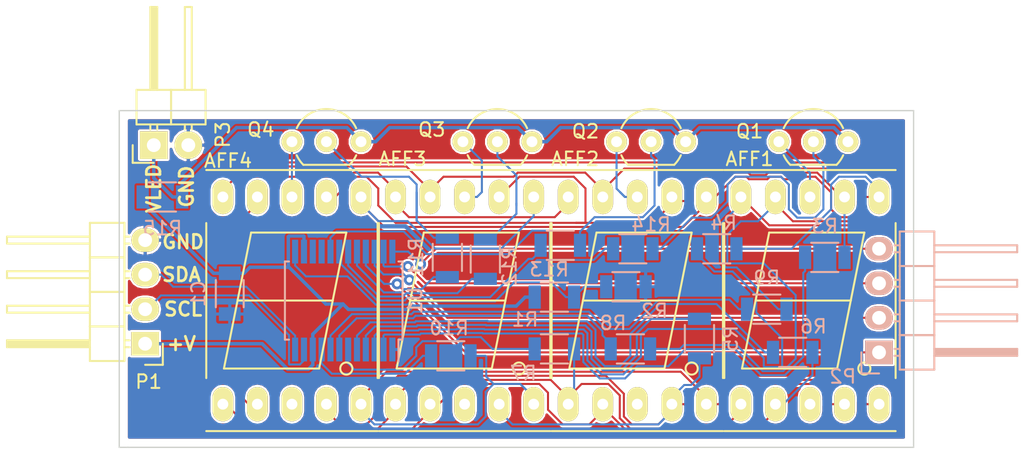
<source format=kicad_pcb>
(kicad_pcb (version 4) (host pcbnew 4.0.0-rc1-stable)

  (general
    (links 78)
    (no_connects 14)
    (area 111.709999 54.559999 170.230001 79.425001)
    (thickness 1.6)
    (drawings 11)
    (tracks 605)
    (zones 0)
    (modules 28)
    (nets 39)
  )

  (page A4)
  (layers
    (0 F.Cu signal)
    (31 B.Cu signal)
    (32 B.Adhes user)
    (33 F.Adhes user)
    (34 B.Paste user)
    (35 F.Paste user)
    (36 B.SilkS user)
    (37 F.SilkS user)
    (38 B.Mask user)
    (39 F.Mask user)
    (40 Dwgs.User user)
    (41 Cmts.User user)
    (42 Eco1.User user)
    (43 Eco2.User user)
    (44 Edge.Cuts user)
    (45 Margin user)
    (46 B.CrtYd user)
    (47 F.CrtYd user)
    (48 B.Fab user)
    (49 F.Fab user)
  )

  (setup
    (last_trace_width 0.15)
    (trace_clearance 0.15)
    (zone_clearance 0.15)
    (zone_45_only no)
    (trace_min 0.15)
    (segment_width 0.2)
    (edge_width 0.1)
    (via_size 0.8)
    (via_drill 0.4)
    (via_min_size 0.8)
    (via_min_drill 0.4)
    (uvia_size 0.3)
    (uvia_drill 0.1)
    (uvias_allowed no)
    (uvia_min_size 0.2)
    (uvia_min_drill 0.1)
    (pcb_text_width 0.3)
    (pcb_text_size 1.5 1.5)
    (mod_edge_width 0.15)
    (mod_text_size 1 1)
    (mod_text_width 0.15)
    (pad_size 1.5 1.5)
    (pad_drill 0.6)
    (pad_to_mask_clearance 0)
    (aux_axis_origin 0 0)
    (visible_elements 7FFFFFFF)
    (pcbplotparams
      (layerselection 0x010f0_80000001)
      (usegerberextensions false)
      (excludeedgelayer true)
      (linewidth 0.100000)
      (plotframeref false)
      (viasonmask true)
      (mode 1)
      (useauxorigin false)
      (hpglpennumber 1)
      (hpglpenspeed 20)
      (hpglpendiameter 15)
      (hpglpenoverlay 2)
      (psnegative false)
      (psa4output false)
      (plotreference true)
      (plotvalue true)
      (plotinvisibletext false)
      (padsonsilk false)
      (subtractmaskfromsilk false)
      (outputformat 1)
      (mirror false)
      (drillshape 0)
      (scaleselection 1)
      (outputdirectory Gerber/))
  )

  (net 0 "")
  (net 1 +3V3)
  (net 2 GND)
  (net 3 /SCL)
  (net 4 /SDA)
  (net 5 /ADDR)
  (net 6 "Net-(P2-Pad1)")
  (net 7 "Net-(P2-Pad2)")
  (net 8 "Net-(P2-Pad3)")
  (net 9 "Net-(P2-Pad4)")
  (net 10 "Net-(Q1-Pad2)")
  (net 11 +BATT)
  (net 12 "Net-(Q2-Pad2)")
  (net 13 "Net-(Q3-Pad2)")
  (net 14 "Net-(Q4-Pad2)")
  (net 15 "Net-(R3-Pad2)")
  (net 16 "Net-(R4-Pad2)")
  (net 17 "Net-(R5-Pad2)")
  (net 18 "Net-(R6-Pad2)")
  (net 19 "Net-(R7-Pad2)")
  (net 20 "Net-(R8-Pad2)")
  (net 21 "Net-(R9-Pad2)")
  (net 22 "Net-(R10-Pad2)")
  (net 23 /SEGe)
  (net 24 /SEGd)
  (net 25 /A0)
  (net 26 /SEGc)
  (net 27 /SEG_DP)
  (net 28 /SEGb)
  (net 29 /SEGa)
  (net 30 /SEGf)
  (net 31 /SEGg)
  (net 32 /A1)
  (net 33 /A3)
  (net 34 /DIGIT3)
  (net 35 /DIGIT2)
  (net 36 /DIGIT1)
  (net 37 /DIGIT0)
  (net 38 /A2)

  (net_class Default "Dies ist die voreingestellte Netzklasse."
    (clearance 0.15)
    (trace_width 0.15)
    (via_dia 0.8)
    (via_drill 0.4)
    (uvia_dia 0.3)
    (uvia_drill 0.1)
    (add_net /A0)
    (add_net /A1)
    (add_net /A2)
    (add_net /A3)
    (add_net /ADDR)
    (add_net /DIGIT0)
    (add_net /DIGIT1)
    (add_net /DIGIT2)
    (add_net /DIGIT3)
    (add_net /SCL)
    (add_net /SDA)
    (add_net /SEG_DP)
    (add_net /SEGa)
    (add_net /SEGb)
    (add_net /SEGc)
    (add_net /SEGd)
    (add_net /SEGe)
    (add_net /SEGf)
    (add_net /SEGg)
    (add_net "Net-(P2-Pad1)")
    (add_net "Net-(P2-Pad2)")
    (add_net "Net-(P2-Pad3)")
    (add_net "Net-(P2-Pad4)")
    (add_net "Net-(Q1-Pad2)")
    (add_net "Net-(Q2-Pad2)")
    (add_net "Net-(Q3-Pad2)")
    (add_net "Net-(Q4-Pad2)")
    (add_net "Net-(R10-Pad2)")
    (add_net "Net-(R3-Pad2)")
    (add_net "Net-(R4-Pad2)")
    (add_net "Net-(R5-Pad2)")
    (add_net "Net-(R6-Pad2)")
    (add_net "Net-(R7-Pad2)")
    (add_net "Net-(R8-Pad2)")
    (add_net "Net-(R9-Pad2)")
  )

  (net_class Power ""
    (clearance 0.15)
    (trace_width 0.25)
    (via_dia 0.8)
    (via_drill 0.4)
    (uvia_dia 0.3)
    (uvia_drill 0.1)
    (add_net +3V3)
    (add_net +BATT)
    (add_net GND)
  )

  (module Displays_7-Segment:7SegmentLED_LTS6760_LTS6780 (layer F.Cu) (tedit 0) (tstamp 56167702)
    (at 162.56 68.58)
    (path /56166200)
    (fp_text reference AFF1 (at -4.445 -10.414) (layer F.SilkS)
      (effects (font (size 1 1) (thickness 0.15)))
    )
    (fp_text value 7SEGMENTS (at -0.4 12) (layer F.Fab)
      (effects (font (size 1 1) (thickness 0.15)))
    )
    (fp_circle (center 4 5) (end 4.4 5.2) (layer F.SilkS) (width 0.15))
    (fp_line (start -3 -5) (end -4 0) (layer F.SilkS) (width 0.15))
    (fp_line (start -4 0) (end -5 5) (layer F.SilkS) (width 0.15))
    (fp_line (start -5 5) (end 2 5) (layer F.SilkS) (width 0.15))
    (fp_line (start 2 5) (end 3 0) (layer F.SilkS) (width 0.15))
    (fp_line (start 4 -5) (end 3 0) (layer F.SilkS) (width 0.15))
    (fp_line (start 3 0) (end -4 0) (layer F.SilkS) (width 0.15))
    (fp_line (start -3 -5) (end 4 -5) (layer F.SilkS) (width 0.15))
    (fp_line (start 6.3 9.6) (end -6.3 9.6) (layer F.SilkS) (width 0.15))
    (fp_line (start -6.3 -5.7) (end -6.3 5.7) (layer F.SilkS) (width 0.15))
    (fp_line (start 6.3 -5.7) (end 6.3 5.7) (layer F.SilkS) (width 0.15))
    (fp_line (start -6.3 -9.6) (end 6.3 -9.6) (layer F.SilkS) (width 0.15))
    (pad 1 thru_hole oval (at -5.08 7.62) (size 1.524 2.524) (drill 0.8) (layers *.Cu *.Mask F.SilkS)
      (net 23 /SEGe))
    (pad 2 thru_hole oval (at -2.54 7.62) (size 1.524 2.524) (drill 0.8) (layers *.Cu *.Mask F.SilkS)
      (net 24 /SEGd))
    (pad 3 thru_hole oval (at 0 7.62) (size 1.524 2.524) (drill 0.8) (layers *.Cu *.Mask F.SilkS)
      (net 25 /A0))
    (pad 4 thru_hole oval (at 2.54 7.62) (size 1.524 2.524) (drill 0.8) (layers *.Cu *.Mask F.SilkS)
      (net 26 /SEGc))
    (pad 5 thru_hole oval (at 5.08 7.62) (size 1.524 2.524) (drill 0.8) (layers *.Cu *.Mask F.SilkS)
      (net 27 /SEG_DP))
    (pad 6 thru_hole oval (at 5.08 -7.62) (size 1.524 2.524) (drill 0.8) (layers *.Cu *.Mask F.SilkS)
      (net 28 /SEGb))
    (pad 7 thru_hole oval (at 2.54 -7.62) (size 1.524 2.524) (drill 0.8) (layers *.Cu *.Mask F.SilkS)
      (net 29 /SEGa))
    (pad 8 thru_hole oval (at 0 -7.62) (size 1.524 2.524) (drill 0.8) (layers *.Cu *.Mask F.SilkS)
      (net 25 /A0))
    (pad 9 thru_hole oval (at -2.54 -7.62) (size 1.524 2.524) (drill 0.8) (layers *.Cu *.Mask F.SilkS)
      (net 30 /SEGf))
    (pad 10 thru_hole oval (at -5.08 -7.62) (size 1.524 2.524) (drill 0.8) (layers *.Cu *.Mask F.SilkS)
      (net 31 /SEGg))
    (model Displays_7-Segment.3dshapes/7SegmentLED_LTS6760_LTS6780.wrl
      (at (xyz 0 0 0))
      (scale (xyz 0.3937 0.3937 0.3937))
      (rotate (xyz 0 0 0))
    )
  )

  (module Housings_TO-92:TO-92_Inline_Wide (layer F.Cu) (tedit 54F242B4) (tstamp 561677B3)
    (at 148.336 56.896)
    (descr "TO-92 leads in-line, wide, drill 0.8mm (see NXP sot054_po.pdf)")
    (tags "to-92 sc-43 sc-43a sot54 PA33 transistor")
    (path /56169625)
    (fp_text reference Q2 (at -2.286 -0.762 180) (layer F.SilkS)
      (effects (font (size 1 1) (thickness 0.15)))
    )
    (fp_text value Q_PNP_EBC (at 0 3) (layer F.Fab)
      (effects (font (size 1 1) (thickness 0.15)))
    )
    (fp_arc (start 2.54 0) (end 0.84 1.7) (angle 20.5) (layer F.SilkS) (width 0.15))
    (fp_arc (start 2.54 0) (end 4.24 1.7) (angle -20.5) (layer F.SilkS) (width 0.15))
    (fp_line (start -1 1.95) (end -1 -2.65) (layer F.CrtYd) (width 0.05))
    (fp_line (start -1 1.95) (end 6.1 1.95) (layer F.CrtYd) (width 0.05))
    (fp_line (start 0.84 1.7) (end 4.24 1.7) (layer F.SilkS) (width 0.15))
    (fp_arc (start 2.54 0) (end 2.54 -2.4) (angle -65.55604127) (layer F.SilkS) (width 0.15))
    (fp_arc (start 2.54 0) (end 2.54 -2.4) (angle 65.55604127) (layer F.SilkS) (width 0.15))
    (fp_line (start -1 -2.65) (end 6.1 -2.65) (layer F.CrtYd) (width 0.05))
    (fp_line (start 6.1 1.95) (end 6.1 -2.65) (layer F.CrtYd) (width 0.05))
    (pad 2 thru_hole circle (at 2.54 0 90) (size 1.524 1.524) (drill 0.8) (layers *.Cu *.Mask F.SilkS)
      (net 12 "Net-(Q2-Pad2)"))
    (pad 3 thru_hole circle (at 5.08 0 90) (size 1.524 1.524) (drill 0.8) (layers *.Cu *.Mask F.SilkS)
      (net 11 +BATT))
    (pad 1 thru_hole circle (at 0 0 90) (size 1.524 1.524) (drill 0.8) (layers *.Cu *.Mask F.SilkS)
      (net 32 /A1))
    (model Housings_TO-92.3dshapes/TO-92_Inline_Wide.wrl
      (at (xyz 0.1 0 0))
      (scale (xyz 1 1 1))
      (rotate (xyz 0 0 -90))
    )
  )

  (module Displays_7-Segment:7SegmentLED_LTS6760_LTS6780 (layer F.Cu) (tedit 0) (tstamp 56167736)
    (at 137.16 68.58)
    (path /56166167)
    (fp_text reference AFF3 (at -4.572 -10.414) (layer F.SilkS)
      (effects (font (size 1 1) (thickness 0.15)))
    )
    (fp_text value 7SEGMENTS (at -0.4 12) (layer F.Fab)
      (effects (font (size 1 1) (thickness 0.15)))
    )
    (fp_circle (center 4 5) (end 4.4 5.2) (layer F.SilkS) (width 0.15))
    (fp_line (start -3 -5) (end -4 0) (layer F.SilkS) (width 0.15))
    (fp_line (start -4 0) (end -5 5) (layer F.SilkS) (width 0.15))
    (fp_line (start -5 5) (end 2 5) (layer F.SilkS) (width 0.15))
    (fp_line (start 2 5) (end 3 0) (layer F.SilkS) (width 0.15))
    (fp_line (start 4 -5) (end 3 0) (layer F.SilkS) (width 0.15))
    (fp_line (start 3 0) (end -4 0) (layer F.SilkS) (width 0.15))
    (fp_line (start -3 -5) (end 4 -5) (layer F.SilkS) (width 0.15))
    (fp_line (start 6.3 9.6) (end -6.3 9.6) (layer F.SilkS) (width 0.15))
    (fp_line (start -6.3 -5.7) (end -6.3 5.7) (layer F.SilkS) (width 0.15))
    (fp_line (start 6.3 -5.7) (end 6.3 5.7) (layer F.SilkS) (width 0.15))
    (fp_line (start -6.3 -9.6) (end 6.3 -9.6) (layer F.SilkS) (width 0.15))
    (pad 1 thru_hole oval (at -5.08 7.62) (size 1.524 2.524) (drill 0.8) (layers *.Cu *.Mask F.SilkS)
      (net 23 /SEGe))
    (pad 2 thru_hole oval (at -2.54 7.62) (size 1.524 2.524) (drill 0.8) (layers *.Cu *.Mask F.SilkS)
      (net 24 /SEGd))
    (pad 3 thru_hole oval (at 0 7.62) (size 1.524 2.524) (drill 0.8) (layers *.Cu *.Mask F.SilkS)
      (net 38 /A2))
    (pad 4 thru_hole oval (at 2.54 7.62) (size 1.524 2.524) (drill 0.8) (layers *.Cu *.Mask F.SilkS)
      (net 26 /SEGc))
    (pad 5 thru_hole oval (at 5.08 7.62) (size 1.524 2.524) (drill 0.8) (layers *.Cu *.Mask F.SilkS)
      (net 27 /SEG_DP))
    (pad 6 thru_hole oval (at 5.08 -7.62) (size 1.524 2.524) (drill 0.8) (layers *.Cu *.Mask F.SilkS)
      (net 28 /SEGb))
    (pad 7 thru_hole oval (at 2.54 -7.62) (size 1.524 2.524) (drill 0.8) (layers *.Cu *.Mask F.SilkS)
      (net 29 /SEGa))
    (pad 8 thru_hole oval (at 0 -7.62) (size 1.524 2.524) (drill 0.8) (layers *.Cu *.Mask F.SilkS)
      (net 38 /A2))
    (pad 9 thru_hole oval (at -2.54 -7.62) (size 1.524 2.524) (drill 0.8) (layers *.Cu *.Mask F.SilkS)
      (net 30 /SEGf))
    (pad 10 thru_hole oval (at -5.08 -7.62) (size 1.524 2.524) (drill 0.8) (layers *.Cu *.Mask F.SilkS)
      (net 31 /SEGg))
    (model Displays_7-Segment.3dshapes/7SegmentLED_LTS6760_LTS6780.wrl
      (at (xyz 0 0 0))
      (scale (xyz 0.3937 0.3937 0.3937))
      (rotate (xyz 0 0 0))
    )
  )

  (module Housings_SSOP:SSOP-24_5.3x8.2mm_Pitch0.65mm (layer B.Cu) (tedit 54130A77) (tstamp 56164B3A)
    (at 128.27 68.58 90)
    (descr "24-Lead Plastic Shrink Small Outline (SS)-5.30 mm Body [SSOP] (see Microchip Packaging Specification 00000049BS.pdf)")
    (tags "SSOP 0.65")
    (path /56163577)
    (attr smd)
    (fp_text reference U1 (at 0 5.25 90) (layer B.SilkS)
      (effects (font (size 1 1) (thickness 0.15)) (justify mirror))
    )
    (fp_text value MCP23018_SSOP24 (at 0 -5.25 90) (layer B.Fab)
      (effects (font (size 1 1) (thickness 0.15)) (justify mirror))
    )
    (fp_line (start -4.75 4.5) (end -4.75 -4.5) (layer B.CrtYd) (width 0.05))
    (fp_line (start 4.75 4.5) (end 4.75 -4.5) (layer B.CrtYd) (width 0.05))
    (fp_line (start -4.75 4.5) (end 4.75 4.5) (layer B.CrtYd) (width 0.05))
    (fp_line (start -4.75 -4.5) (end 4.75 -4.5) (layer B.CrtYd) (width 0.05))
    (fp_line (start -2.875 4.325) (end -2.875 4.025) (layer B.SilkS) (width 0.15))
    (fp_line (start 2.875 4.325) (end 2.875 4.025) (layer B.SilkS) (width 0.15))
    (fp_line (start 2.875 -4.325) (end 2.875 -4.025) (layer B.SilkS) (width 0.15))
    (fp_line (start -2.875 -4.325) (end -2.875 -4.025) (layer B.SilkS) (width 0.15))
    (fp_line (start -2.875 4.325) (end 2.875 4.325) (layer B.SilkS) (width 0.15))
    (fp_line (start -2.875 -4.325) (end 2.875 -4.325) (layer B.SilkS) (width 0.15))
    (fp_line (start -2.875 4.025) (end -4.475 4.025) (layer B.SilkS) (width 0.15))
    (pad 1 smd rect (at -3.6 3.575 90) (size 1.75 0.45) (layers B.Cu B.Paste B.Mask)
      (net 2 GND))
    (pad 2 smd rect (at -3.6 2.925 90) (size 1.75 0.45) (layers B.Cu B.Paste B.Mask)
      (net 15 "Net-(R3-Pad2)"))
    (pad 3 smd rect (at -3.6 2.275 90) (size 1.75 0.45) (layers B.Cu B.Paste B.Mask)
      (net 16 "Net-(R4-Pad2)"))
    (pad 4 smd rect (at -3.6 1.625 90) (size 1.75 0.45) (layers B.Cu B.Paste B.Mask)
      (net 17 "Net-(R5-Pad2)"))
    (pad 5 smd rect (at -3.6 0.975 90) (size 1.75 0.45) (layers B.Cu B.Paste B.Mask)
      (net 18 "Net-(R6-Pad2)"))
    (pad 6 smd rect (at -3.6 0.325 90) (size 1.75 0.45) (layers B.Cu B.Paste B.Mask)
      (net 19 "Net-(R7-Pad2)"))
    (pad 7 smd rect (at -3.6 -0.325 90) (size 1.75 0.45) (layers B.Cu B.Paste B.Mask)
      (net 20 "Net-(R8-Pad2)"))
    (pad 8 smd rect (at -3.6 -0.975 90) (size 1.75 0.45) (layers B.Cu B.Paste B.Mask)
      (net 21 "Net-(R9-Pad2)"))
    (pad 9 smd rect (at -3.6 -1.625 90) (size 1.75 0.45) (layers B.Cu B.Paste B.Mask)
      (net 22 "Net-(R10-Pad2)"))
    (pad 10 smd rect (at -3.6 -2.275 90) (size 1.75 0.45) (layers B.Cu B.Paste B.Mask)
      (net 1 +3V3))
    (pad 11 smd rect (at -3.6 -2.925 90) (size 1.75 0.45) (layers B.Cu B.Paste B.Mask)
      (net 3 /SCL))
    (pad 12 smd rect (at -3.6 -3.575 90) (size 1.75 0.45) (layers B.Cu B.Paste B.Mask)
      (net 4 /SDA))
    (pad 13 smd rect (at 3.6 -3.575 90) (size 1.75 0.45) (layers B.Cu B.Paste B.Mask)
      (net 5 /ADDR))
    (pad 14 smd rect (at 3.6 -2.925 90) (size 1.75 0.45) (layers B.Cu B.Paste B.Mask)
      (net 1 +3V3))
    (pad 15 smd rect (at 3.6 -2.275 90) (size 1.75 0.45) (layers B.Cu B.Paste B.Mask))
    (pad 16 smd rect (at 3.6 -1.625 90) (size 1.75 0.45) (layers B.Cu B.Paste B.Mask))
    (pad 17 smd rect (at 3.6 -0.975 90) (size 1.75 0.45) (layers B.Cu B.Paste B.Mask)
      (net 37 /DIGIT0))
    (pad 18 smd rect (at 3.6 -0.325 90) (size 1.75 0.45) (layers B.Cu B.Paste B.Mask)
      (net 36 /DIGIT1))
    (pad 19 smd rect (at 3.6 0.325 90) (size 1.75 0.45) (layers B.Cu B.Paste B.Mask)
      (net 35 /DIGIT2))
    (pad 20 smd rect (at 3.6 0.975 90) (size 1.75 0.45) (layers B.Cu B.Paste B.Mask)
      (net 34 /DIGIT3))
    (pad 21 smd rect (at 3.6 1.625 90) (size 1.75 0.45) (layers B.Cu B.Paste B.Mask)
      (net 6 "Net-(P2-Pad1)"))
    (pad 22 smd rect (at 3.6 2.275 90) (size 1.75 0.45) (layers B.Cu B.Paste B.Mask)
      (net 7 "Net-(P2-Pad2)"))
    (pad 23 smd rect (at 3.6 2.925 90) (size 1.75 0.45) (layers B.Cu B.Paste B.Mask)
      (net 8 "Net-(P2-Pad3)"))
    (pad 24 smd rect (at 3.6 3.575 90) (size 1.75 0.45) (layers B.Cu B.Paste B.Mask)
      (net 9 "Net-(P2-Pad4)"))
    (model Housings_SSOP.3dshapes/SSOP-24_5.3x8.2mm_Pitch0.65mm.wrl
      (at (xyz 0 0 0))
      (scale (xyz 1 1 1))
      (rotate (xyz 0 0 0))
    )
  )

  (module Resistors_SMD:R_1206 (layer B.Cu) (tedit 5415CFA7) (tstamp 56164D28)
    (at 143.764 68.326)
    (descr "Resistor SMD 1206, reflow soldering, Vishay (see dcrcw.pdf)")
    (tags "resistor 1206")
    (path /5616394F)
    (attr smd)
    (fp_text reference R1 (at -2.159 1.651) (layer B.SilkS)
      (effects (font (size 1 1) (thickness 0.15)) (justify mirror))
    )
    (fp_text value 10k (at 0 -2.3) (layer B.Fab)
      (effects (font (size 1 1) (thickness 0.15)) (justify mirror))
    )
    (fp_line (start -2.2 1.2) (end 2.2 1.2) (layer B.CrtYd) (width 0.05))
    (fp_line (start -2.2 -1.2) (end 2.2 -1.2) (layer B.CrtYd) (width 0.05))
    (fp_line (start -2.2 1.2) (end -2.2 -1.2) (layer B.CrtYd) (width 0.05))
    (fp_line (start 2.2 1.2) (end 2.2 -1.2) (layer B.CrtYd) (width 0.05))
    (fp_line (start 1 -1.075) (end -1 -1.075) (layer B.SilkS) (width 0.15))
    (fp_line (start -1 1.075) (end 1 1.075) (layer B.SilkS) (width 0.15))
    (pad 1 smd rect (at -1.45 0) (size 0.9 1.7) (layers B.Cu B.Paste B.Mask)
      (net 1 +3V3))
    (pad 2 smd rect (at 1.45 0) (size 0.9 1.7) (layers B.Cu B.Paste B.Mask)
      (net 5 /ADDR))
    (model Resistors_SMD.3dshapes/R_1206.wrl
      (at (xyz 0 0 0))
      (scale (xyz 1 1 1))
      (rotate (xyz 0 0 0))
    )
  )

  (module Resistors_SMD:R_1206 (layer B.Cu) (tedit 5415CFA7) (tstamp 56164D2E)
    (at 149.024 67.564)
    (descr "Resistor SMD 1206, reflow soldering, Vishay (see dcrcw.pdf)")
    (tags "resistor 1206")
    (path /56163982)
    (attr smd)
    (fp_text reference R2 (at 2.106 1.778) (layer B.SilkS)
      (effects (font (size 1 1) (thickness 0.15)) (justify mirror))
    )
    (fp_text value 10k (at 0 -2.3) (layer B.Fab)
      (effects (font (size 1 1) (thickness 0.15)) (justify mirror))
    )
    (fp_line (start -2.2 1.2) (end 2.2 1.2) (layer B.CrtYd) (width 0.05))
    (fp_line (start -2.2 -1.2) (end 2.2 -1.2) (layer B.CrtYd) (width 0.05))
    (fp_line (start -2.2 1.2) (end -2.2 -1.2) (layer B.CrtYd) (width 0.05))
    (fp_line (start 2.2 1.2) (end 2.2 -1.2) (layer B.CrtYd) (width 0.05))
    (fp_line (start 1 -1.075) (end -1 -1.075) (layer B.SilkS) (width 0.15))
    (fp_line (start -1 1.075) (end 1 1.075) (layer B.SilkS) (width 0.15))
    (pad 1 smd rect (at -1.45 0) (size 0.9 1.7) (layers B.Cu B.Paste B.Mask)
      (net 5 /ADDR))
    (pad 2 smd rect (at 1.45 0) (size 0.9 1.7) (layers B.Cu B.Paste B.Mask)
      (net 2 GND))
    (model Resistors_SMD.3dshapes/R_1206.wrl
      (at (xyz 0 0 0))
      (scale (xyz 1 1 1))
      (rotate (xyz 0 0 0))
    )
  )

  (module Displays_7-Segment:7SegmentLED_LTS6760_LTS6780 (layer F.Cu) (tedit 0) (tstamp 5616771C)
    (at 149.86 68.58)
    (path /56165ECF)
    (fp_text reference AFF2 (at -4.572 -10.414) (layer F.SilkS)
      (effects (font (size 1 1) (thickness 0.15)))
    )
    (fp_text value 7SEGMENTS (at -0.4 12) (layer F.Fab)
      (effects (font (size 1 1) (thickness 0.15)))
    )
    (fp_circle (center 4 5) (end 4.4 5.2) (layer F.SilkS) (width 0.15))
    (fp_line (start -3 -5) (end -4 0) (layer F.SilkS) (width 0.15))
    (fp_line (start -4 0) (end -5 5) (layer F.SilkS) (width 0.15))
    (fp_line (start -5 5) (end 2 5) (layer F.SilkS) (width 0.15))
    (fp_line (start 2 5) (end 3 0) (layer F.SilkS) (width 0.15))
    (fp_line (start 4 -5) (end 3 0) (layer F.SilkS) (width 0.15))
    (fp_line (start 3 0) (end -4 0) (layer F.SilkS) (width 0.15))
    (fp_line (start -3 -5) (end 4 -5) (layer F.SilkS) (width 0.15))
    (fp_line (start 6.3 9.6) (end -6.3 9.6) (layer F.SilkS) (width 0.15))
    (fp_line (start -6.3 -5.7) (end -6.3 5.7) (layer F.SilkS) (width 0.15))
    (fp_line (start 6.3 -5.7) (end 6.3 5.7) (layer F.SilkS) (width 0.15))
    (fp_line (start -6.3 -9.6) (end 6.3 -9.6) (layer F.SilkS) (width 0.15))
    (pad 1 thru_hole oval (at -5.08 7.62) (size 1.524 2.524) (drill 0.8) (layers *.Cu *.Mask F.SilkS)
      (net 23 /SEGe))
    (pad 2 thru_hole oval (at -2.54 7.62) (size 1.524 2.524) (drill 0.8) (layers *.Cu *.Mask F.SilkS)
      (net 24 /SEGd))
    (pad 3 thru_hole oval (at 0 7.62) (size 1.524 2.524) (drill 0.8) (layers *.Cu *.Mask F.SilkS)
      (net 32 /A1))
    (pad 4 thru_hole oval (at 2.54 7.62) (size 1.524 2.524) (drill 0.8) (layers *.Cu *.Mask F.SilkS)
      (net 26 /SEGc))
    (pad 5 thru_hole oval (at 5.08 7.62) (size 1.524 2.524) (drill 0.8) (layers *.Cu *.Mask F.SilkS)
      (net 27 /SEG_DP))
    (pad 6 thru_hole oval (at 5.08 -7.62) (size 1.524 2.524) (drill 0.8) (layers *.Cu *.Mask F.SilkS)
      (net 28 /SEGb))
    (pad 7 thru_hole oval (at 2.54 -7.62) (size 1.524 2.524) (drill 0.8) (layers *.Cu *.Mask F.SilkS)
      (net 29 /SEGa))
    (pad 8 thru_hole oval (at 0 -7.62) (size 1.524 2.524) (drill 0.8) (layers *.Cu *.Mask F.SilkS)
      (net 32 /A1))
    (pad 9 thru_hole oval (at -2.54 -7.62) (size 1.524 2.524) (drill 0.8) (layers *.Cu *.Mask F.SilkS)
      (net 30 /SEGf))
    (pad 10 thru_hole oval (at -5.08 -7.62) (size 1.524 2.524) (drill 0.8) (layers *.Cu *.Mask F.SilkS)
      (net 31 /SEGg))
    (model Displays_7-Segment.3dshapes/7SegmentLED_LTS6760_LTS6780.wrl
      (at (xyz 0 0 0))
      (scale (xyz 0.3937 0.3937 0.3937))
      (rotate (xyz 0 0 0))
    )
  )

  (module Displays_7-Segment:7SegmentLED_LTS6760_LTS6780 (layer F.Cu) (tedit 0) (tstamp 56167750)
    (at 124.46 68.58)
    (path /561661B1)
    (fp_text reference AFF4 (at -4.699 -10.287) (layer F.SilkS)
      (effects (font (size 1 1) (thickness 0.15)))
    )
    (fp_text value 7SEGMENTS (at -0.4 12) (layer F.Fab)
      (effects (font (size 1 1) (thickness 0.15)))
    )
    (fp_circle (center 4 5) (end 4.4 5.2) (layer F.SilkS) (width 0.15))
    (fp_line (start -3 -5) (end -4 0) (layer F.SilkS) (width 0.15))
    (fp_line (start -4 0) (end -5 5) (layer F.SilkS) (width 0.15))
    (fp_line (start -5 5) (end 2 5) (layer F.SilkS) (width 0.15))
    (fp_line (start 2 5) (end 3 0) (layer F.SilkS) (width 0.15))
    (fp_line (start 4 -5) (end 3 0) (layer F.SilkS) (width 0.15))
    (fp_line (start 3 0) (end -4 0) (layer F.SilkS) (width 0.15))
    (fp_line (start -3 -5) (end 4 -5) (layer F.SilkS) (width 0.15))
    (fp_line (start 6.3 9.6) (end -6.3 9.6) (layer F.SilkS) (width 0.15))
    (fp_line (start -6.3 -5.7) (end -6.3 5.7) (layer F.SilkS) (width 0.15))
    (fp_line (start 6.3 -5.7) (end 6.3 5.7) (layer F.SilkS) (width 0.15))
    (fp_line (start -6.3 -9.6) (end 6.3 -9.6) (layer F.SilkS) (width 0.15))
    (pad 1 thru_hole oval (at -5.08 7.62) (size 1.524 2.524) (drill 0.8) (layers *.Cu *.Mask F.SilkS)
      (net 23 /SEGe))
    (pad 2 thru_hole oval (at -2.54 7.62) (size 1.524 2.524) (drill 0.8) (layers *.Cu *.Mask F.SilkS)
      (net 24 /SEGd))
    (pad 3 thru_hole oval (at 0 7.62) (size 1.524 2.524) (drill 0.8) (layers *.Cu *.Mask F.SilkS)
      (net 33 /A3))
    (pad 4 thru_hole oval (at 2.54 7.62) (size 1.524 2.524) (drill 0.8) (layers *.Cu *.Mask F.SilkS)
      (net 26 /SEGc))
    (pad 5 thru_hole oval (at 5.08 7.62) (size 1.524 2.524) (drill 0.8) (layers *.Cu *.Mask F.SilkS)
      (net 27 /SEG_DP))
    (pad 6 thru_hole oval (at 5.08 -7.62) (size 1.524 2.524) (drill 0.8) (layers *.Cu *.Mask F.SilkS)
      (net 28 /SEGb))
    (pad 7 thru_hole oval (at 2.54 -7.62) (size 1.524 2.524) (drill 0.8) (layers *.Cu *.Mask F.SilkS)
      (net 29 /SEGa))
    (pad 8 thru_hole oval (at 0 -7.62) (size 1.524 2.524) (drill 0.8) (layers *.Cu *.Mask F.SilkS)
      (net 33 /A3))
    (pad 9 thru_hole oval (at -2.54 -7.62) (size 1.524 2.524) (drill 0.8) (layers *.Cu *.Mask F.SilkS)
      (net 30 /SEGf))
    (pad 10 thru_hole oval (at -5.08 -7.62) (size 1.524 2.524) (drill 0.8) (layers *.Cu *.Mask F.SilkS)
      (net 31 /SEGg))
    (model Displays_7-Segment.3dshapes/7SegmentLED_LTS6760_LTS6780.wrl
      (at (xyz 0 0 0))
      (scale (xyz 0.3937 0.3937 0.3937))
      (rotate (xyz 0 0 0))
    )
  )

  (module Capacitors_SMD:C_1206 (layer B.Cu) (tedit 5415D7BD) (tstamp 5616775C)
    (at 119.888 68.072 270)
    (descr "Capacitor SMD 1206, reflow soldering, AVX (see smccp.pdf)")
    (tags "capacitor 1206")
    (path /5616B9E9)
    (attr smd)
    (fp_text reference C1 (at 0 2.3 270) (layer B.SilkS)
      (effects (font (size 1 1) (thickness 0.15)) (justify mirror))
    )
    (fp_text value 100n (at 0 -2.3 270) (layer B.Fab)
      (effects (font (size 1 1) (thickness 0.15)) (justify mirror))
    )
    (fp_line (start -2.3 1.15) (end 2.3 1.15) (layer B.CrtYd) (width 0.05))
    (fp_line (start -2.3 -1.15) (end 2.3 -1.15) (layer B.CrtYd) (width 0.05))
    (fp_line (start -2.3 1.15) (end -2.3 -1.15) (layer B.CrtYd) (width 0.05))
    (fp_line (start 2.3 1.15) (end 2.3 -1.15) (layer B.CrtYd) (width 0.05))
    (fp_line (start 1 1.025) (end -1 1.025) (layer B.SilkS) (width 0.15))
    (fp_line (start -1 -1.025) (end 1 -1.025) (layer B.SilkS) (width 0.15))
    (pad 1 smd rect (at -1.5 0 270) (size 1 1.6) (layers B.Cu B.Paste B.Mask)
      (net 1 +3V3))
    (pad 2 smd rect (at 1.5 0 270) (size 1 1.6) (layers B.Cu B.Paste B.Mask)
      (net 2 GND))
    (model Capacitors_SMD.3dshapes/C_1206.wrl
      (at (xyz 0 0 0))
      (scale (xyz 1 1 1))
      (rotate (xyz 0 0 0))
    )
  )

  (module Housings_TO-92:TO-92_Inline_Wide (layer F.Cu) (tedit 54F242B4) (tstamp 561677A3)
    (at 160.274 56.896)
    (descr "TO-92 leads in-line, wide, drill 0.8mm (see NXP sot054_po.pdf)")
    (tags "to-92 sc-43 sc-43a sot54 PA33 transistor")
    (path /56168674)
    (fp_text reference Q1 (at -2.159 -0.762 180) (layer F.SilkS)
      (effects (font (size 1 1) (thickness 0.15)))
    )
    (fp_text value Q_PNP_EBC (at 0 3) (layer F.Fab)
      (effects (font (size 1 1) (thickness 0.15)))
    )
    (fp_arc (start 2.54 0) (end 0.84 1.7) (angle 20.5) (layer F.SilkS) (width 0.15))
    (fp_arc (start 2.54 0) (end 4.24 1.7) (angle -20.5) (layer F.SilkS) (width 0.15))
    (fp_line (start -1 1.95) (end -1 -2.65) (layer F.CrtYd) (width 0.05))
    (fp_line (start -1 1.95) (end 6.1 1.95) (layer F.CrtYd) (width 0.05))
    (fp_line (start 0.84 1.7) (end 4.24 1.7) (layer F.SilkS) (width 0.15))
    (fp_arc (start 2.54 0) (end 2.54 -2.4) (angle -65.55604127) (layer F.SilkS) (width 0.15))
    (fp_arc (start 2.54 0) (end 2.54 -2.4) (angle 65.55604127) (layer F.SilkS) (width 0.15))
    (fp_line (start -1 -2.65) (end 6.1 -2.65) (layer F.CrtYd) (width 0.05))
    (fp_line (start 6.1 1.95) (end 6.1 -2.65) (layer F.CrtYd) (width 0.05))
    (pad 2 thru_hole circle (at 2.54 0 90) (size 1.524 1.524) (drill 0.8) (layers *.Cu *.Mask F.SilkS)
      (net 10 "Net-(Q1-Pad2)"))
    (pad 3 thru_hole circle (at 5.08 0 90) (size 1.524 1.524) (drill 0.8) (layers *.Cu *.Mask F.SilkS)
      (net 11 +BATT))
    (pad 1 thru_hole circle (at 0 0 90) (size 1.524 1.524) (drill 0.8) (layers *.Cu *.Mask F.SilkS)
      (net 25 /A0))
    (model Housings_TO-92.3dshapes/TO-92_Inline_Wide.wrl
      (at (xyz 0.1 0 0))
      (scale (xyz 1 1 1))
      (rotate (xyz 0 0 -90))
    )
  )

  (module Housings_TO-92:TO-92_Inline_Wide (layer F.Cu) (tedit 54F242B4) (tstamp 561677C3)
    (at 137.033 56.896)
    (descr "TO-92 leads in-line, wide, drill 0.8mm (see NXP sot054_po.pdf)")
    (tags "to-92 sc-43 sc-43a sot54 PA33 transistor")
    (path /56169708)
    (fp_text reference Q3 (at -2.286 -0.889 180) (layer F.SilkS)
      (effects (font (size 1 1) (thickness 0.15)))
    )
    (fp_text value Q_PNP_EBC (at 0 3) (layer F.Fab)
      (effects (font (size 1 1) (thickness 0.15)))
    )
    (fp_arc (start 2.54 0) (end 0.84 1.7) (angle 20.5) (layer F.SilkS) (width 0.15))
    (fp_arc (start 2.54 0) (end 4.24 1.7) (angle -20.5) (layer F.SilkS) (width 0.15))
    (fp_line (start -1 1.95) (end -1 -2.65) (layer F.CrtYd) (width 0.05))
    (fp_line (start -1 1.95) (end 6.1 1.95) (layer F.CrtYd) (width 0.05))
    (fp_line (start 0.84 1.7) (end 4.24 1.7) (layer F.SilkS) (width 0.15))
    (fp_arc (start 2.54 0) (end 2.54 -2.4) (angle -65.55604127) (layer F.SilkS) (width 0.15))
    (fp_arc (start 2.54 0) (end 2.54 -2.4) (angle 65.55604127) (layer F.SilkS) (width 0.15))
    (fp_line (start -1 -2.65) (end 6.1 -2.65) (layer F.CrtYd) (width 0.05))
    (fp_line (start 6.1 1.95) (end 6.1 -2.65) (layer F.CrtYd) (width 0.05))
    (pad 2 thru_hole circle (at 2.54 0 90) (size 1.524 1.524) (drill 0.8) (layers *.Cu *.Mask F.SilkS)
      (net 13 "Net-(Q3-Pad2)"))
    (pad 3 thru_hole circle (at 5.08 0 90) (size 1.524 1.524) (drill 0.8) (layers *.Cu *.Mask F.SilkS)
      (net 11 +BATT))
    (pad 1 thru_hole circle (at 0 0 90) (size 1.524 1.524) (drill 0.8) (layers *.Cu *.Mask F.SilkS)
      (net 38 /A2))
    (model Housings_TO-92.3dshapes/TO-92_Inline_Wide.wrl
      (at (xyz 0.1 0 0))
      (scale (xyz 1 1 1))
      (rotate (xyz 0 0 -90))
    )
  )

  (module Housings_TO-92:TO-92_Inline_Wide (layer F.Cu) (tedit 54F242B4) (tstamp 561677D3)
    (at 124.46 56.896)
    (descr "TO-92 leads in-line, wide, drill 0.8mm (see NXP sot054_po.pdf)")
    (tags "to-92 sc-43 sc-43a sot54 PA33 transistor")
    (path /56169785)
    (fp_text reference Q4 (at -2.286 -0.889 180) (layer F.SilkS)
      (effects (font (size 1 1) (thickness 0.15)))
    )
    (fp_text value Q_PNP_EBC (at 0 3) (layer F.Fab)
      (effects (font (size 1 1) (thickness 0.15)))
    )
    (fp_arc (start 2.54 0) (end 0.84 1.7) (angle 20.5) (layer F.SilkS) (width 0.15))
    (fp_arc (start 2.54 0) (end 4.24 1.7) (angle -20.5) (layer F.SilkS) (width 0.15))
    (fp_line (start -1 1.95) (end -1 -2.65) (layer F.CrtYd) (width 0.05))
    (fp_line (start -1 1.95) (end 6.1 1.95) (layer F.CrtYd) (width 0.05))
    (fp_line (start 0.84 1.7) (end 4.24 1.7) (layer F.SilkS) (width 0.15))
    (fp_arc (start 2.54 0) (end 2.54 -2.4) (angle -65.55604127) (layer F.SilkS) (width 0.15))
    (fp_arc (start 2.54 0) (end 2.54 -2.4) (angle 65.55604127) (layer F.SilkS) (width 0.15))
    (fp_line (start -1 -2.65) (end 6.1 -2.65) (layer F.CrtYd) (width 0.05))
    (fp_line (start 6.1 1.95) (end 6.1 -2.65) (layer F.CrtYd) (width 0.05))
    (pad 2 thru_hole circle (at 2.54 0 90) (size 1.524 1.524) (drill 0.8) (layers *.Cu *.Mask F.SilkS)
      (net 14 "Net-(Q4-Pad2)"))
    (pad 3 thru_hole circle (at 5.08 0 90) (size 1.524 1.524) (drill 0.8) (layers *.Cu *.Mask F.SilkS)
      (net 11 +BATT))
    (pad 1 thru_hole circle (at 0 0 90) (size 1.524 1.524) (drill 0.8) (layers *.Cu *.Mask F.SilkS)
      (net 33 /A3))
    (model Housings_TO-92.3dshapes/TO-92_Inline_Wide.wrl
      (at (xyz 0.1 0 0))
      (scale (xyz 1 1 1))
      (rotate (xyz 0 0 -90))
    )
  )

  (module Resistors_SMD:R_1206 (layer B.Cu) (tedit 5415CFA7) (tstamp 561677DF)
    (at 163.65 65.405 180)
    (descr "Resistor SMD 1206, reflow soldering, Vishay (see dcrcw.pdf)")
    (tags "resistor 1206")
    (path /561666D1)
    (attr smd)
    (fp_text reference R3 (at 0 2.3 180) (layer B.SilkS)
      (effects (font (size 1 1) (thickness 0.15)) (justify mirror))
    )
    (fp_text value R (at 0 -2.3 180) (layer B.Fab)
      (effects (font (size 1 1) (thickness 0.15)) (justify mirror))
    )
    (fp_line (start -2.2 1.2) (end 2.2 1.2) (layer B.CrtYd) (width 0.05))
    (fp_line (start -2.2 -1.2) (end 2.2 -1.2) (layer B.CrtYd) (width 0.05))
    (fp_line (start -2.2 1.2) (end -2.2 -1.2) (layer B.CrtYd) (width 0.05))
    (fp_line (start 2.2 1.2) (end 2.2 -1.2) (layer B.CrtYd) (width 0.05))
    (fp_line (start 1 -1.075) (end -1 -1.075) (layer B.SilkS) (width 0.15))
    (fp_line (start -1 1.075) (end 1 1.075) (layer B.SilkS) (width 0.15))
    (pad 1 smd rect (at -1.45 0 180) (size 0.9 1.7) (layers B.Cu B.Paste B.Mask)
      (net 29 /SEGa))
    (pad 2 smd rect (at 1.45 0 180) (size 0.9 1.7) (layers B.Cu B.Paste B.Mask)
      (net 15 "Net-(R3-Pad2)"))
    (model Resistors_SMD.3dshapes/R_1206.wrl
      (at (xyz 0 0 0))
      (scale (xyz 1 1 1))
      (rotate (xyz 0 0 0))
    )
  )

  (module Resistors_SMD:R_1206 (layer B.Cu) (tedit 5415CFA7) (tstamp 561677EB)
    (at 155.702 64.77 180)
    (descr "Resistor SMD 1206, reflow soldering, Vishay (see dcrcw.pdf)")
    (tags "resistor 1206")
    (path /561666D7)
    (attr smd)
    (fp_text reference R4 (at -0.508 1.905 180) (layer B.SilkS)
      (effects (font (size 1 1) (thickness 0.15)) (justify mirror))
    )
    (fp_text value R (at 0 -2.3 180) (layer B.Fab)
      (effects (font (size 1 1) (thickness 0.15)) (justify mirror))
    )
    (fp_line (start -2.2 1.2) (end 2.2 1.2) (layer B.CrtYd) (width 0.05))
    (fp_line (start -2.2 -1.2) (end 2.2 -1.2) (layer B.CrtYd) (width 0.05))
    (fp_line (start -2.2 1.2) (end -2.2 -1.2) (layer B.CrtYd) (width 0.05))
    (fp_line (start 2.2 1.2) (end 2.2 -1.2) (layer B.CrtYd) (width 0.05))
    (fp_line (start 1 -1.075) (end -1 -1.075) (layer B.SilkS) (width 0.15))
    (fp_line (start -1 1.075) (end 1 1.075) (layer B.SilkS) (width 0.15))
    (pad 1 smd rect (at -1.45 0 180) (size 0.9 1.7) (layers B.Cu B.Paste B.Mask)
      (net 28 /SEGb))
    (pad 2 smd rect (at 1.45 0 180) (size 0.9 1.7) (layers B.Cu B.Paste B.Mask)
      (net 16 "Net-(R4-Pad2)"))
    (model Resistors_SMD.3dshapes/R_1206.wrl
      (at (xyz 0 0 0))
      (scale (xyz 1 1 1))
      (rotate (xyz 0 0 0))
    )
  )

  (module Resistors_SMD:R_1206 (layer B.Cu) (tedit 5415CFA7) (tstamp 561677F7)
    (at 154.432 71.374 90)
    (descr "Resistor SMD 1206, reflow soldering, Vishay (see dcrcw.pdf)")
    (tags "resistor 1206")
    (path /5616643F)
    (attr smd)
    (fp_text reference R5 (at 0 2.3 90) (layer B.SilkS)
      (effects (font (size 1 1) (thickness 0.15)) (justify mirror))
    )
    (fp_text value R (at 0 -2.3 90) (layer B.Fab)
      (effects (font (size 1 1) (thickness 0.15)) (justify mirror))
    )
    (fp_line (start -2.2 1.2) (end 2.2 1.2) (layer B.CrtYd) (width 0.05))
    (fp_line (start -2.2 -1.2) (end 2.2 -1.2) (layer B.CrtYd) (width 0.05))
    (fp_line (start -2.2 1.2) (end -2.2 -1.2) (layer B.CrtYd) (width 0.05))
    (fp_line (start 2.2 1.2) (end 2.2 -1.2) (layer B.CrtYd) (width 0.05))
    (fp_line (start 1 -1.075) (end -1 -1.075) (layer B.SilkS) (width 0.15))
    (fp_line (start -1 1.075) (end 1 1.075) (layer B.SilkS) (width 0.15))
    (pad 1 smd rect (at -1.45 0 90) (size 0.9 1.7) (layers B.Cu B.Paste B.Mask)
      (net 26 /SEGc))
    (pad 2 smd rect (at 1.45 0 90) (size 0.9 1.7) (layers B.Cu B.Paste B.Mask)
      (net 17 "Net-(R5-Pad2)"))
    (model Resistors_SMD.3dshapes/R_1206.wrl
      (at (xyz 0 0 0))
      (scale (xyz 1 1 1))
      (rotate (xyz 0 0 0))
    )
  )

  (module Resistors_SMD:R_1206 (layer B.Cu) (tedit 5415CFA7) (tstamp 56167803)
    (at 161.29 72.39 180)
    (descr "Resistor SMD 1206, reflow soldering, Vishay (see dcrcw.pdf)")
    (tags "resistor 1206")
    (path /561665F5)
    (attr smd)
    (fp_text reference R6 (at -1.524 1.905 180) (layer B.SilkS)
      (effects (font (size 1 1) (thickness 0.15)) (justify mirror))
    )
    (fp_text value R (at 0 -2.3 180) (layer B.Fab)
      (effects (font (size 1 1) (thickness 0.15)) (justify mirror))
    )
    (fp_line (start -2.2 1.2) (end 2.2 1.2) (layer B.CrtYd) (width 0.05))
    (fp_line (start -2.2 -1.2) (end 2.2 -1.2) (layer B.CrtYd) (width 0.05))
    (fp_line (start -2.2 1.2) (end -2.2 -1.2) (layer B.CrtYd) (width 0.05))
    (fp_line (start 2.2 1.2) (end 2.2 -1.2) (layer B.CrtYd) (width 0.05))
    (fp_line (start 1 -1.075) (end -1 -1.075) (layer B.SilkS) (width 0.15))
    (fp_line (start -1 1.075) (end 1 1.075) (layer B.SilkS) (width 0.15))
    (pad 1 smd rect (at -1.45 0 180) (size 0.9 1.7) (layers B.Cu B.Paste B.Mask)
      (net 24 /SEGd))
    (pad 2 smd rect (at 1.45 0 180) (size 0.9 1.7) (layers B.Cu B.Paste B.Mask)
      (net 18 "Net-(R6-Pad2)"))
    (model Resistors_SMD.3dshapes/R_1206.wrl
      (at (xyz 0 0 0))
      (scale (xyz 1 1 1))
      (rotate (xyz 0 0 0))
    )
  )

  (module Resistors_SMD:R_1206 (layer B.Cu) (tedit 5415CFA7) (tstamp 5616780F)
    (at 143.764 72.136 180)
    (descr "Resistor SMD 1206, reflow soldering, Vishay (see dcrcw.pdf)")
    (tags "resistor 1206")
    (path /561667CD)
    (attr smd)
    (fp_text reference R7 (at 2.286 -1.778 180) (layer B.SilkS)
      (effects (font (size 1 1) (thickness 0.15)) (justify mirror))
    )
    (fp_text value R (at 0 -2.3 180) (layer B.Fab)
      (effects (font (size 1 1) (thickness 0.15)) (justify mirror))
    )
    (fp_line (start -2.2 1.2) (end 2.2 1.2) (layer B.CrtYd) (width 0.05))
    (fp_line (start -2.2 -1.2) (end 2.2 -1.2) (layer B.CrtYd) (width 0.05))
    (fp_line (start -2.2 1.2) (end -2.2 -1.2) (layer B.CrtYd) (width 0.05))
    (fp_line (start 2.2 1.2) (end 2.2 -1.2) (layer B.CrtYd) (width 0.05))
    (fp_line (start 1 -1.075) (end -1 -1.075) (layer B.SilkS) (width 0.15))
    (fp_line (start -1 1.075) (end 1 1.075) (layer B.SilkS) (width 0.15))
    (pad 1 smd rect (at -1.45 0 180) (size 0.9 1.7) (layers B.Cu B.Paste B.Mask)
      (net 23 /SEGe))
    (pad 2 smd rect (at 1.45 0 180) (size 0.9 1.7) (layers B.Cu B.Paste B.Mask)
      (net 19 "Net-(R7-Pad2)"))
    (model Resistors_SMD.3dshapes/R_1206.wrl
      (at (xyz 0 0 0))
      (scale (xyz 1 1 1))
      (rotate (xyz 0 0 0))
    )
  )

  (module Resistors_SMD:R_1206 (layer B.Cu) (tedit 5415CFA7) (tstamp 5616781B)
    (at 149.352 72.136 180)
    (descr "Resistor SMD 1206, reflow soldering, Vishay (see dcrcw.pdf)")
    (tags "resistor 1206")
    (path /561667D3)
    (attr smd)
    (fp_text reference R8 (at 1.27 1.905 180) (layer B.SilkS)
      (effects (font (size 1 1) (thickness 0.15)) (justify mirror))
    )
    (fp_text value R (at 0 -2.3 180) (layer B.Fab)
      (effects (font (size 1 1) (thickness 0.15)) (justify mirror))
    )
    (fp_line (start -2.2 1.2) (end 2.2 1.2) (layer B.CrtYd) (width 0.05))
    (fp_line (start -2.2 -1.2) (end 2.2 -1.2) (layer B.CrtYd) (width 0.05))
    (fp_line (start -2.2 1.2) (end -2.2 -1.2) (layer B.CrtYd) (width 0.05))
    (fp_line (start 2.2 1.2) (end 2.2 -1.2) (layer B.CrtYd) (width 0.05))
    (fp_line (start 1 -1.075) (end -1 -1.075) (layer B.SilkS) (width 0.15))
    (fp_line (start -1 1.075) (end 1 1.075) (layer B.SilkS) (width 0.15))
    (pad 1 smd rect (at -1.45 0 180) (size 0.9 1.7) (layers B.Cu B.Paste B.Mask)
      (net 30 /SEGf))
    (pad 2 smd rect (at 1.45 0 180) (size 0.9 1.7) (layers B.Cu B.Paste B.Mask)
      (net 20 "Net-(R8-Pad2)"))
    (model Resistors_SMD.3dshapes/R_1206.wrl
      (at (xyz 0 0 0))
      (scale (xyz 1 1 1))
      (rotate (xyz 0 0 0))
    )
  )

  (module Resistors_SMD:R_1206 (layer B.Cu) (tedit 5415CFA7) (tstamp 56167827)
    (at 159.385 69.215 180)
    (descr "Resistor SMD 1206, reflow soldering, Vishay (see dcrcw.pdf)")
    (tags "resistor 1206")
    (path /561667C1)
    (attr smd)
    (fp_text reference R9 (at 0 2.3 180) (layer B.SilkS)
      (effects (font (size 1 1) (thickness 0.15)) (justify mirror))
    )
    (fp_text value R (at 0 -2.3 180) (layer B.Fab)
      (effects (font (size 1 1) (thickness 0.15)) (justify mirror))
    )
    (fp_line (start -2.2 1.2) (end 2.2 1.2) (layer B.CrtYd) (width 0.05))
    (fp_line (start -2.2 -1.2) (end 2.2 -1.2) (layer B.CrtYd) (width 0.05))
    (fp_line (start -2.2 1.2) (end -2.2 -1.2) (layer B.CrtYd) (width 0.05))
    (fp_line (start 2.2 1.2) (end 2.2 -1.2) (layer B.CrtYd) (width 0.05))
    (fp_line (start 1 -1.075) (end -1 -1.075) (layer B.SilkS) (width 0.15))
    (fp_line (start -1 1.075) (end 1 1.075) (layer B.SilkS) (width 0.15))
    (pad 1 smd rect (at -1.45 0 180) (size 0.9 1.7) (layers B.Cu B.Paste B.Mask)
      (net 31 /SEGg))
    (pad 2 smd rect (at 1.45 0 180) (size 0.9 1.7) (layers B.Cu B.Paste B.Mask)
      (net 21 "Net-(R9-Pad2)"))
    (model Resistors_SMD.3dshapes/R_1206.wrl
      (at (xyz 0 0 0))
      (scale (xyz 1 1 1))
      (rotate (xyz 0 0 0))
    )
  )

  (module Resistors_SMD:R_1206 (layer B.Cu) (tedit 5415CFA7) (tstamp 56167833)
    (at 136.144 72.644 180)
    (descr "Resistor SMD 1206, reflow soldering, Vishay (see dcrcw.pdf)")
    (tags "resistor 1206")
    (path /561667C7)
    (attr smd)
    (fp_text reference R10 (at 0.127 2.032 180) (layer B.SilkS)
      (effects (font (size 1 1) (thickness 0.15)) (justify mirror))
    )
    (fp_text value R (at 0 -2.3 180) (layer B.Fab)
      (effects (font (size 1 1) (thickness 0.15)) (justify mirror))
    )
    (fp_line (start -2.2 1.2) (end 2.2 1.2) (layer B.CrtYd) (width 0.05))
    (fp_line (start -2.2 -1.2) (end 2.2 -1.2) (layer B.CrtYd) (width 0.05))
    (fp_line (start -2.2 1.2) (end -2.2 -1.2) (layer B.CrtYd) (width 0.05))
    (fp_line (start 2.2 1.2) (end 2.2 -1.2) (layer B.CrtYd) (width 0.05))
    (fp_line (start 1 -1.075) (end -1 -1.075) (layer B.SilkS) (width 0.15))
    (fp_line (start -1 1.075) (end 1 1.075) (layer B.SilkS) (width 0.15))
    (pad 1 smd rect (at -1.45 0 180) (size 0.9 1.7) (layers B.Cu B.Paste B.Mask)
      (net 27 /SEG_DP))
    (pad 2 smd rect (at 1.45 0 180) (size 0.9 1.7) (layers B.Cu B.Paste B.Mask)
      (net 22 "Net-(R10-Pad2)"))
    (model Resistors_SMD.3dshapes/R_1206.wrl
      (at (xyz 0 0 0))
      (scale (xyz 1 1 1))
      (rotate (xyz 0 0 0))
    )
  )

  (module Resistors_SMD:R_1206 (layer B.Cu) (tedit 5415CFA7) (tstamp 5616783F)
    (at 135.89 65.405 270)
    (descr "Resistor SMD 1206, reflow soldering, Vishay (see dcrcw.pdf)")
    (tags "resistor 1206")
    (path /56168F49)
    (attr smd)
    (fp_text reference R11 (at 0 2.3 270) (layer B.SilkS)
      (effects (font (size 1 1) (thickness 0.15)) (justify mirror))
    )
    (fp_text value R (at 0 -2.3 270) (layer B.Fab)
      (effects (font (size 1 1) (thickness 0.15)) (justify mirror))
    )
    (fp_line (start -2.2 1.2) (end 2.2 1.2) (layer B.CrtYd) (width 0.05))
    (fp_line (start -2.2 -1.2) (end 2.2 -1.2) (layer B.CrtYd) (width 0.05))
    (fp_line (start -2.2 1.2) (end -2.2 -1.2) (layer B.CrtYd) (width 0.05))
    (fp_line (start 2.2 1.2) (end 2.2 -1.2) (layer B.CrtYd) (width 0.05))
    (fp_line (start 1 -1.075) (end -1 -1.075) (layer B.SilkS) (width 0.15))
    (fp_line (start -1 1.075) (end 1 1.075) (layer B.SilkS) (width 0.15))
    (pad 1 smd rect (at -1.45 0 270) (size 0.9 1.7) (layers B.Cu B.Paste B.Mask)
      (net 14 "Net-(Q4-Pad2)"))
    (pad 2 smd rect (at 1.45 0 270) (size 0.9 1.7) (layers B.Cu B.Paste B.Mask)
      (net 34 /DIGIT3))
    (model Resistors_SMD.3dshapes/R_1206.wrl
      (at (xyz 0 0 0))
      (scale (xyz 1 1 1))
      (rotate (xyz 0 0 0))
    )
  )

  (module Resistors_SMD:R_1206 (layer B.Cu) (tedit 5415CFA7) (tstamp 5616784B)
    (at 138.684 65.532 270)
    (descr "Resistor SMD 1206, reflow soldering, Vishay (see dcrcw.pdf)")
    (tags "resistor 1206")
    (path /56168F4F)
    (attr smd)
    (fp_text reference R12 (at 0.508 -1.778 270) (layer B.SilkS)
      (effects (font (size 1 1) (thickness 0.15)) (justify mirror))
    )
    (fp_text value R (at 0 -2.3 270) (layer B.Fab)
      (effects (font (size 1 1) (thickness 0.15)) (justify mirror))
    )
    (fp_line (start -2.2 1.2) (end 2.2 1.2) (layer B.CrtYd) (width 0.05))
    (fp_line (start -2.2 -1.2) (end 2.2 -1.2) (layer B.CrtYd) (width 0.05))
    (fp_line (start -2.2 1.2) (end -2.2 -1.2) (layer B.CrtYd) (width 0.05))
    (fp_line (start 2.2 1.2) (end 2.2 -1.2) (layer B.CrtYd) (width 0.05))
    (fp_line (start 1 -1.075) (end -1 -1.075) (layer B.SilkS) (width 0.15))
    (fp_line (start -1 1.075) (end 1 1.075) (layer B.SilkS) (width 0.15))
    (pad 1 smd rect (at -1.45 0 270) (size 0.9 1.7) (layers B.Cu B.Paste B.Mask)
      (net 13 "Net-(Q3-Pad2)"))
    (pad 2 smd rect (at 1.45 0 270) (size 0.9 1.7) (layers B.Cu B.Paste B.Mask)
      (net 35 /DIGIT2))
    (model Resistors_SMD.3dshapes/R_1206.wrl
      (at (xyz 0 0 0))
      (scale (xyz 1 1 1))
      (rotate (xyz 0 0 0))
    )
  )

  (module Resistors_SMD:R_1206 (layer B.Cu) (tedit 5415CFA7) (tstamp 56167857)
    (at 144.198 64.516 180)
    (descr "Resistor SMD 1206, reflow soldering, Vishay (see dcrcw.pdf)")
    (tags "resistor 1206")
    (path /56168F3D)
    (attr smd)
    (fp_text reference R13 (at 0.815 -1.778 180) (layer B.SilkS)
      (effects (font (size 1 1) (thickness 0.15)) (justify mirror))
    )
    (fp_text value R (at 0 -2.3 180) (layer B.Fab)
      (effects (font (size 1 1) (thickness 0.15)) (justify mirror))
    )
    (fp_line (start -2.2 1.2) (end 2.2 1.2) (layer B.CrtYd) (width 0.05))
    (fp_line (start -2.2 -1.2) (end 2.2 -1.2) (layer B.CrtYd) (width 0.05))
    (fp_line (start -2.2 1.2) (end -2.2 -1.2) (layer B.CrtYd) (width 0.05))
    (fp_line (start 2.2 1.2) (end 2.2 -1.2) (layer B.CrtYd) (width 0.05))
    (fp_line (start 1 -1.075) (end -1 -1.075) (layer B.SilkS) (width 0.15))
    (fp_line (start -1 1.075) (end 1 1.075) (layer B.SilkS) (width 0.15))
    (pad 1 smd rect (at -1.45 0 180) (size 0.9 1.7) (layers B.Cu B.Paste B.Mask)
      (net 12 "Net-(Q2-Pad2)"))
    (pad 2 smd rect (at 1.45 0 180) (size 0.9 1.7) (layers B.Cu B.Paste B.Mask)
      (net 36 /DIGIT1))
    (model Resistors_SMD.3dshapes/R_1206.wrl
      (at (xyz 0 0 0))
      (scale (xyz 1 1 1))
      (rotate (xyz 0 0 0))
    )
  )

  (module Resistors_SMD:R_1206 (layer B.Cu) (tedit 5415CFA7) (tstamp 56167863)
    (at 149.532 64.77 180)
    (descr "Resistor SMD 1206, reflow soldering, Vishay (see dcrcw.pdf)")
    (tags "resistor 1206")
    (path /56168F43)
    (attr smd)
    (fp_text reference R14 (at -1.344 1.778 180) (layer B.SilkS)
      (effects (font (size 1 1) (thickness 0.15)) (justify mirror))
    )
    (fp_text value R (at 0 -2.3 180) (layer B.Fab)
      (effects (font (size 1 1) (thickness 0.15)) (justify mirror))
    )
    (fp_line (start -2.2 1.2) (end 2.2 1.2) (layer B.CrtYd) (width 0.05))
    (fp_line (start -2.2 -1.2) (end 2.2 -1.2) (layer B.CrtYd) (width 0.05))
    (fp_line (start -2.2 1.2) (end -2.2 -1.2) (layer B.CrtYd) (width 0.05))
    (fp_line (start 2.2 1.2) (end 2.2 -1.2) (layer B.CrtYd) (width 0.05))
    (fp_line (start 1 -1.075) (end -1 -1.075) (layer B.SilkS) (width 0.15))
    (fp_line (start -1 1.075) (end 1 1.075) (layer B.SilkS) (width 0.15))
    (pad 1 smd rect (at -1.45 0 180) (size 0.9 1.7) (layers B.Cu B.Paste B.Mask)
      (net 10 "Net-(Q1-Pad2)"))
    (pad 2 smd rect (at 1.45 0 180) (size 0.9 1.7) (layers B.Cu B.Paste B.Mask)
      (net 37 /DIGIT0))
    (model Resistors_SMD.3dshapes/R_1206.wrl
      (at (xyz 0 0 0))
      (scale (xyz 1 1 1))
      (rotate (xyz 0 0 0))
    )
  )

  (module Resistors_SMD:R_1206 (layer B.Cu) (tedit 5415CFA7) (tstamp 5616786F)
    (at 114.935 60.96)
    (descr "Resistor SMD 1206, reflow soldering, Vishay (see dcrcw.pdf)")
    (tags "resistor 1206")
    (path /5616C482)
    (attr smd)
    (fp_text reference R15 (at 0 2.3) (layer B.SilkS)
      (effects (font (size 1 1) (thickness 0.15)) (justify mirror))
    )
    (fp_text value 0R (at 0 -2.3) (layer B.Fab)
      (effects (font (size 1 1) (thickness 0.15)) (justify mirror))
    )
    (fp_line (start -2.2 1.2) (end 2.2 1.2) (layer B.CrtYd) (width 0.05))
    (fp_line (start -2.2 -1.2) (end 2.2 -1.2) (layer B.CrtYd) (width 0.05))
    (fp_line (start -2.2 1.2) (end -2.2 -1.2) (layer B.CrtYd) (width 0.05))
    (fp_line (start 2.2 1.2) (end 2.2 -1.2) (layer B.CrtYd) (width 0.05))
    (fp_line (start 1 -1.075) (end -1 -1.075) (layer B.SilkS) (width 0.15))
    (fp_line (start -1 1.075) (end 1 1.075) (layer B.SilkS) (width 0.15))
    (pad 1 smd rect (at -1.45 0) (size 0.9 1.7) (layers B.Cu B.Paste B.Mask)
      (net 1 +3V3))
    (pad 2 smd rect (at 1.45 0) (size 0.9 1.7) (layers B.Cu B.Paste B.Mask)
      (net 11 +BATT))
    (model Resistors_SMD.3dshapes/R_1206.wrl
      (at (xyz 0 0 0))
      (scale (xyz 1 1 1))
      (rotate (xyz 0 0 0))
    )
  )

  (module Pin_Headers:Pin_Header_Angled_1x02 (layer F.Cu) (tedit 0) (tstamp 5616877D)
    (at 114.3 57.15 90)
    (descr "Through hole pin header")
    (tags "pin header")
    (path /5616BD3A)
    (fp_text reference P3 (at 0.762 5.08 90) (layer F.SilkS)
      (effects (font (size 1 1) (thickness 0.15)))
    )
    (fp_text value CONN_01X02 (at 0 -3.1 90) (layer F.Fab)
      (effects (font (size 1 1) (thickness 0.15)))
    )
    (fp_line (start -1.5 -1.75) (end -1.5 4.3) (layer F.CrtYd) (width 0.05))
    (fp_line (start 10.65 -1.75) (end 10.65 4.3) (layer F.CrtYd) (width 0.05))
    (fp_line (start -1.5 -1.75) (end 10.65 -1.75) (layer F.CrtYd) (width 0.05))
    (fp_line (start -1.5 4.3) (end 10.65 4.3) (layer F.CrtYd) (width 0.05))
    (fp_line (start -1.3 -1.55) (end -1.3 0) (layer F.SilkS) (width 0.15))
    (fp_line (start 0 -1.55) (end -1.3 -1.55) (layer F.SilkS) (width 0.15))
    (fp_line (start 4.191 -0.127) (end 10.033 -0.127) (layer F.SilkS) (width 0.15))
    (fp_line (start 10.033 -0.127) (end 10.033 0.127) (layer F.SilkS) (width 0.15))
    (fp_line (start 10.033 0.127) (end 4.191 0.127) (layer F.SilkS) (width 0.15))
    (fp_line (start 4.191 0.127) (end 4.191 0) (layer F.SilkS) (width 0.15))
    (fp_line (start 4.191 0) (end 10.033 0) (layer F.SilkS) (width 0.15))
    (fp_line (start 1.524 -0.254) (end 1.143 -0.254) (layer F.SilkS) (width 0.15))
    (fp_line (start 1.524 0.254) (end 1.143 0.254) (layer F.SilkS) (width 0.15))
    (fp_line (start 1.524 2.286) (end 1.143 2.286) (layer F.SilkS) (width 0.15))
    (fp_line (start 1.524 2.794) (end 1.143 2.794) (layer F.SilkS) (width 0.15))
    (fp_line (start 1.524 -1.27) (end 4.064 -1.27) (layer F.SilkS) (width 0.15))
    (fp_line (start 1.524 1.27) (end 4.064 1.27) (layer F.SilkS) (width 0.15))
    (fp_line (start 1.524 1.27) (end 1.524 3.81) (layer F.SilkS) (width 0.15))
    (fp_line (start 1.524 3.81) (end 4.064 3.81) (layer F.SilkS) (width 0.15))
    (fp_line (start 4.064 2.286) (end 10.16 2.286) (layer F.SilkS) (width 0.15))
    (fp_line (start 10.16 2.286) (end 10.16 2.794) (layer F.SilkS) (width 0.15))
    (fp_line (start 10.16 2.794) (end 4.064 2.794) (layer F.SilkS) (width 0.15))
    (fp_line (start 4.064 3.81) (end 4.064 1.27) (layer F.SilkS) (width 0.15))
    (fp_line (start 4.064 1.27) (end 4.064 -1.27) (layer F.SilkS) (width 0.15))
    (fp_line (start 10.16 0.254) (end 4.064 0.254) (layer F.SilkS) (width 0.15))
    (fp_line (start 10.16 -0.254) (end 10.16 0.254) (layer F.SilkS) (width 0.15))
    (fp_line (start 4.064 -0.254) (end 10.16 -0.254) (layer F.SilkS) (width 0.15))
    (fp_line (start 1.524 1.27) (end 4.064 1.27) (layer F.SilkS) (width 0.15))
    (fp_line (start 1.524 -1.27) (end 1.524 1.27) (layer F.SilkS) (width 0.15))
    (pad 1 thru_hole rect (at 0 0 90) (size 2.032 2.032) (drill 1.016) (layers *.Cu *.Mask F.SilkS)
      (net 11 +BATT))
    (pad 2 thru_hole oval (at 0 2.54 90) (size 2.032 2.032) (drill 1.016) (layers *.Cu *.Mask F.SilkS)
      (net 2 GND))
    (model Pin_Headers.3dshapes/Pin_Header_Angled_1x02.wrl
      (at (xyz 0 -0.05 0))
      (scale (xyz 1 1 1))
      (rotate (xyz 0 0 90))
    )
  )

  (module Pin_Headers:Pin_Header_Angled_1x04 (layer F.Cu) (tedit 0) (tstamp 56168B80)
    (at 113.665 71.755 180)
    (descr "Through hole pin header")
    (tags "pin header")
    (path /56163737)
    (fp_text reference P1 (at -0.254 -2.794 180) (layer F.SilkS)
      (effects (font (size 1 1) (thickness 0.15)))
    )
    (fp_text value CONN_01X04 (at 0 -3.1 180) (layer F.Fab)
      (effects (font (size 1 1) (thickness 0.15)))
    )
    (fp_line (start -1.5 -1.75) (end -1.5 9.4) (layer F.CrtYd) (width 0.05))
    (fp_line (start 10.65 -1.75) (end 10.65 9.4) (layer F.CrtYd) (width 0.05))
    (fp_line (start -1.5 -1.75) (end 10.65 -1.75) (layer F.CrtYd) (width 0.05))
    (fp_line (start -1.5 9.4) (end 10.65 9.4) (layer F.CrtYd) (width 0.05))
    (fp_line (start -1.3 -1.55) (end -1.3 0) (layer F.SilkS) (width 0.15))
    (fp_line (start 0 -1.55) (end -1.3 -1.55) (layer F.SilkS) (width 0.15))
    (fp_line (start 4.191 -0.127) (end 10.033 -0.127) (layer F.SilkS) (width 0.15))
    (fp_line (start 10.033 -0.127) (end 10.033 0.127) (layer F.SilkS) (width 0.15))
    (fp_line (start 10.033 0.127) (end 4.191 0.127) (layer F.SilkS) (width 0.15))
    (fp_line (start 4.191 0.127) (end 4.191 0) (layer F.SilkS) (width 0.15))
    (fp_line (start 4.191 0) (end 10.033 0) (layer F.SilkS) (width 0.15))
    (fp_line (start 1.524 -0.254) (end 1.143 -0.254) (layer F.SilkS) (width 0.15))
    (fp_line (start 1.524 0.254) (end 1.143 0.254) (layer F.SilkS) (width 0.15))
    (fp_line (start 1.524 2.286) (end 1.143 2.286) (layer F.SilkS) (width 0.15))
    (fp_line (start 1.524 2.794) (end 1.143 2.794) (layer F.SilkS) (width 0.15))
    (fp_line (start 1.524 4.826) (end 1.143 4.826) (layer F.SilkS) (width 0.15))
    (fp_line (start 1.524 5.334) (end 1.143 5.334) (layer F.SilkS) (width 0.15))
    (fp_line (start 1.524 7.874) (end 1.143 7.874) (layer F.SilkS) (width 0.15))
    (fp_line (start 1.524 7.366) (end 1.143 7.366) (layer F.SilkS) (width 0.15))
    (fp_line (start 1.524 -1.27) (end 4.064 -1.27) (layer F.SilkS) (width 0.15))
    (fp_line (start 1.524 1.27) (end 4.064 1.27) (layer F.SilkS) (width 0.15))
    (fp_line (start 1.524 1.27) (end 1.524 3.81) (layer F.SilkS) (width 0.15))
    (fp_line (start 1.524 3.81) (end 4.064 3.81) (layer F.SilkS) (width 0.15))
    (fp_line (start 4.064 2.286) (end 10.16 2.286) (layer F.SilkS) (width 0.15))
    (fp_line (start 10.16 2.286) (end 10.16 2.794) (layer F.SilkS) (width 0.15))
    (fp_line (start 10.16 2.794) (end 4.064 2.794) (layer F.SilkS) (width 0.15))
    (fp_line (start 4.064 3.81) (end 4.064 1.27) (layer F.SilkS) (width 0.15))
    (fp_line (start 4.064 1.27) (end 4.064 -1.27) (layer F.SilkS) (width 0.15))
    (fp_line (start 10.16 0.254) (end 4.064 0.254) (layer F.SilkS) (width 0.15))
    (fp_line (start 10.16 -0.254) (end 10.16 0.254) (layer F.SilkS) (width 0.15))
    (fp_line (start 4.064 -0.254) (end 10.16 -0.254) (layer F.SilkS) (width 0.15))
    (fp_line (start 1.524 1.27) (end 4.064 1.27) (layer F.SilkS) (width 0.15))
    (fp_line (start 1.524 -1.27) (end 1.524 1.27) (layer F.SilkS) (width 0.15))
    (fp_line (start 1.524 6.35) (end 4.064 6.35) (layer F.SilkS) (width 0.15))
    (fp_line (start 1.524 6.35) (end 1.524 8.89) (layer F.SilkS) (width 0.15))
    (fp_line (start 1.524 8.89) (end 4.064 8.89) (layer F.SilkS) (width 0.15))
    (fp_line (start 4.064 7.366) (end 10.16 7.366) (layer F.SilkS) (width 0.15))
    (fp_line (start 10.16 7.366) (end 10.16 7.874) (layer F.SilkS) (width 0.15))
    (fp_line (start 10.16 7.874) (end 4.064 7.874) (layer F.SilkS) (width 0.15))
    (fp_line (start 4.064 8.89) (end 4.064 6.35) (layer F.SilkS) (width 0.15))
    (fp_line (start 4.064 6.35) (end 4.064 3.81) (layer F.SilkS) (width 0.15))
    (fp_line (start 10.16 5.334) (end 4.064 5.334) (layer F.SilkS) (width 0.15))
    (fp_line (start 10.16 4.826) (end 10.16 5.334) (layer F.SilkS) (width 0.15))
    (fp_line (start 4.064 4.826) (end 10.16 4.826) (layer F.SilkS) (width 0.15))
    (fp_line (start 1.524 6.35) (end 4.064 6.35) (layer F.SilkS) (width 0.15))
    (fp_line (start 1.524 3.81) (end 1.524 6.35) (layer F.SilkS) (width 0.15))
    (fp_line (start 1.524 3.81) (end 4.064 3.81) (layer F.SilkS) (width 0.15))
    (pad 1 thru_hole rect (at 0 0 180) (size 2.032 1.7272) (drill 1.016) (layers *.Cu *.Mask F.SilkS)
      (net 1 +3V3))
    (pad 2 thru_hole oval (at 0 2.54 180) (size 2.032 1.7272) (drill 1.016) (layers *.Cu *.Mask F.SilkS)
      (net 3 /SCL))
    (pad 3 thru_hole oval (at 0 5.08 180) (size 2.032 1.7272) (drill 1.016) (layers *.Cu *.Mask F.SilkS)
      (net 4 /SDA))
    (pad 4 thru_hole oval (at 0 7.62 180) (size 2.032 1.7272) (drill 1.016) (layers *.Cu *.Mask F.SilkS)
      (net 2 GND))
    (model Pin_Headers.3dshapes/Pin_Header_Angled_1x04.wrl
      (at (xyz 0 -0.15 0))
      (scale (xyz 1 1 1))
      (rotate (xyz 0 0 90))
    )
  )

  (module Pin_Headers:Pin_Header_Angled_1x04 (layer B.Cu) (tedit 0) (tstamp 561773FC)
    (at 167.64 72.39)
    (descr "Through hole pin header")
    (tags "pin header")
    (path /5616AF31)
    (fp_text reference P2 (at -2.667 1.778) (layer B.SilkS)
      (effects (font (size 1 1) (thickness 0.15)) (justify mirror))
    )
    (fp_text value CONN_01X04 (at 0 3.1) (layer B.Fab)
      (effects (font (size 1 1) (thickness 0.15)) (justify mirror))
    )
    (fp_line (start -1.5 1.75) (end -1.5 -9.4) (layer B.CrtYd) (width 0.05))
    (fp_line (start 10.65 1.75) (end 10.65 -9.4) (layer B.CrtYd) (width 0.05))
    (fp_line (start -1.5 1.75) (end 10.65 1.75) (layer B.CrtYd) (width 0.05))
    (fp_line (start -1.5 -9.4) (end 10.65 -9.4) (layer B.CrtYd) (width 0.05))
    (fp_line (start -1.3 1.55) (end -1.3 0) (layer B.SilkS) (width 0.15))
    (fp_line (start 0 1.55) (end -1.3 1.55) (layer B.SilkS) (width 0.15))
    (fp_line (start 4.191 0.127) (end 10.033 0.127) (layer B.SilkS) (width 0.15))
    (fp_line (start 10.033 0.127) (end 10.033 -0.127) (layer B.SilkS) (width 0.15))
    (fp_line (start 10.033 -0.127) (end 4.191 -0.127) (layer B.SilkS) (width 0.15))
    (fp_line (start 4.191 -0.127) (end 4.191 0) (layer B.SilkS) (width 0.15))
    (fp_line (start 4.191 0) (end 10.033 0) (layer B.SilkS) (width 0.15))
    (fp_line (start 1.524 0.254) (end 1.143 0.254) (layer B.SilkS) (width 0.15))
    (fp_line (start 1.524 -0.254) (end 1.143 -0.254) (layer B.SilkS) (width 0.15))
    (fp_line (start 1.524 -2.286) (end 1.143 -2.286) (layer B.SilkS) (width 0.15))
    (fp_line (start 1.524 -2.794) (end 1.143 -2.794) (layer B.SilkS) (width 0.15))
    (fp_line (start 1.524 -4.826) (end 1.143 -4.826) (layer B.SilkS) (width 0.15))
    (fp_line (start 1.524 -5.334) (end 1.143 -5.334) (layer B.SilkS) (width 0.15))
    (fp_line (start 1.524 -7.874) (end 1.143 -7.874) (layer B.SilkS) (width 0.15))
    (fp_line (start 1.524 -7.366) (end 1.143 -7.366) (layer B.SilkS) (width 0.15))
    (fp_line (start 1.524 1.27) (end 4.064 1.27) (layer B.SilkS) (width 0.15))
    (fp_line (start 1.524 -1.27) (end 4.064 -1.27) (layer B.SilkS) (width 0.15))
    (fp_line (start 1.524 -1.27) (end 1.524 -3.81) (layer B.SilkS) (width 0.15))
    (fp_line (start 1.524 -3.81) (end 4.064 -3.81) (layer B.SilkS) (width 0.15))
    (fp_line (start 4.064 -2.286) (end 10.16 -2.286) (layer B.SilkS) (width 0.15))
    (fp_line (start 10.16 -2.286) (end 10.16 -2.794) (layer B.SilkS) (width 0.15))
    (fp_line (start 10.16 -2.794) (end 4.064 -2.794) (layer B.SilkS) (width 0.15))
    (fp_line (start 4.064 -3.81) (end 4.064 -1.27) (layer B.SilkS) (width 0.15))
    (fp_line (start 4.064 -1.27) (end 4.064 1.27) (layer B.SilkS) (width 0.15))
    (fp_line (start 10.16 -0.254) (end 4.064 -0.254) (layer B.SilkS) (width 0.15))
    (fp_line (start 10.16 0.254) (end 10.16 -0.254) (layer B.SilkS) (width 0.15))
    (fp_line (start 4.064 0.254) (end 10.16 0.254) (layer B.SilkS) (width 0.15))
    (fp_line (start 1.524 -1.27) (end 4.064 -1.27) (layer B.SilkS) (width 0.15))
    (fp_line (start 1.524 1.27) (end 1.524 -1.27) (layer B.SilkS) (width 0.15))
    (fp_line (start 1.524 -6.35) (end 4.064 -6.35) (layer B.SilkS) (width 0.15))
    (fp_line (start 1.524 -6.35) (end 1.524 -8.89) (layer B.SilkS) (width 0.15))
    (fp_line (start 1.524 -8.89) (end 4.064 -8.89) (layer B.SilkS) (width 0.15))
    (fp_line (start 4.064 -7.366) (end 10.16 -7.366) (layer B.SilkS) (width 0.15))
    (fp_line (start 10.16 -7.366) (end 10.16 -7.874) (layer B.SilkS) (width 0.15))
    (fp_line (start 10.16 -7.874) (end 4.064 -7.874) (layer B.SilkS) (width 0.15))
    (fp_line (start 4.064 -8.89) (end 4.064 -6.35) (layer B.SilkS) (width 0.15))
    (fp_line (start 4.064 -6.35) (end 4.064 -3.81) (layer B.SilkS) (width 0.15))
    (fp_line (start 10.16 -5.334) (end 4.064 -5.334) (layer B.SilkS) (width 0.15))
    (fp_line (start 10.16 -4.826) (end 10.16 -5.334) (layer B.SilkS) (width 0.15))
    (fp_line (start 4.064 -4.826) (end 10.16 -4.826) (layer B.SilkS) (width 0.15))
    (fp_line (start 1.524 -6.35) (end 4.064 -6.35) (layer B.SilkS) (width 0.15))
    (fp_line (start 1.524 -3.81) (end 1.524 -6.35) (layer B.SilkS) (width 0.15))
    (fp_line (start 1.524 -3.81) (end 4.064 -3.81) (layer B.SilkS) (width 0.15))
    (pad 1 thru_hole rect (at 0 0) (size 2.032 1.7272) (drill 1.016) (layers *.Cu *.Mask B.SilkS)
      (net 6 "Net-(P2-Pad1)"))
    (pad 2 thru_hole oval (at 0 -2.54) (size 2.032 1.7272) (drill 1.016) (layers *.Cu *.Mask B.SilkS)
      (net 7 "Net-(P2-Pad2)"))
    (pad 3 thru_hole oval (at 0 -5.08) (size 2.032 1.7272) (drill 1.016) (layers *.Cu *.Mask B.SilkS)
      (net 8 "Net-(P2-Pad3)"))
    (pad 4 thru_hole oval (at 0 -7.62) (size 2.032 1.7272) (drill 1.016) (layers *.Cu *.Mask B.SilkS)
      (net 9 "Net-(P2-Pad4)"))
    (model Pin_Headers.3dshapes/Pin_Header_Angled_1x04.wrl
      (at (xyz 0 -0.15 0))
      (scale (xyz 1 1 1))
      (rotate (xyz 0 0 90))
    )
  )

  (gr_text GND (at 116.713 60.198 90) (layer F.SilkS)
    (effects (font (size 1 1) (thickness 0.2)))
  )
  (gr_text VLED (at 114.3 60.325 90) (layer F.SilkS)
    (effects (font (size 1 1) (thickness 0.2)))
  )
  (gr_text +V (at 116.332 71.755) (layer F.SilkS)
    (effects (font (size 1 1) (thickness 0.2)))
  )
  (gr_text SCL (at 116.459 69.215) (layer F.SilkS)
    (effects (font (size 1 1) (thickness 0.2)))
  )
  (gr_text SDA (at 116.332 66.675) (layer F.SilkS)
    (effects (font (size 1 1) (thickness 0.2)))
  )
  (gr_text GND (at 116.459 64.262) (layer F.SilkS)
    (effects (font (size 1 1) (thickness 0.2)))
  )
  (gr_line (start 111.76 79.375) (end 111.76 54.61) (layer Edge.Cuts) (width 0.1))
  (gr_line (start 112.395 79.375) (end 111.76 79.375) (layer Edge.Cuts) (width 0.1))
  (gr_line (start 170.18 79.375) (end 112.395 79.375) (layer Edge.Cuts) (width 0.1))
  (gr_line (start 170.18 54.61) (end 170.18 79.375) (layer Edge.Cuts) (width 0.1))
  (gr_line (start 111.76 54.61) (end 170.18 54.61) (layer Edge.Cuts) (width 0.1))

  (segment (start 128.611933 69.229933) (end 128.216 68.834) (width 0.25) (layer B.Cu) (net 1))
  (segment (start 140.952945 68.987055) (end 133.349775 68.987055) (width 0.25) (layer B.Cu) (net 1))
  (segment (start 141.614 68.326) (end 140.952945 68.987055) (width 0.25) (layer B.Cu) (net 1))
  (segment (start 133.106897 69.229933) (end 128.611933 69.229933) (width 0.25) (layer B.Cu) (net 1))
  (segment (start 142.314 68.326) (end 141.614 68.326) (width 0.25) (layer B.Cu) (net 1))
  (segment (start 133.349775 68.987055) (end 133.106897 69.229933) (width 0.25) (layer B.Cu) (net 1))
  (segment (start 122.270008 71.755) (end 114.931 71.755) (width 0.25) (layer B.Cu) (net 1))
  (segment (start 124.145019 73.630011) (end 122.270008 71.755) (width 0.25) (layer B.Cu) (net 1))
  (segment (start 114.931 71.755) (end 113.665 71.755) (width 0.25) (layer B.Cu) (net 1))
  (segment (start 125.995 72.18) (end 125.995 73.305) (width 0.25) (layer B.Cu) (net 1))
  (segment (start 125.669989 73.630011) (end 124.145019 73.630011) (width 0.25) (layer B.Cu) (net 1))
  (segment (start 125.995 73.305) (end 125.669989 73.630011) (width 0.25) (layer B.Cu) (net 1))
  (segment (start 119.888 66.572) (end 118.697 66.572) (width 0.25) (layer B.Cu) (net 1))
  (segment (start 118.697 66.572) (end 113.485 61.36) (width 0.25) (layer B.Cu) (net 1))
  (segment (start 113.485 61.36) (end 113.485 60.96) (width 0.25) (layer B.Cu) (net 1))
  (segment (start 124.194999 66.075001) (end 124.248351 66.128353) (width 0.25) (layer B.Cu) (net 1))
  (segment (start 124.248351 66.128353) (end 126.953998 68.834) (width 0.25) (layer B.Cu) (net 1))
  (segment (start 119.888 66.572) (end 120.938 66.572) (width 0.25) (layer B.Cu) (net 1))
  (segment (start 120.938 66.572) (end 121.381647 66.128353) (width 0.25) (layer B.Cu) (net 1))
  (segment (start 121.381647 66.128353) (end 124.248351 66.128353) (width 0.25) (layer B.Cu) (net 1))
  (segment (start 125.345 64.98) (end 125.345 63.855) (width 0.25) (layer B.Cu) (net 1))
  (segment (start 125.345 63.855) (end 125.319999 63.829999) (width 0.25) (layer B.Cu) (net 1))
  (segment (start 125.319999 63.829999) (end 124.249999 63.829999) (width 0.25) (layer B.Cu) (net 1))
  (segment (start 124.249999 63.829999) (end 124.194999 63.884999) (width 0.25) (layer B.Cu) (net 1))
  (segment (start 124.194999 63.884999) (end 124.194999 66.075001) (width 0.25) (layer B.Cu) (net 1))
  (segment (start 126.953998 68.834) (end 128.216 68.834) (width 0.25) (layer B.Cu) (net 1))
  (segment (start 125.995 71.055) (end 125.995 72.18) (width 0.25) (layer B.Cu) (net 1))
  (segment (start 128.216 68.834) (end 125.995 71.055) (width 0.25) (layer B.Cu) (net 1))
  (segment (start 114.831 68.2014) (end 113.8174 69.215) (width 0.15) (layer B.Cu) (net 3))
  (segment (start 121.317122 68.2014) (end 114.831 68.2014) (width 0.15) (layer B.Cu) (net 3))
  (segment (start 124.289999 73.280001) (end 124.244999 73.235001) (width 0.15) (layer B.Cu) (net 3))
  (segment (start 125.044989 73.280001) (end 124.289999 73.280001) (width 0.15) (layer B.Cu) (net 3))
  (segment (start 125.345 72.97999) (end 125.044989 73.280001) (width 0.15) (layer B.Cu) (net 3))
  (segment (start 113.8174 69.215) (end 113.665 69.215) (width 0.15) (layer B.Cu) (net 3))
  (segment (start 125.345 72.18) (end 125.345 72.97999) (width 0.15) (layer B.Cu) (net 3))
  (segment (start 124.244999 73.235001) (end 124.244999 71.129277) (width 0.15) (layer B.Cu) (net 3))
  (segment (start 124.244999 71.129277) (end 121.317122 68.2014) (width 0.15) (layer B.Cu) (net 3))
  (segment (start 121.104 67.564) (end 115.72 67.564) (width 0.15) (layer B.Cu) (net 4))
  (segment (start 115.72 67.564) (end 114.831 66.675) (width 0.15) (layer B.Cu) (net 4))
  (segment (start 114.831 66.675) (end 113.665 66.675) (width 0.15) (layer B.Cu) (net 4))
  (segment (start 124.695 72.18) (end 124.695 71.155) (width 0.15) (layer B.Cu) (net 4))
  (segment (start 124.695 71.155) (end 121.104 67.564) (width 0.15) (layer B.Cu) (net 4))
  (segment (start 132.961918 68.879922) (end 133.204796 68.637044) (width 0.15) (layer B.Cu) (net 5))
  (segment (start 140.788011 67.250999) (end 143.538999 67.250999) (width 0.15) (layer B.Cu) (net 5))
  (segment (start 139.401966 68.637044) (end 140.788011 67.250999) (width 0.15) (layer B.Cu) (net 5))
  (segment (start 125.492 66.802) (end 128.543444 66.802) (width 0.15) (layer B.Cu) (net 5))
  (segment (start 144.614 68.326) (end 145.214 68.326) (width 0.15) (layer B.Cu) (net 5))
  (segment (start 133.204796 68.637044) (end 139.401966 68.637044) (width 0.15) (layer B.Cu) (net 5))
  (segment (start 130.621364 68.879922) (end 132.961918 68.879922) (width 0.15) (layer B.Cu) (net 5))
  (segment (start 128.543444 66.802) (end 130.621364 68.879922) (width 0.15) (layer B.Cu) (net 5))
  (segment (start 143.538999 67.250999) (end 144.614 68.326) (width 0.15) (layer B.Cu) (net 5))
  (segment (start 124.695 66.005) (end 125.492 66.802) (width 0.15) (layer B.Cu) (net 5))
  (segment (start 124.695 64.98) (end 124.695 66.005) (width 0.15) (layer B.Cu) (net 5))
  (segment (start 147.574 67.564) (end 145.976 67.564) (width 0.15) (layer B.Cu) (net 5))
  (segment (start 145.976 67.564) (end 145.214 68.326) (width 0.15) (layer B.Cu) (net 5))
  (segment (start 137.228577 72.39) (end 132.593445 67.754868) (width 0.15) (layer F.Cu) (net 6))
  (segment (start 167.64 72.39) (end 137.228577 72.39) (width 0.15) (layer F.Cu) (net 6))
  (segment (start 132.593445 67.754868) (end 132.193446 67.354869) (width 0.15) (layer F.Cu) (net 6))
  (segment (start 129.895 66.005) (end 131.244869 67.354869) (width 0.15) (layer B.Cu) (net 6))
  (segment (start 131.627761 67.354869) (end 132.193446 67.354869) (width 0.15) (layer B.Cu) (net 6))
  (segment (start 131.244869 67.354869) (end 131.627761 67.354869) (width 0.15) (layer B.Cu) (net 6))
  (segment (start 129.895 64.98) (end 129.895 66.005) (width 0.15) (layer B.Cu) (net 6))
  (via (at 132.193446 67.354869) (size 0.8) (drill 0.4) (layers F.Cu B.Cu) (net 6))
  (segment (start 132.695451 66.656689) (end 133.09545 67.056688) (width 0.15) (layer B.Cu) (net 7))
  (segment (start 130.545 66.005) (end 131.196689 66.656689) (width 0.15) (layer B.Cu) (net 7))
  (segment (start 131.196689 66.656689) (end 132.695451 66.656689) (width 0.15) (layer B.Cu) (net 7))
  (segment (start 135.888762 69.85) (end 133.495449 67.456687) (width 0.15) (layer F.Cu) (net 7))
  (segment (start 133.495449 67.456687) (end 133.09545 67.056688) (width 0.15) (layer F.Cu) (net 7))
  (via (at 133.09545 67.056688) (size 0.8) (drill 0.4) (layers F.Cu B.Cu) (net 7))
  (segment (start 167.64 69.85) (end 135.888762 69.85) (width 0.15) (layer F.Cu) (net 7))
  (segment (start 130.545 64.98) (end 130.545 66.005) (width 0.15) (layer B.Cu) (net 7))
  (segment (start 133.433074 66.46931) (end 133.391863 66.46931) (width 0.15) (layer F.Cu) (net 8))
  (segment (start 167.64 67.31) (end 134.273764 67.31) (width 0.15) (layer F.Cu) (net 8))
  (segment (start 133.391863 66.46931) (end 132.991864 66.069311) (width 0.15) (layer F.Cu) (net 8))
  (segment (start 134.273764 67.31) (end 133.433074 66.46931) (width 0.15) (layer F.Cu) (net 8))
  (segment (start 132.415489 66.080001) (end 132.426179 66.069311) (width 0.15) (layer B.Cu) (net 8))
  (segment (start 131.270001 66.080001) (end 132.415489 66.080001) (width 0.15) (layer B.Cu) (net 8))
  (segment (start 132.426179 66.069311) (end 132.991864 66.069311) (width 0.15) (layer B.Cu) (net 8))
  (segment (start 131.195 64.98) (end 131.195 66.005) (width 0.15) (layer B.Cu) (net 8))
  (segment (start 131.195 66.005) (end 131.270001 66.080001) (width 0.15) (layer B.Cu) (net 8))
  (via (at 132.991864 66.069311) (size 0.8) (drill 0.4) (layers F.Cu B.Cu) (net 8))
  (segment (start 133.925917 65.895914) (end 135.051831 64.77) (width 0.15) (layer F.Cu) (net 9))
  (segment (start 135.051831 64.77) (end 167.64 64.77) (width 0.15) (layer F.Cu) (net 9))
  (segment (start 134.0063 65.976297) (end 133.925917 65.895914) (width 0.15) (layer B.Cu) (net 9))
  (segment (start 134.0063 65.976297) (end 134.060023 66.03002) (width 0.15) (layer B.Cu) (net 9))
  (segment (start 133.660024 65.630021) (end 133.925917 65.895914) (width 0.15) (layer B.Cu) (net 9))
  (via (at 133.925917 65.895914) (size 0.8) (drill 0.4) (layers F.Cu B.Cu) (net 9))
  (segment (start 133.010003 64.98) (end 133.660024 65.630021) (width 0.15) (layer B.Cu) (net 9))
  (segment (start 131.845 64.98) (end 133.010003 64.98) (width 0.15) (layer B.Cu) (net 9))
  (segment (start 162.814 56.896) (end 162.814 57.97363) (width 0.15) (layer B.Cu) (net 10))
  (segment (start 162.814 57.97363) (end 163.54701 58.70664) (width 0.15) (layer B.Cu) (net 10))
  (segment (start 163.54701 58.70664) (end 163.54701 61.868832) (width 0.15) (layer B.Cu) (net 10))
  (segment (start 163.54701 61.868832) (end 162.931842 62.484) (width 0.15) (layer B.Cu) (net 10))
  (segment (start 161.00701 60.051168) (end 160.428832 59.47299) (width 0.15) (layer B.Cu) (net 10))
  (segment (start 162.931842 62.484) (end 161.622178 62.484) (width 0.15) (layer B.Cu) (net 10))
  (segment (start 156.49299 60.051168) (end 156.49299 61.302852) (width 0.15) (layer B.Cu) (net 10))
  (segment (start 156.49299 61.302852) (end 155.311842 62.484) (width 0.15) (layer B.Cu) (net 10))
  (segment (start 161.622178 62.484) (end 161.00701 61.868832) (width 0.15) (layer B.Cu) (net 10))
  (segment (start 161.00701 61.868832) (end 161.00701 60.051168) (width 0.15) (layer B.Cu) (net 10))
  (segment (start 160.428832 59.47299) (end 157.071168 59.47299) (width 0.15) (layer B.Cu) (net 10))
  (segment (start 151.582 64.77) (end 150.982 64.77) (width 0.15) (layer B.Cu) (net 10))
  (segment (start 157.071168 59.47299) (end 156.49299 60.051168) (width 0.15) (layer B.Cu) (net 10))
  (segment (start 155.311842 62.484) (end 153.868 62.484) (width 0.15) (layer B.Cu) (net 10))
  (segment (start 153.868 62.484) (end 151.582 64.77) (width 0.15) (layer B.Cu) (net 10))
  (segment (start 153.416 56.896) (end 154.453001 55.858999) (width 0.25) (layer B.Cu) (net 11))
  (segment (start 154.453001 55.858999) (end 164.316999 55.858999) (width 0.25) (layer B.Cu) (net 11))
  (segment (start 164.316999 55.858999) (end 164.592001 56.134001) (width 0.25) (layer B.Cu) (net 11))
  (segment (start 164.592001 56.134001) (end 165.354 56.896) (width 0.25) (layer B.Cu) (net 11))
  (segment (start 142.113 56.896) (end 143.19063 56.896) (width 0.25) (layer B.Cu) (net 11))
  (segment (start 143.19063 56.896) (end 144.227631 55.858999) (width 0.25) (layer B.Cu) (net 11))
  (segment (start 144.227631 55.858999) (end 152.378999 55.858999) (width 0.25) (layer B.Cu) (net 11))
  (segment (start 152.378999 55.858999) (end 152.654001 56.134001) (width 0.25) (layer B.Cu) (net 11))
  (segment (start 152.654001 56.134001) (end 153.416 56.896) (width 0.25) (layer B.Cu) (net 11))
  (segment (start 129.54 56.896) (end 130.61763 56.896) (width 0.25) (layer B.Cu) (net 11))
  (segment (start 141.351001 56.134001) (end 142.113 56.896) (width 0.25) (layer B.Cu) (net 11))
  (segment (start 130.61763 56.896) (end 131.654631 55.858999) (width 0.25) (layer B.Cu) (net 11))
  (segment (start 141.075999 55.858999) (end 141.351001 56.134001) (width 0.25) (layer B.Cu) (net 11))
  (segment (start 131.654631 55.858999) (end 141.075999 55.858999) (width 0.25) (layer B.Cu) (net 11))
  (segment (start 129.54 56.896) (end 128.502999 55.858999) (width 0.25) (layer B.Cu) (net 11))
  (segment (start 120.386001 55.858999) (end 116.385 59.86) (width 0.25) (layer B.Cu) (net 11))
  (segment (start 128.502999 55.858999) (end 120.386001 55.858999) (width 0.25) (layer B.Cu) (net 11))
  (segment (start 116.385 60.96) (end 116.385 59.86) (width 0.25) (layer B.Cu) (net 11))
  (segment (start 114.3 57.15) (end 114.3 59.575) (width 0.25) (layer B.Cu) (net 11))
  (segment (start 114.3 59.575) (end 115.685 60.96) (width 0.25) (layer B.Cu) (net 11))
  (segment (start 115.685 60.96) (end 116.385 60.96) (width 0.25) (layer B.Cu) (net 11))
  (segment (start 150.876 56.896) (end 150.876 57.97363) (width 0.15) (layer B.Cu) (net 12))
  (segment (start 151.13 58.22763) (end 151.13 61.585842) (width 0.15) (layer B.Cu) (net 12))
  (segment (start 150.876 57.97363) (end 151.13 58.22763) (width 0.15) (layer B.Cu) (net 12))
  (segment (start 145.648 64.516) (end 145.648 63.516) (width 0.15) (layer B.Cu) (net 12))
  (segment (start 145.648 63.516) (end 146.71699 62.44701) (width 0.15) (layer B.Cu) (net 12))
  (segment (start 146.71699 62.44701) (end 150.268832 62.44701) (width 0.15) (layer B.Cu) (net 12))
  (segment (start 150.268832 62.44701) (end 151.13 61.585842) (width 0.15) (layer B.Cu) (net 12))
  (segment (start 145.648 64.516) (end 145.648 64.116) (width 0.15) (layer B.Cu) (net 12))
  (segment (start 139.573 56.896) (end 139.573 57.97363) (width 0.15) (layer B.Cu) (net 13))
  (segment (start 139.573 57.97363) (end 140.97 59.37063) (width 0.15) (layer B.Cu) (net 13))
  (segment (start 140.97 59.37063) (end 140.97 61.437344) (width 0.15) (layer B.Cu) (net 13))
  (segment (start 140.97 61.437344) (end 140.97 61.585842) (width 0.15) (layer B.Cu) (net 13))
  (segment (start 138.684 64.082) (end 139.084 64.082) (width 0.15) (layer B.Cu) (net 13))
  (segment (start 139.084 64.082) (end 140.97 62.196) (width 0.15) (layer B.Cu) (net 13))
  (segment (start 140.97 62.196) (end 140.97 61.437344) (width 0.15) (layer B.Cu) (net 13))
  (segment (start 133.63299 60.04201) (end 133.06397 59.47299) (width 0.15) (layer B.Cu) (net 14))
  (segment (start 133.06397 59.47299) (end 129.57699 59.47299) (width 0.15) (layer B.Cu) (net 14))
  (segment (start 129.57699 59.47299) (end 127.761999 57.657999) (width 0.15) (layer B.Cu) (net 14))
  (segment (start 127.761999 57.657999) (end 127 56.896) (width 0.15) (layer B.Cu) (net 14))
  (segment (start 135.89 63.955) (end 135.49 63.955) (width 0.15) (layer B.Cu) (net 14))
  (segment (start 133.63299 62.09799) (end 133.63299 60.617148) (width 0.15) (layer B.Cu) (net 14))
  (segment (start 133.63299 60.617148) (end 133.63299 62.69799) (width 0.15) (layer B.Cu) (net 14))
  (segment (start 135.89 63.955) (end 134.89 63.955) (width 0.15) (layer B.Cu) (net 14))
  (segment (start 134.89 63.955) (end 133.63299 62.69799) (width 0.15) (layer B.Cu) (net 14))
  (segment (start 133.63299 62.69799) (end 133.63299 60.04201) (width 0.15) (layer B.Cu) (net 14))
  (segment (start 135.11 64.135) (end 135.71 64.135) (width 0.15) (layer B.Cu) (net 14))
  (segment (start 138.472537 70.968977) (end 138.507593 71.004033) (width 0.15) (layer B.Cu) (net 15))
  (segment (start 145.787037 71.004036) (end 145.889001 71.106001) (width 0.15) (layer B.Cu) (net 15))
  (segment (start 152.144998 73.406) (end 153.401999 72.148999) (width 0.15) (layer B.Cu) (net 15))
  (segment (start 133.949183 71.004033) (end 136.680406 71.004034) (width 0.15) (layer B.Cu) (net 15))
  (segment (start 149.862836 73.406) (end 152.144998 73.406) (width 0.15) (layer B.Cu) (net 15))
  (segment (start 131.195 72.18) (end 131.195 71.155) (width 0.15) (layer B.Cu) (net 15))
  (segment (start 131.270001 71.079999) (end 133.873217 71.079999) (width 0.15) (layer B.Cu) (net 15))
  (segment (start 147.094194 74.306033) (end 148.962804 74.306033) (width 0.15) (layer B.Cu) (net 15))
  (segment (start 145.889001 73.10084) (end 147.094194 74.306033) (width 0.15) (layer B.Cu) (net 15))
  (segment (start 145.889001 71.106001) (end 145.889001 73.10084) (width 0.15) (layer B.Cu) (net 15))
  (segment (start 133.873217 71.079999) (end 133.949183 71.004033) (width 0.15) (layer B.Cu) (net 15))
  (segment (start 136.680406 71.004034) (end 136.715463 70.968977) (width 0.15) (layer B.Cu) (net 15))
  (segment (start 160.718537 74.065023) (end 162.064999 72.718561) (width 0.15) (layer B.Cu) (net 15))
  (segment (start 131.195 71.155) (end 131.270001 71.079999) (width 0.15) (layer B.Cu) (net 15))
  (segment (start 158.961463 74.065023) (end 160.718537 74.065023) (width 0.15) (layer B.Cu) (net 15))
  (segment (start 138.507593 71.004033) (end 145.787037 71.004036) (width 0.15) (layer B.Cu) (net 15))
  (segment (start 153.401999 72.148999) (end 157.045439 72.148999) (width 0.15) (layer B.Cu) (net 15))
  (segment (start 157.045439 72.148999) (end 158.961463 74.065023) (width 0.15) (layer B.Cu) (net 15))
  (segment (start 148.962804 74.306033) (end 149.862836 73.406) (width 0.15) (layer B.Cu) (net 15))
  (segment (start 162.2 66.405) (end 162.2 65.405) (width 0.15) (layer B.Cu) (net 15))
  (segment (start 162.064999 66.540001) (end 162.2 66.405) (width 0.15) (layer B.Cu) (net 15))
  (segment (start 136.715463 70.968977) (end 138.472537 70.968977) (width 0.15) (layer B.Cu) (net 15))
  (segment (start 162.064999 72.718561) (end 162.064999 66.540001) (width 0.15) (layer B.Cu) (net 15))
  (segment (start 136.591195 70.668966) (end 138.596805 70.668966) (width 0.15) (layer B.Cu) (net 16))
  (segment (start 150.126999 71.105999) (end 150.274979 70.958019) (width 0.15) (layer B.Cu) (net 16))
  (segment (start 145.911307 70.704027) (end 146.189012 70.981733) (width 0.15) (layer B.Cu) (net 16))
  (segment (start 130.545 71.155) (end 130.920012 70.779988) (width 0.15) (layer B.Cu) (net 16))
  (segment (start 156.870025 66.445023) (end 155.527023 66.445023) (width 0.15) (layer B.Cu) (net 16))
  (segment (start 130.920012 70.779988) (end 133.748949 70.779988) (width 0.15) (layer B.Cu) (net 16))
  (segment (start 159.209999 73.465001) (end 160.470001 73.465001) (width 0.15) (layer B.Cu) (net 16))
  (segment (start 146.189012 70.981733) (end 146.189012 72.976572) (width 0.15) (layer B.Cu) (net 16))
  (segment (start 133.824915 70.704022) (end 136.556137 70.704024) (width 0.15) (layer B.Cu) (net 16))
  (segment (start 138.631862 70.704023) (end 139.287879 70.704023) (width 0.15) (layer B.Cu) (net 16))
  (segment (start 130.545 72.18) (end 130.545 71.155) (width 0.15) (layer B.Cu) (net 16))
  (segment (start 136.556137 70.704024) (end 136.591195 70.668966) (width 0.15) (layer B.Cu) (net 16))
  (segment (start 154.252 65.17) (end 154.252 64.77) (width 0.15) (layer B.Cu) (net 16))
  (segment (start 159.164999 72.804999) (end 159.164999 73.420001) (width 0.15) (layer B.Cu) (net 16))
  (segment (start 139.287879 70.704023) (end 145.911307 70.704027) (width 0.15) (layer B.Cu) (net 16))
  (segment (start 133.748949 70.779988) (end 133.824915 70.704022) (width 0.15) (layer B.Cu) (net 16))
  (segment (start 160.515001 73.420001) (end 160.515001 71.359999) (width 0.15) (layer B.Cu) (net 16))
  (segment (start 155.527023 66.445023) (end 154.252 65.17) (width 0.15) (layer B.Cu) (net 16))
  (segment (start 157.031001 70.671001) (end 159.164999 72.804999) (width 0.15) (layer B.Cu) (net 16))
  (segment (start 150.274979 70.958019) (end 150.362537 70.958019) (width 0.15) (layer B.Cu) (net 16))
  (segment (start 150.126999 72.717558) (end 150.126999 71.105999) (width 0.15) (layer B.Cu) (net 16))
  (segment (start 146.189012 72.976572) (end 147.218462 74.006022) (width 0.15) (layer B.Cu) (net 16))
  (segment (start 159.164999 73.420001) (end 159.209999 73.465001) (width 0.15) (layer B.Cu) (net 16))
  (segment (start 148.838536 74.006022) (end 150.126999 72.717558) (width 0.15) (layer B.Cu) (net 16))
  (segment (start 158.610001 68.184999) (end 156.870025 66.445023) (width 0.15) (layer B.Cu) (net 16))
  (segment (start 158.610001 69.454999) (end 158.610001 68.184999) (width 0.15) (layer B.Cu) (net 16))
  (segment (start 160.470001 73.465001) (end 160.515001 73.420001) (width 0.15) (layer B.Cu) (net 16))
  (segment (start 160.515001 71.359999) (end 158.610001 69.454999) (width 0.15) (layer B.Cu) (net 16))
  (segment (start 147.218462 74.006022) (end 148.838536 74.006022) (width 0.15) (layer B.Cu) (net 16))
  (segment (start 150.649556 70.671001) (end 157.031001 70.671001) (width 0.15) (layer B.Cu) (net 16))
  (segment (start 138.596805 70.668966) (end 138.631862 70.704023) (width 0.15) (layer B.Cu) (net 16))
  (segment (start 150.362537 70.958019) (end 150.649556 70.671001) (width 0.15) (layer B.Cu) (net 16))
  (segment (start 136.43187 70.404012) (end 136.466927 70.368955) (width 0.15) (layer B.Cu) (net 17))
  (segment (start 130.570023 70.479977) (end 133.624681 70.479977) (width 0.15) (layer B.Cu) (net 17))
  (segment (start 133.624681 70.479977) (end 133.700647 70.404011) (width 0.15) (layer B.Cu) (net 17))
  (segment (start 147.34273 73.706011) (end 148.714268 73.706011) (width 0.15) (layer B.Cu) (net 17))
  (segment (start 146.035573 70.404012) (end 146.489023 70.857465) (width 0.15) (layer B.Cu) (net 17))
  (segment (start 138.756129 70.404011) (end 146.035573 70.404012) (width 0.15) (layer B.Cu) (net 17))
  (segment (start 136.466927 70.368955) (end 138.721073 70.368955) (width 0.15) (layer B.Cu) (net 17))
  (segment (start 146.489023 70.857465) (end 146.489023 72.852304) (width 0.15) (layer B.Cu) (net 17))
  (segment (start 149.826988 72.59329) (end 149.826988 70.981731) (width 0.15) (layer B.Cu) (net 17))
  (segment (start 138.721073 70.368955) (end 138.756129 70.404011) (width 0.15) (layer B.Cu) (net 17))
  (segment (start 129.895 72.18) (end 129.895 71.155) (width 0.15) (layer B.Cu) (net 17))
  (segment (start 148.714268 73.706011) (end 149.826988 72.59329) (width 0.15) (layer B.Cu) (net 17))
  (segment (start 129.895 71.155) (end 130.570023 70.479977) (width 0.15) (layer B.Cu) (net 17))
  (segment (start 133.700647 70.404011) (end 136.43187 70.404012) (width 0.15) (layer B.Cu) (net 17))
  (segment (start 146.489023 72.852304) (end 147.34273 73.706011) (width 0.15) (layer B.Cu) (net 17))
  (segment (start 149.826988 70.981731) (end 150.884719 69.924) (width 0.15) (layer B.Cu) (net 17))
  (segment (start 150.884719 69.924) (end 154.432 69.924) (width 0.15) (layer B.Cu) (net 17))
  (segment (start 149.826988 70.981731) (end 150.150711 70.658008) (width 0.15) (layer B.Cu) (net 17))
  (segment (start 152.705241 69.924) (end 154.432 69.924) (width 0.15) (layer B.Cu) (net 17))
  (segment (start 155.684 68.834) (end 151.55044 68.834) (width 0.15) (layer B.Cu) (net 18))
  (segment (start 138.845341 70.068944) (end 136.342659 70.068944) (width 0.15) (layer B.Cu) (net 18))
  (segment (start 138.880397 70.104) (end 138.845341 70.068944) (width 0.15) (layer B.Cu) (net 18))
  (segment (start 133.576379 70.104) (end 133.500413 70.179966) (width 0.15) (layer B.Cu) (net 18))
  (segment (start 147.466998 73.406) (end 146.789034 72.728036) (width 0.15) (layer B.Cu) (net 18))
  (segment (start 146.159839 70.104) (end 138.880397 70.104) (width 0.15) (layer B.Cu) (net 18))
  (segment (start 159.24 72.39) (end 155.684 68.834) (width 0.15) (layer B.Cu) (net 18))
  (segment (start 129.245 71.155) (end 129.245 72.18) (width 0.15) (layer B.Cu) (net 18))
  (segment (start 151.55044 68.834) (end 149.352 71.03244) (width 0.15) (layer B.Cu) (net 18))
  (segment (start 146.789034 72.728036) (end 146.789034 70.733195) (width 0.15) (layer B.Cu) (net 18))
  (segment (start 130.220034 70.179966) (end 129.245 71.155) (width 0.15) (layer B.Cu) (net 18))
  (segment (start 149.352 72.644) (end 148.59 73.406) (width 0.15) (layer B.Cu) (net 18))
  (segment (start 146.789034 70.733195) (end 146.159839 70.104) (width 0.15) (layer B.Cu) (net 18))
  (segment (start 159.84 72.39) (end 159.24 72.39) (width 0.15) (layer B.Cu) (net 18))
  (segment (start 149.352 71.03244) (end 149.352 72.644) (width 0.15) (layer B.Cu) (net 18))
  (segment (start 133.500413 70.179966) (end 130.220034 70.179966) (width 0.15) (layer B.Cu) (net 18))
  (segment (start 136.342659 70.068944) (end 136.307603 70.104) (width 0.15) (layer B.Cu) (net 18))
  (segment (start 148.59 73.406) (end 147.466998 73.406) (width 0.15) (layer B.Cu) (net 18))
  (segment (start 136.307603 70.104) (end 133.576379 70.104) (width 0.15) (layer B.Cu) (net 18))
  (segment (start 133.604 72.028998) (end 134.063999 71.568999) (width 0.15) (layer B.Cu) (net 19))
  (segment (start 136.839731 71.268988) (end 138.348269 71.268988) (width 0.15) (layer B.Cu) (net 19))
  (segment (start 129.05 73.66) (end 132.588 73.66) (width 0.15) (layer B.Cu) (net 19))
  (segment (start 133.604 72.644) (end 133.604 72.028998) (width 0.15) (layer B.Cu) (net 19))
  (segment (start 128.595 73.205) (end 129.05 73.66) (width 0.15) (layer B.Cu) (net 19))
  (segment (start 136.53972 71.568999) (end 136.839731 71.268988) (width 0.15) (layer B.Cu) (net 19))
  (segment (start 132.588 73.66) (end 133.604 72.644) (width 0.15) (layer B.Cu) (net 19))
  (segment (start 141.714 72.136) (end 142.314 72.136) (width 0.15) (layer B.Cu) (net 19))
  (segment (start 139.215281 72.136) (end 141.714 72.136) (width 0.15) (layer B.Cu) (net 19))
  (segment (start 138.348269 71.268988) (end 139.215281 72.136) (width 0.15) (layer B.Cu) (net 19))
  (segment (start 134.063999 71.568999) (end 136.53972 71.568999) (width 0.15) (layer B.Cu) (net 19))
  (segment (start 128.595 72.18) (end 128.595 73.205) (width 0.15) (layer B.Cu) (net 19))
  (segment (start 127.945 72.18) (end 127.945 71.155) (width 0.15) (layer B.Cu) (net 20))
  (segment (start 127.945 71.155) (end 129.220045 69.879955) (width 0.15) (layer B.Cu) (net 20))
  (segment (start 133.376145 69.879955) (end 133.555088 69.701012) (width 0.15) (layer B.Cu) (net 20))
  (segment (start 147.302 70.821881) (end 147.302 71.136) (width 0.15) (layer B.Cu) (net 20))
  (segment (start 146.181131 69.701012) (end 147.302 70.821881) (width 0.15) (layer B.Cu) (net 20))
  (segment (start 147.902 71.736) (end 147.902 72.136) (width 0.15) (layer B.Cu) (net 20))
  (segment (start 133.555088 69.701012) (end 146.181131 69.701012) (width 0.15) (layer B.Cu) (net 20))
  (segment (start 129.220045 69.879955) (end 133.376145 69.879955) (width 0.15) (layer B.Cu) (net 20))
  (segment (start 147.302 71.136) (end 147.902 71.736) (width 0.15) (layer B.Cu) (net 20))
  (segment (start 146.305399 69.401001) (end 147.575399 70.671001) (width 0.15) (layer B.Cu) (net 21))
  (segment (start 127.295 72.18) (end 127.295 71.155) (width 0.15) (layer B.Cu) (net 21))
  (segment (start 157.335 69.215) (end 157.935 69.215) (width 0.15) (layer B.Cu) (net 21))
  (segment (start 151.439163 68.520999) (end 156.640999 68.520999) (width 0.15) (layer B.Cu) (net 21))
  (segment (start 149.289161 70.671001) (end 151.439163 68.520999) (width 0.15) (layer B.Cu) (net 21))
  (segment (start 133.43082 69.401001) (end 146.305399 69.401001) (width 0.15) (layer B.Cu) (net 21))
  (segment (start 127.295 71.155) (end 128.870056 69.579944) (width 0.15) (layer B.Cu) (net 21))
  (segment (start 133.251877 69.579944) (end 133.43082 69.401001) (width 0.15) (layer B.Cu) (net 21))
  (segment (start 147.575399 70.671001) (end 149.289161 70.671001) (width 0.15) (layer B.Cu) (net 21))
  (segment (start 156.640999 68.520999) (end 157.335 69.215) (width 0.15) (layer B.Cu) (net 21))
  (segment (start 128.870056 69.579944) (end 133.251877 69.579944) (width 0.15) (layer B.Cu) (net 21))
  (segment (start 126.645 73.205) (end 126.645 72.18) (width 0.15) (layer B.Cu) (net 22))
  (segment (start 127.400011 73.960011) (end 126.645 73.205) (width 0.15) (layer B.Cu) (net 22))
  (segment (start 134.094 72.644) (end 132.777989 73.960011) (width 0.15) (layer B.Cu) (net 22))
  (segment (start 134.694 72.644) (end 134.094 72.644) (width 0.15) (layer B.Cu) (net 22))
  (segment (start 132.777989 73.960011) (end 127.400011 73.960011) (width 0.15) (layer B.Cu) (net 22))
  (segment (start 143.49298 74.41298) (end 144.78 75.7) (width 0.15) (layer F.Cu) (net 23))
  (segment (start 136.32689 74.71299) (end 136.6269 74.412979) (width 0.15) (layer F.Cu) (net 23))
  (segment (start 132.08 75.7) (end 133.06701 74.71299) (width 0.15) (layer F.Cu) (net 23))
  (segment (start 136.6269 74.412979) (end 143.49298 74.41298) (width 0.15) (layer F.Cu) (net 23))
  (segment (start 132.08 76.2) (end 132.08 75.7) (width 0.15) (layer F.Cu) (net 23))
  (segment (start 133.06701 74.71299) (end 136.32689 74.71299) (width 0.15) (layer F.Cu) (net 23))
  (segment (start 145.214 72.136) (end 145.214 75.766) (width 0.15) (layer B.Cu) (net 23))
  (segment (start 145.214 75.766) (end 144.78 76.2) (width 0.15) (layer B.Cu) (net 23))
  (segment (start 132.08 76.7) (end 132.08 76.2) (width 0.15) (layer F.Cu) (net 23))
  (segment (start 121.380582 77.987021) (end 130.792979 77.987021) (width 0.15) (layer F.Cu) (net 23))
  (segment (start 119.38 76.2) (end 119.593561 76.2) (width 0.15) (layer F.Cu) (net 23))
  (segment (start 119.593561 76.2) (end 121.380582 77.987021) (width 0.15) (layer F.Cu) (net 23))
  (segment (start 130.792979 77.987021) (end 132.08 76.7) (width 0.15) (layer F.Cu) (net 23))
  (segment (start 157.48 76.7) (end 157.48 76.2) (width 0.15) (layer F.Cu) (net 23))
  (segment (start 148.572979 77.2331) (end 149.3269 77.987021) (width 0.15) (layer F.Cu) (net 23))
  (segment (start 148.572979 75.557137) (end 148.572979 77.2331) (width 0.15) (layer F.Cu) (net 23))
  (segment (start 145.76701 74.71299) (end 147.728832 74.71299) (width 0.15) (layer F.Cu) (net 23))
  (segment (start 144.78 75.7) (end 145.76701 74.71299) (width 0.15) (layer F.Cu) (net 23))
  (segment (start 156.192979 77.987021) (end 157.48 76.7) (width 0.15) (layer F.Cu) (net 23))
  (segment (start 147.728832 74.71299) (end 148.572979 75.557137) (width 0.15) (layer F.Cu) (net 23))
  (segment (start 149.3269 77.987021) (end 156.192979 77.987021) (width 0.15) (layer F.Cu) (net 23))
  (segment (start 144.78 76.2) (end 144.78 75.7) (width 0.15) (layer F.Cu) (net 23))
  (segment (start 147.32 76.7) (end 147.32 76.2) (width 0.15) (layer F.Cu) (net 24))
  (segment (start 143.29299 76.608832) (end 144.371168 77.68701) (width 0.15) (layer F.Cu) (net 24))
  (segment (start 143.29299 75.357148) (end 143.29299 76.608832) (width 0.15) (layer F.Cu) (net 24))
  (segment (start 144.371168 77.68701) (end 146.33299 77.68701) (width 0.15) (layer F.Cu) (net 24))
  (segment (start 135.264158 76.2) (end 136.751169 74.71299) (width 0.15) (layer F.Cu) (net 24))
  (segment (start 134.62 76.2) (end 135.264158 76.2) (width 0.15) (layer F.Cu) (net 24))
  (segment (start 142.648832 74.71299) (end 143.29299 75.357148) (width 0.15) (layer F.Cu) (net 24))
  (segment (start 136.751169 74.71299) (end 142.648832 74.71299) (width 0.15) (layer F.Cu) (net 24))
  (segment (start 146.33299 77.68701) (end 147.32 76.7) (width 0.15) (layer F.Cu) (net 24))
  (segment (start 162.74 73.66) (end 162.74 73.745954) (width 0.15) (layer B.Cu) (net 24))
  (segment (start 162.74 72.39) (end 162.74 73.39) (width 0.15) (layer B.Cu) (net 24))
  (segment (start 162.74 73.745954) (end 162.74 74.06) (width 0.15) (layer B.Cu) (net 24))
  (segment (start 162.74 73.39) (end 162.74 73.745954) (width 0.15) (layer B.Cu) (net 24))
  (segment (start 162.74 74.06) (end 160.6 76.2) (width 0.15) (layer B.Cu) (net 24))
  (segment (start 160.6 76.2) (end 160.02 76.2) (width 0.15) (layer B.Cu) (net 24))
  (segment (start 118.39299 77.108832) (end 118.971168 77.68701) (width 0.15) (layer F.Cu) (net 24))
  (segment (start 121.256314 78.287032) (end 133.032968 78.287032) (width 0.15) (layer F.Cu) (net 24))
  (segment (start 120.656292 77.68701) (end 121.256314 78.287032) (width 0.15) (layer F.Cu) (net 24))
  (segment (start 118.971168 77.68701) (end 120.656292 77.68701) (width 0.15) (layer F.Cu) (net 24))
  (segment (start 121.275842 76.2) (end 119.788832 74.71299) (width 0.15) (layer F.Cu) (net 24))
  (segment (start 118.39299 75.291168) (end 118.39299 77.108832) (width 0.15) (layer F.Cu) (net 24))
  (segment (start 118.971168 74.71299) (end 118.39299 75.291168) (width 0.15) (layer F.Cu) (net 24))
  (segment (start 119.788832 74.71299) (end 118.971168 74.71299) (width 0.15) (layer F.Cu) (net 24))
  (segment (start 121.92 76.2) (end 121.275842 76.2) (width 0.15) (layer F.Cu) (net 24))
  (segment (start 133.032968 78.287032) (end 134.62 76.7) (width 0.15) (layer F.Cu) (net 24))
  (segment (start 134.62 76.7) (end 134.62 76.2) (width 0.15) (layer F.Cu) (net 24))
  (segment (start 158.432968 78.287032) (end 160.02 76.7) (width 0.15) (layer F.Cu) (net 24))
  (segment (start 147.32 76.7) (end 147.615601 76.7) (width 0.15) (layer F.Cu) (net 24))
  (segment (start 147.615601 76.7) (end 149.202632 78.287032) (width 0.15) (layer F.Cu) (net 24))
  (segment (start 160.02 76.7) (end 160.02 76.2) (width 0.15) (layer F.Cu) (net 24))
  (segment (start 149.202632 78.287032) (end 158.432968 78.287032) (width 0.15) (layer F.Cu) (net 24))
  (segment (start 162.56 60.96) (end 162.56 59.182) (width 0.15) (layer B.Cu) (net 25))
  (segment (start 162.56 59.182) (end 160.274 56.896) (width 0.15) (layer B.Cu) (net 25))
  (segment (start 152.4 76.7) (end 152.4 76.2) (width 0.15) (layer F.Cu) (net 26))
  (segment (start 149.451168 77.68701) (end 151.41299 77.68701) (width 0.15) (layer F.Cu) (net 26))
  (segment (start 151.41299 77.68701) (end 152.4 76.7) (width 0.15) (layer F.Cu) (net 26))
  (segment (start 148.87299 77.108832) (end 149.451168 77.68701) (width 0.15) (layer F.Cu) (net 26))
  (segment (start 129.948832 77.68701) (end 131.09299 76.542852) (width 0.15) (layer F.Cu) (net 26))
  (segment (start 148.87299 75.43287) (end 148.87299 77.108832) (width 0.15) (layer F.Cu) (net 26))
  (segment (start 127.98701 77.68701) (end 129.948832 77.68701) (width 0.15) (layer F.Cu) (net 26))
  (segment (start 127 76.7) (end 127.98701 77.68701) (width 0.15) (layer F.Cu) (net 26))
  (segment (start 147.553091 74.112971) (end 148.87299 75.43287) (width 0.15) (layer F.Cu) (net 26))
  (segment (start 141.425804 74.112968) (end 147.553091 74.112971) (width 0.15) (layer F.Cu) (net 26))
  (segment (start 131.09299 76.542852) (end 131.09299 75.291168) (width 0.15) (layer F.Cu) (net 26))
  (segment (start 127 76.2) (end 127 76.7) (width 0.15) (layer F.Cu) (net 26))
  (segment (start 131.09299 75.291168) (end 132.27119 74.112969) (width 0.15) (layer F.Cu) (net 26))
  (segment (start 132.27119 74.112969) (end 141.425804 74.112968) (width 0.15) (layer F.Cu) (net 26))
  (segment (start 140.67901 77.68701) (end 140.67901 77.67901) (width 0.15) (layer B.Cu) (net 26))
  (segment (start 140.67901 77.67901) (end 139.7 76.7) (width 0.15) (layer B.Cu) (net 26))
  (segment (start 139.7 76.7) (end 139.7 76.2) (width 0.15) (layer B.Cu) (net 26))
  (segment (start 152.4 76.2) (end 152.4 76.7) (width 0.15) (layer B.Cu) (net 26))
  (segment (start 152.4 76.7) (end 151.41299 77.68701) (width 0.15) (layer B.Cu) (net 26))
  (segment (start 151.41299 77.68701) (end 140.67901 77.68701) (width 0.15) (layer B.Cu) (net 26))
  (segment (start 152.4 76.2) (end 153.312 76.2) (width 0.15) (layer F.Cu) (net 26))
  (segment (start 153.312 76.2) (end 153.95299 76.84099) (width 0.15) (layer F.Cu) (net 26))
  (segment (start 153.95299 76.84099) (end 153.95299 77.108832) (width 0.15) (layer F.Cu) (net 26))
  (segment (start 155.35799 77.68701) (end 156.49299 76.55201) (width 0.15) (layer F.Cu) (net 26))
  (segment (start 153.95299 77.108832) (end 154.531168 77.68701) (width 0.15) (layer F.Cu) (net 26))
  (segment (start 154.531168 77.68701) (end 155.35799 77.68701) (width 0.15) (layer F.Cu) (net 26))
  (segment (start 156.49299 76.55201) (end 156.49299 75.291168) (width 0.15) (layer F.Cu) (net 26))
  (segment (start 162.968832 74.71299) (end 163.54701 75.291168) (width 0.15) (layer F.Cu) (net 26))
  (segment (start 156.49299 75.291168) (end 157.071168 74.71299) (width 0.15) (layer F.Cu) (net 26))
  (segment (start 157.071168 74.71299) (end 162.968832 74.71299) (width 0.15) (layer F.Cu) (net 26))
  (segment (start 163.54701 75.865011) (end 163.881999 76.2) (width 0.15) (layer F.Cu) (net 26))
  (segment (start 163.54701 75.291168) (end 163.54701 75.865011) (width 0.15) (layer F.Cu) (net 26))
  (segment (start 163.881999 76.2) (end 165.1 76.2) (width 0.15) (layer F.Cu) (net 26))
  (segment (start 154.432 72.824) (end 154.432 74.168) (width 0.15) (layer B.Cu) (net 26))
  (segment (start 154.432 74.168) (end 153.812 74.788) (width 0.15) (layer B.Cu) (net 26))
  (segment (start 153.812 74.788) (end 153.312 74.788) (width 0.15) (layer B.Cu) (net 26))
  (segment (start 153.312 74.788) (end 152.4 75.7) (width 0.15) (layer B.Cu) (net 26))
  (segment (start 152.4 75.7) (end 152.4 76.2) (width 0.15) (layer B.Cu) (net 26))
  (segment (start 165.1 76.2) (end 165.1 76.7) (width 0.15) (layer F.Cu) (net 26))
  (segment (start 139.7 76.7) (end 139.7 76.2) (width 0.15) (layer F.Cu) (net 26))
  (segment (start 154.94 76.2) (end 155.852 76.2) (width 0.15) (layer F.Cu) (net 27))
  (segment (start 155.852 76.2) (end 156.192981 75.859019) (width 0.15) (layer F.Cu) (net 27))
  (segment (start 156.192981 75.859019) (end 156.192981 75.166899) (width 0.15) (layer F.Cu) (net 27))
  (segment (start 153.052957 73.812957) (end 154.94 75.7) (width 0.15) (layer F.Cu) (net 27))
  (segment (start 129.54 76.2) (end 129.54 75.7) (width 0.15) (layer F.Cu) (net 27))
  (segment (start 129.54 75.7) (end 131.427043 73.812957) (width 0.15) (layer F.Cu) (net 27))
  (segment (start 131.427043 73.812957) (end 153.052957 73.812957) (width 0.15) (layer F.Cu) (net 27))
  (segment (start 154.94 75.7) (end 154.94 76.2) (width 0.15) (layer F.Cu) (net 27))
  (segment (start 138.750326 72.710326) (end 138.750326 74.172148) (width 0.15) (layer B.Cu) (net 27))
  (segment (start 138.750326 74.172148) (end 139.291168 74.71299) (width 0.15) (layer B.Cu) (net 27))
  (segment (start 129.54 76.2) (end 129.54 76.7) (width 0.15) (layer B.Cu) (net 27))
  (segment (start 141.25299 74.71299) (end 142.24 75.7) (width 0.15) (layer B.Cu) (net 27))
  (segment (start 142.24 75.7) (end 142.24 76.2) (width 0.15) (layer B.Cu) (net 27))
  (segment (start 139.291168 74.71299) (end 141.25299 74.71299) (width 0.15) (layer B.Cu) (net 27))
  (segment (start 138.71299 77.108832) (end 138.71299 75.291168) (width 0.15) (layer B.Cu) (net 27))
  (segment (start 130.52701 77.68701) (end 138.134812 77.68701) (width 0.15) (layer B.Cu) (net 27))
  (segment (start 138.71299 75.291168) (end 139.291168 74.71299) (width 0.15) (layer B.Cu) (net 27))
  (segment (start 138.134812 77.68701) (end 138.71299 77.108832) (width 0.15) (layer B.Cu) (net 27))
  (segment (start 129.54 76.7) (end 130.52701 77.68701) (width 0.15) (layer B.Cu) (net 27))
  (segment (start 166.08701 75.15501) (end 165.344988 74.412988) (width 0.15) (layer F.Cu) (net 27))
  (segment (start 165.344988 74.412988) (end 165.20883 74.412988) (width 0.15) (layer F.Cu) (net 27))
  (segment (start 167.64 76.2) (end 166.728 76.2) (width 0.15) (layer F.Cu) (net 27))
  (segment (start 166.728 76.2) (end 166.08701 75.55901) (width 0.15) (layer F.Cu) (net 27))
  (segment (start 166.08701 75.55901) (end 166.08701 75.15501) (width 0.15) (layer F.Cu) (net 27))
  (segment (start 138.750326 72.710326) (end 138.684 72.644) (width 0.15) (layer B.Cu) (net 27))
  (segment (start 138.684 72.644) (end 137.594 72.644) (width 0.15) (layer B.Cu) (net 27))
  (segment (start 141.328 74.788) (end 142.24 75.7) (width 0.15) (layer B.Cu) (net 27))
  (segment (start 156.9469 74.41298) (end 165.20883 74.412988) (width 0.15) (layer F.Cu) (net 27))
  (segment (start 154.94 75.7) (end 155.44 76.2) (width 0.15) (layer F.Cu) (net 27))
  (segment (start 156.192981 75.166899) (end 156.9469 74.41298) (width 0.15) (layer F.Cu) (net 27))
  (segment (start 130.818 62.738) (end 132.967998 62.738) (width 0.15) (layer B.Cu) (net 28))
  (segment (start 134.986999 64.757001) (end 139.854999 64.757001) (width 0.15) (layer B.Cu) (net 28))
  (segment (start 132.967998 62.738) (end 134.986999 64.757001) (width 0.15) (layer B.Cu) (net 28))
  (segment (start 139.854999 64.757001) (end 142.24 62.372) (width 0.15) (layer B.Cu) (net 28))
  (segment (start 142.24 62.372) (end 142.24 60.96) (width 0.15) (layer B.Cu) (net 28))
  (segment (start 129.54 60.96) (end 129.54 61.46) (width 0.15) (layer B.Cu) (net 28))
  (segment (start 129.54 61.46) (end 130.818 62.738) (width 0.15) (layer B.Cu) (net 28))
  (segment (start 167.64 60.46) (end 167.64 60.96) (width 0.15) (layer B.Cu) (net 28))
  (segment (start 164.691168 59.47299) (end 166.65299 59.47299) (width 0.15) (layer B.Cu) (net 28))
  (segment (start 164.11299 60.051168) (end 164.691168 59.47299) (width 0.15) (layer B.Cu) (net 28))
  (segment (start 164.11299 61.868832) (end 164.11299 60.051168) (width 0.15) (layer B.Cu) (net 28))
  (segment (start 161.211822 64.77) (end 164.11299 61.868832) (width 0.15) (layer B.Cu) (net 28))
  (segment (start 166.65299 59.47299) (end 167.64 60.46) (width 0.15) (layer B.Cu) (net 28))
  (segment (start 157.152 64.77) (end 161.211822 64.77) (width 0.15) (layer B.Cu) (net 28))
  (segment (start 159.611168 59.47299) (end 160.428832 59.47299) (width 0.15) (layer F.Cu) (net 28))
  (segment (start 157.071168 59.47299) (end 157.888832 59.47299) (width 0.15) (layer F.Cu) (net 28))
  (segment (start 166.421999 60.96) (end 166.728 60.96) (width 0.15) (layer F.Cu) (net 28))
  (segment (start 166.08701 61.868832) (end 166.08701 61.294989) (width 0.15) (layer F.Cu) (net 28))
  (segment (start 161.969136 59.655022) (end 162.151168 59.47299) (width 0.15) (layer F.Cu) (net 28))
  (segment (start 162.968832 59.47299) (end 164.11299 60.617148) (width 0.15) (layer F.Cu) (net 28))
  (segment (start 165.508832 62.44701) (end 166.08701 61.868832) (width 0.15) (layer F.Cu) (net 28))
  (segment (start 159.429136 59.655022) (end 159.611168 59.47299) (width 0.15) (layer F.Cu) (net 28))
  (segment (start 164.11299 61.868832) (end 164.691168 62.44701) (width 0.15) (layer F.Cu) (net 28))
  (segment (start 166.728 60.96) (end 167.64 60.96) (width 0.15) (layer F.Cu) (net 28))
  (segment (start 164.691168 62.44701) (end 165.508832 62.44701) (width 0.15) (layer F.Cu) (net 28))
  (segment (start 155.584158 60.96) (end 157.071168 59.47299) (width 0.15) (layer F.Cu) (net 28))
  (segment (start 154.94 60.96) (end 155.584158 60.96) (width 0.15) (layer F.Cu) (net 28))
  (segment (start 158.070864 59.655022) (end 159.429136 59.655022) (width 0.15) (layer F.Cu) (net 28))
  (segment (start 164.11299 60.617148) (end 164.11299 61.868832) (width 0.15) (layer F.Cu) (net 28))
  (segment (start 162.151168 59.47299) (end 162.968832 59.47299) (width 0.15) (layer F.Cu) (net 28))
  (segment (start 166.08701 61.294989) (end 166.421999 60.96) (width 0.15) (layer F.Cu) (net 28))
  (segment (start 160.610864 59.655022) (end 161.969136 59.655022) (width 0.15) (layer F.Cu) (net 28))
  (segment (start 157.888832 59.47299) (end 158.070864 59.655022) (width 0.15) (layer F.Cu) (net 28))
  (segment (start 160.428832 59.47299) (end 160.610864 59.655022) (width 0.15) (layer F.Cu) (net 28))
  (segment (start 154.94 60.96) (end 154.94 60.46) (width 0.15) (layer F.Cu) (net 28))
  (segment (start 129.54 60.96) (end 129.54 61.46) (width 0.15) (layer F.Cu) (net 28))
  (segment (start 129.54 61.46) (end 131.245008 63.165008) (width 0.15) (layer F.Cu) (net 28))
  (segment (start 131.245008 63.165008) (end 153.234992 63.165008) (width 0.15) (layer F.Cu) (net 28))
  (segment (start 154.94 61.46) (end 154.94 60.96) (width 0.15) (layer F.Cu) (net 28))
  (segment (start 153.234992 63.165008) (end 154.94 61.46) (width 0.15) (layer F.Cu) (net 28))
  (segment (start 154.94 61.46) (end 154.94 60.96) (width 0.15) (layer B.Cu) (net 28))
  (segment (start 165.1 65.405) (end 165.1 60.96) (width 0.15) (layer B.Cu) (net 29))
  (segment (start 164.88012 60.96) (end 165.1 60.96) (width 0.15) (layer F.Cu) (net 29))
  (segment (start 163.093101 59.172981) (end 164.88012 60.96) (width 0.15) (layer F.Cu) (net 29))
  (segment (start 158.013101 59.172981) (end 158.195132 59.355012) (width 0.15) (layer F.Cu) (net 29))
  (segment (start 154.531168 59.47299) (end 155.348832 59.47299) (width 0.15) (layer F.Cu) (net 29))
  (segment (start 153.95299 60.051168) (end 154.531168 59.47299) (width 0.15) (layer F.Cu) (net 29))
  (segment (start 161.844868 59.355012) (end 162.0269 59.17298) (width 0.15) (layer F.Cu) (net 29))
  (segment (start 159.4869 59.17298) (end 160.553101 59.172981) (width 0.15) (layer F.Cu) (net 29))
  (segment (start 159.304868 59.355012) (end 159.4869 59.17298) (width 0.15) (layer F.Cu) (net 29))
  (segment (start 156.068712 60.051168) (end 156.9469 59.17298) (width 0.15) (layer F.Cu) (net 29))
  (segment (start 155.92701 60.051168) (end 156.068712 60.051168) (width 0.15) (layer F.Cu) (net 29))
  (segment (start 160.553101 59.172981) (end 160.735132 59.355012) (width 0.15) (layer F.Cu) (net 29))
  (segment (start 158.195132 59.355012) (end 159.304868 59.355012) (width 0.15) (layer F.Cu) (net 29))
  (segment (start 152.700011 61.260011) (end 153.95299 61.260011) (width 0.15) (layer F.Cu) (net 29))
  (segment (start 156.9469 59.17298) (end 158.013101 59.172981) (width 0.15) (layer F.Cu) (net 29))
  (segment (start 162.0269 59.17298) (end 163.093101 59.172981) (width 0.15) (layer F.Cu) (net 29))
  (segment (start 152.4 60.96) (end 152.700011 61.260011) (width 0.15) (layer F.Cu) (net 29))
  (segment (start 160.735132 59.355012) (end 161.844868 59.355012) (width 0.15) (layer F.Cu) (net 29))
  (segment (start 153.95299 61.260011) (end 153.95299 60.051168) (width 0.15) (layer F.Cu) (net 29))
  (segment (start 155.348832 59.47299) (end 155.92701 60.051168) (width 0.15) (layer F.Cu) (net 29))
  (segment (start 132.089158 62.865) (end 145.358714 62.865) (width 0.15) (layer F.Cu) (net 29))
  (segment (start 145.358714 62.865) (end 146.05 62.865) (width 0.15) (layer F.Cu) (net 29))
  (segment (start 152.4 60.96) (end 152.4 61.46) (width 0.15) (layer F.Cu) (net 29))
  (segment (start 152.4 61.46) (end 150.995 62.865) (width 0.15) (layer F.Cu) (net 29))
  (segment (start 150.995 62.865) (end 145.358714 62.865) (width 0.15) (layer F.Cu) (net 29))
  (segment (start 146.05 60.334158) (end 145.188832 59.47299) (width 0.15) (layer F.Cu) (net 29))
  (segment (start 146.05 62.865) (end 146.05 60.334158) (width 0.15) (layer F.Cu) (net 29))
  (segment (start 145.188832 59.47299) (end 141.18701 59.47299) (width 0.15) (layer F.Cu) (net 29))
  (segment (start 141.18701 59.47299) (end 139.7 60.96) (width 0.15) (layer F.Cu) (net 29))
  (segment (start 130.81 60.334158) (end 130.81 61.585842) (width 0.15) (layer F.Cu) (net 29))
  (segment (start 130.81 61.585842) (end 132.089158 62.865) (width 0.15) (layer F.Cu) (net 29))
  (segment (start 129.131168 59.47299) (end 129.948832 59.47299) (width 0.15) (layer F.Cu) (net 29))
  (segment (start 127 60.96) (end 127.644158 60.96) (width 0.15) (layer F.Cu) (net 29))
  (segment (start 127.644158 60.96) (end 129.131168 59.47299) (width 0.15) (layer F.Cu) (net 29))
  (segment (start 129.948832 59.47299) (end 130.81 60.334158) (width 0.15) (layer F.Cu) (net 29))
  (segment (start 160.02 61.46) (end 160.02 60.96) (width 0.15) (layer B.Cu) (net 30))
  (segment (start 161.510001 68.184999) (end 159.170003 65.845001) (width 0.15) (layer B.Cu) (net 30))
  (segment (start 161.510001 72.84928) (end 161.510001 68.184999) (width 0.15) (layer B.Cu) (net 30))
  (segment (start 157.469977 62.747021) (end 158.732979 62.747021) (width 0.15) (layer B.Cu) (net 30))
  (segment (start 156.476999 63.739999) (end 157.469977 62.747021) (width 0.15) (layer B.Cu) (net 30))
  (segment (start 157.169707 71.848988) (end 159.085731 73.765012) (width 0.15) (layer B.Cu) (net 30))
  (segment (start 160.594269 73.765012) (end 161.510001 72.84928) (width 0.15) (layer B.Cu) (net 30))
  (segment (start 159.085731 73.765012) (end 160.594269 73.765012) (width 0.15) (layer B.Cu) (net 30))
  (segment (start 150.802 72.136) (end 152.990719 72.136) (width 0.15) (layer B.Cu) (net 30))
  (segment (start 152.990719 72.136) (end 153.277731 71.848988) (width 0.15) (layer B.Cu) (net 30))
  (segment (start 156.521999 65.845001) (end 156.476999 65.800001) (width 0.15) (layer B.Cu) (net 30))
  (segment (start 156.476999 65.800001) (end 156.476999 63.739999) (width 0.15) (layer B.Cu) (net 30))
  (segment (start 158.732979 62.747021) (end 160.02 61.46) (width 0.15) (layer B.Cu) (net 30))
  (segment (start 159.170003 65.845001) (end 156.521999 65.845001) (width 0.15) (layer B.Cu) (net 30))
  (segment (start 153.277731 71.848988) (end 157.169707 71.848988) (width 0.15) (layer B.Cu) (net 30))
  (segment (start 118.39299 61.868832) (end 118.39299 60.051168) (width 0.15) (layer F.Cu) (net 30))
  (segment (start 118.971168 62.44701) (end 118.39299 61.868832) (width 0.15) (layer F.Cu) (net 30))
  (segment (start 120.93299 62.44701) (end 118.971168 62.44701) (width 0.15) (layer F.Cu) (net 30))
  (segment (start 121.92 61.46) (end 120.93299 62.44701) (width 0.15) (layer F.Cu) (net 30))
  (segment (start 121.92 60.96) (end 121.92 61.46) (width 0.15) (layer F.Cu) (net 30))
  (segment (start 119.724147 58.720011) (end 132.880011 58.720011) (width 0.15) (layer F.Cu) (net 30))
  (segment (start 118.39299 60.051168) (end 119.724147 58.720011) (width 0.15) (layer F.Cu) (net 30))
  (segment (start 132.880011 58.720011) (end 134.62 60.46) (width 0.15) (layer F.Cu) (net 30))
  (segment (start 148.907029 58.872971) (end 147.32 60.46) (width 0.15) (layer F.Cu) (net 30))
  (segment (start 168.62701 60.051168) (end 167.448813 58.872971) (width 0.15) (layer F.Cu) (net 30))
  (segment (start 147.32 60.46) (end 147.32 60.96) (width 0.15) (layer F.Cu) (net 30))
  (segment (start 167.757979 62.747021) (end 168.62701 61.87799) (width 0.15) (layer F.Cu) (net 30))
  (segment (start 168.62701 61.87799) (end 168.62701 60.051168) (width 0.15) (layer F.Cu) (net 30))
  (segment (start 167.448813 58.872971) (end 148.907029 58.872971) (width 0.15) (layer F.Cu) (net 30))
  (segment (start 160.02 60.96) (end 160.02 61.46) (width 0.15) (layer F.Cu) (net 30))
  (segment (start 160.02 61.46) (end 161.307021 62.747021) (width 0.15) (layer F.Cu) (net 30))
  (segment (start 161.307021 62.747021) (end 167.757979 62.747021) (width 0.15) (layer F.Cu) (net 30))
  (segment (start 140.762732 59.47299) (end 141.062742 59.172979) (width 0.15) (layer F.Cu) (net 30))
  (segment (start 141.062742 59.172979) (end 146.032979 59.172979) (width 0.15) (layer F.Cu) (net 30))
  (segment (start 135.60701 59.47299) (end 140.762732 59.47299) (width 0.15) (layer F.Cu) (net 30))
  (segment (start 134.62 60.46) (end 135.60701 59.47299) (width 0.15) (layer F.Cu) (net 30))
  (segment (start 146.032979 59.172979) (end 147.32 60.46) (width 0.15) (layer F.Cu) (net 30))
  (segment (start 134.62 60.96) (end 134.62 60.46) (width 0.15) (layer F.Cu) (net 30))
  (segment (start 156.083 65.830281) (end 156.083 62.857) (width 0.15) (layer B.Cu) (net 31))
  (segment (start 156.083 62.857) (end 157.48 61.46) (width 0.15) (layer B.Cu) (net 31))
  (segment (start 157.48 61.46) (end 157.48 60.96) (width 0.15) (layer B.Cu) (net 31))
  (segment (start 160.235 69.215) (end 157.165012 66.145012) (width 0.15) (layer B.Cu) (net 31))
  (segment (start 160.835 69.215) (end 160.235 69.215) (width 0.15) (layer B.Cu) (net 31))
  (segment (start 157.165012 66.145012) (end 156.397731 66.145012) (width 0.15) (layer B.Cu) (net 31))
  (segment (start 156.397731 66.145012) (end 156.083 65.830281) (width 0.15) (layer B.Cu) (net 31))
  (segment (start 122.74548 59.47299) (end 122.90701 59.63452) (width 0.15) (layer F.Cu) (net 31))
  (segment (start 122.90701 59.63452) (end 122.90701 61.868832) (width 0.15) (layer F.Cu) (net 31))
  (segment (start 167.830372 63.04703) (end 167.784207 63.070687) (width 0.15) (layer F.Cu) (net 31))
  (segment (start 122.90701 61.868832) (end 121.910842 62.865) (width 0.15) (layer F.Cu) (net 31))
  (segment (start 121.910842 62.865) (end 118.964879 62.865) (width 0.15) (layer F.Cu) (net 31))
  (segment (start 118.964879 62.865) (end 118.092979 61.9931) (width 0.15) (layer F.Cu) (net 31))
  (segment (start 118.092979 61.9931) (end 118.092979 59.9269) (width 0.15) (layer F.Cu) (net 31))
  (segment (start 168.92702 62.002258) (end 167.882248 63.04703) (width 0.15) (layer F.Cu) (net 31))
  (segment (start 118.092979 59.9269) (end 118.11 59.909879) (width 0.15) (layer F.Cu) (net 31))
  (segment (start 118.11 59.909879) (end 118.11 59.69) (width 0.15) (layer F.Cu) (net 31))
  (segment (start 118.11 59.69) (end 119.38 58.42) (width 0.15) (layer F.Cu) (net 31))
  (segment (start 119.38 58.42) (end 167.42012 58.42) (width 0.15) (layer F.Cu) (net 31))
  (segment (start 167.42012 58.42) (end 168.92702 59.9269) (width 0.15) (layer F.Cu) (net 31))
  (segment (start 167.882248 63.04703) (end 167.830372 63.04703) (width 0.15) (layer F.Cu) (net 31))
  (segment (start 168.92702 59.9269) (end 168.92702 62.002258) (width 0.15) (layer F.Cu) (net 31))
  (segment (start 167.784207 63.070687) (end 167.710822 63.047031) (width 0.15) (layer F.Cu) (net 31))
  (segment (start 167.710822 63.047031) (end 159.56703 63.04703) (width 0.15) (layer F.Cu) (net 31))
  (segment (start 159.56703 63.04703) (end 157.48 60.96) (width 0.15) (layer F.Cu) (net 31))
  (segment (start 122.74548 59.47299) (end 128.70689 59.47299) (width 0.15) (layer F.Cu) (net 31))
  (segment (start 120.36701 59.47299) (end 122.74548 59.47299) (width 0.15) (layer F.Cu) (net 31))
  (segment (start 132.08 60.46) (end 132.08 60.96) (width 0.15) (layer F.Cu) (net 31))
  (segment (start 129.0069 59.172979) (end 130.792979 59.172979) (width 0.15) (layer F.Cu) (net 31))
  (segment (start 128.70689 59.47299) (end 129.0069 59.172979) (width 0.15) (layer F.Cu) (net 31))
  (segment (start 119.38 60.46) (end 120.36701 59.47299) (width 0.15) (layer F.Cu) (net 31))
  (segment (start 130.792979 59.172979) (end 132.08 60.46) (width 0.15) (layer F.Cu) (net 31))
  (segment (start 119.38 60.96) (end 119.38 60.46) (width 0.15) (layer F.Cu) (net 31))
  (segment (start 132.08 60.96) (end 132.08 61.46) (width 0.15) (layer F.Cu) (net 31))
  (segment (start 132.08 61.46) (end 133.06701 62.44701) (width 0.15) (layer F.Cu) (net 31))
  (segment (start 133.06701 62.44701) (end 143.79299 62.44701) (width 0.15) (layer F.Cu) (net 31))
  (segment (start 143.79299 62.44701) (end 144.78 61.46) (width 0.15) (layer F.Cu) (net 31))
  (segment (start 144.78 61.46) (end 144.78 60.96) (width 0.15) (layer F.Cu) (net 31))
  (segment (start 148.336 56.896) (end 148.336 60.348) (width 0.15) (layer B.Cu) (net 32))
  (segment (start 148.336 60.348) (end 148.948 60.96) (width 0.15) (layer B.Cu) (net 32))
  (segment (start 148.948 60.96) (end 149.86 60.96) (width 0.15) (layer B.Cu) (net 32))
  (segment (start 148.59 60.602) (end 148.948 60.96) (width 0.15) (layer B.Cu) (net 32))
  (segment (start 124.46 56.896) (end 124.46 60.96) (width 0.15) (layer B.Cu) (net 33))
  (segment (start 134.007989 67.737011) (end 132.7427 67.737011) (width 0.15) (layer B.Cu) (net 34))
  (segment (start 132.499823 67.979889) (end 131.219889 67.979889) (width 0.15) (layer B.Cu) (net 34))
  (segment (start 131.219889 67.979889) (end 129.245 66.005) (width 0.15) (layer B.Cu) (net 34))
  (segment (start 134.89 66.855) (end 134.007989 67.737011) (width 0.15) (layer B.Cu) (net 34))
  (segment (start 135.89 66.855) (end 134.89 66.855) (width 0.15) (layer B.Cu) (net 34))
  (segment (start 129.245 66.005) (end 129.245 64.98) (width 0.15) (layer B.Cu) (net 34))
  (segment (start 132.7427 67.737011) (end 132.499823 67.979889) (width 0.15) (layer B.Cu) (net 34))
  (segment (start 132.62409 68.2799) (end 130.8699 68.2799) (width 0.15) (layer B.Cu) (net 35))
  (segment (start 138.684 66.982) (end 137.684 66.982) (width 0.15) (layer B.Cu) (net 35))
  (segment (start 130.8699 68.2799) (end 128.595 66.005) (width 0.15) (layer B.Cu) (net 35))
  (segment (start 132.866968 68.037022) (end 132.62409 68.2799) (width 0.15) (layer B.Cu) (net 35))
  (segment (start 136.628978 68.037022) (end 132.866968 68.037022) (width 0.15) (layer B.Cu) (net 35))
  (segment (start 137.684 66.982) (end 136.628978 68.037022) (width 0.15) (layer B.Cu) (net 35))
  (segment (start 128.595 66.005) (end 128.595 64.98) (width 0.15) (layer B.Cu) (net 35))
  (segment (start 127.945 65.779278) (end 127.945 64.98) (width 0.15) (layer B.Cu) (net 36))
  (segment (start 142.748 64.516) (end 142.748 64.916) (width 0.15) (layer B.Cu) (net 36))
  (segment (start 130.745632 68.579911) (end 127.945 65.779278) (width 0.15) (layer B.Cu) (net 36))
  (segment (start 132.991236 68.337033) (end 132.748359 68.579911) (width 0.15) (layer B.Cu) (net 36))
  (segment (start 141.855002 65.516) (end 139.033969 68.337033) (width 0.15) (layer B.Cu) (net 36))
  (segment (start 142.148 65.516) (end 141.855002 65.516) (width 0.15) (layer B.Cu) (net 36))
  (segment (start 139.033969 68.337033) (end 132.991236 68.337033) (width 0.15) (layer B.Cu) (net 36))
  (segment (start 142.748 64.916) (end 142.148 65.516) (width 0.15) (layer B.Cu) (net 36))
  (segment (start 132.748359 68.579911) (end 130.745632 68.579911) (width 0.15) (layer B.Cu) (net 36))
  (segment (start 127.75 63.5) (end 127.295 63.955) (width 0.15) (layer B.Cu) (net 37))
  (segment (start 135.433727 65.166723) (end 135.428002 65.160998) (width 0.15) (layer B.Cu) (net 37))
  (segment (start 142.117999 63.440999) (end 140.392275 65.166723) (width 0.15) (layer B.Cu) (net 37))
  (segment (start 143.423001 65.546001) (end 143.423001 63.485999) (width 0.15) (layer B.Cu) (net 37))
  (segment (start 143.378001 63.440999) (end 142.117999 63.440999) (width 0.15) (layer B.Cu) (net 37))
  (segment (start 146.660999 65.591001) (end 143.468001 65.591001) (width 0.15) (layer B.Cu) (net 37))
  (segment (start 143.468001 65.591001) (end 143.423001 65.546001) (width 0.15) (layer B.Cu) (net 37))
  (segment (start 148.082 64.77) (end 147.482 64.77) (width 0.15) (layer B.Cu) (net 37))
  (segment (start 134.340297 65.160998) (end 132.679299 63.5) (width 0.15) (layer B.Cu) (net 37))
  (segment (start 147.482 64.77) (end 146.660999 65.591001) (width 0.15) (layer B.Cu) (net 37))
  (segment (start 132.679299 63.5) (end 127.75 63.5) (width 0.15) (layer B.Cu) (net 37))
  (segment (start 143.423001 63.485999) (end 143.378001 63.440999) (width 0.15) (layer B.Cu) (net 37))
  (segment (start 127.295 63.955) (end 127.295 64.98) (width 0.15) (layer B.Cu) (net 37))
  (segment (start 135.428002 65.160998) (end 134.340297 65.160998) (width 0.15) (layer B.Cu) (net 37))
  (segment (start 140.392275 65.166723) (end 135.433727 65.166723) (width 0.15) (layer B.Cu) (net 37))
  (segment (start 138.43 60.602) (end 138.43 58.293) (width 0.15) (layer B.Cu) (net 38))
  (segment (start 138.43 58.293) (end 137.033 56.896) (width 0.15) (layer B.Cu) (net 38))
  (segment (start 138.43 60.602) (end 138.072 60.96) (width 0.15) (layer B.Cu) (net 38))
  (segment (start 138.072 60.96) (end 137.16 60.96) (width 0.15) (layer B.Cu) (net 38))

  (zone (net 2) (net_name GND) (layer F.Cu) (tstamp 56168E84) (hatch edge 0.508)
    (connect_pads (clearance 0.15))
    (min_thickness 0.2)
    (fill yes (arc_segments 16) (thermal_gap 0.2) (thermal_bridge_width 0.23))
    (polygon
      (pts
        (xy 169.545 78.74) (xy 112.395 78.74) (xy 112.395 55.245) (xy 169.545 55.245) (xy 169.545 78.74)
      )
    )
    (filled_polygon
      (pts
        (xy 169.445 78.64) (xy 112.495 78.64) (xy 112.495 75.291168) (xy 118.06799 75.291168) (xy 118.06799 77.108832)
        (xy 118.092729 77.233204) (xy 118.16318 77.338642) (xy 118.741358 77.91682) (xy 118.846796 77.987271) (xy 118.971168 78.01201)
        (xy 120.521672 78.01201) (xy 121.026504 78.516842) (xy 121.131942 78.587293) (xy 121.256314 78.612032) (xy 133.032968 78.612032)
        (xy 133.15734 78.587293) (xy 133.262778 78.516842) (xy 134.162173 77.617447) (xy 134.232724 77.664588) (xy 134.62 77.741622)
        (xy 135.007276 77.664588) (xy 135.335592 77.445214) (xy 135.554966 77.116898) (xy 135.632 76.729622) (xy 135.632 76.291778)
        (xy 136.148 75.775778) (xy 136.148 76.729622) (xy 136.225034 77.116898) (xy 136.444408 77.445214) (xy 136.772724 77.664588)
        (xy 137.16 77.741622) (xy 137.547276 77.664588) (xy 137.875592 77.445214) (xy 138.094966 77.116898) (xy 138.172 76.729622)
        (xy 138.172 75.670378) (xy 138.094966 75.283102) (xy 137.931187 75.03799) (xy 138.928813 75.03799) (xy 138.765034 75.283102)
        (xy 138.688 75.670378) (xy 138.688 76.729622) (xy 138.765034 77.116898) (xy 138.984408 77.445214) (xy 139.312724 77.664588)
        (xy 139.7 77.741622) (xy 140.087276 77.664588) (xy 140.415592 77.445214) (xy 140.634966 77.116898) (xy 140.712 76.729622)
        (xy 140.712 75.670378) (xy 140.634966 75.283102) (xy 140.471187 75.03799) (xy 141.468813 75.03799) (xy 141.305034 75.283102)
        (xy 141.228 75.670378) (xy 141.228 76.729622) (xy 141.305034 77.116898) (xy 141.524408 77.445214) (xy 141.852724 77.664588)
        (xy 142.24 77.741622) (xy 142.627276 77.664588) (xy 142.955592 77.445214) (xy 143.174966 77.116898) (xy 143.202585 76.978047)
        (xy 144.141358 77.91682) (xy 144.246796 77.987271) (xy 144.371168 78.01201) (xy 146.33299 78.01201) (xy 146.457362 77.987271)
        (xy 146.5628 77.91682) (xy 146.862173 77.617447) (xy 146.932724 77.664588) (xy 147.32 77.741622) (xy 147.707276 77.664588)
        (xy 147.955027 77.499046) (xy 148.97282 78.516839) (xy 148.972822 78.516842) (xy 149.036027 78.559074) (xy 149.078259 78.587293)
        (xy 149.202632 78.612032) (xy 158.432968 78.612032) (xy 158.55734 78.587293) (xy 158.662778 78.516842) (xy 159.562173 77.617447)
        (xy 159.632724 77.664588) (xy 160.02 77.741622) (xy 160.407276 77.664588) (xy 160.735592 77.445214) (xy 160.954966 77.116898)
        (xy 161.032 76.729622) (xy 161.032 75.670378) (xy 160.954966 75.283102) (xy 160.791187 75.03799) (xy 161.788813 75.03799)
        (xy 161.625034 75.283102) (xy 161.548 75.670378) (xy 161.548 76.729622) (xy 161.625034 77.116898) (xy 161.844408 77.445214)
        (xy 162.172724 77.664588) (xy 162.56 77.741622) (xy 162.947276 77.664588) (xy 163.275592 77.445214) (xy 163.494966 77.116898)
        (xy 163.572 76.729622) (xy 163.572 76.349621) (xy 163.652189 76.42981) (xy 163.757627 76.500261) (xy 163.881999 76.525)
        (xy 164.088 76.525) (xy 164.088 76.729622) (xy 164.165034 77.116898) (xy 164.384408 77.445214) (xy 164.712724 77.664588)
        (xy 165.1 77.741622) (xy 165.487276 77.664588) (xy 165.815592 77.445214) (xy 166.034966 77.116898) (xy 166.112 76.729622)
        (xy 166.112 76.04362) (xy 166.49819 76.42981) (xy 166.603628 76.500261) (xy 166.628 76.505109) (xy 166.628 76.729622)
        (xy 166.705034 77.116898) (xy 166.924408 77.445214) (xy 167.252724 77.664588) (xy 167.64 77.741622) (xy 168.027276 77.664588)
        (xy 168.355592 77.445214) (xy 168.574966 77.116898) (xy 168.652 76.729622) (xy 168.652 75.670378) (xy 168.574966 75.283102)
        (xy 168.355592 74.954786) (xy 168.027276 74.735412) (xy 167.64 74.658378) (xy 167.252724 74.735412) (xy 166.924408 74.954786)
        (xy 166.705034 75.283102) (xy 166.632977 75.645357) (xy 166.41201 75.42439) (xy 166.41201 75.155015) (xy 166.412011 75.15501)
        (xy 166.387271 75.030638) (xy 166.360724 74.990907) (xy 166.31682 74.9252) (xy 166.316817 74.925198) (xy 165.574798 74.183178)
        (xy 165.46936 74.112727) (xy 165.344988 74.087988) (xy 165.20883 74.087988) (xy 156.9469 74.08798) (xy 156.822527 74.112719)
        (xy 156.784756 74.137957) (xy 156.71709 74.18317) (xy 156.717088 74.183173) (xy 155.963171 74.937089) (xy 155.89272 75.042527)
        (xy 155.867981 75.166899) (xy 155.867981 75.272648) (xy 155.655592 74.954786) (xy 155.327276 74.735412) (xy 154.94 74.658378)
        (xy 154.552724 74.735412) (xy 154.482173 74.782553) (xy 153.282767 73.583147) (xy 153.177329 73.512696) (xy 153.052957 73.487957)
        (xy 131.427048 73.487957) (xy 131.427043 73.487956) (xy 131.302671 73.512696) (xy 131.197233 73.583147) (xy 129.997827 74.782553)
        (xy 129.927276 74.735412) (xy 129.54 74.658378) (xy 129.152724 74.735412) (xy 128.824408 74.954786) (xy 128.605034 75.283102)
        (xy 128.528 75.670378) (xy 128.528 76.729622) (xy 128.605034 77.116898) (xy 128.768813 77.36201) (xy 128.12163 77.36201)
        (xy 127.911555 77.151935) (xy 127.934966 77.116898) (xy 128.012 76.729622) (xy 128.012 75.670378) (xy 127.934966 75.283102)
        (xy 127.715592 74.954786) (xy 127.387276 74.735412) (xy 127 74.658378) (xy 126.612724 74.735412) (xy 126.284408 74.954786)
        (xy 126.065034 75.283102) (xy 125.988 75.670378) (xy 125.988 76.729622) (xy 126.065034 77.116898) (xy 126.284408 77.445214)
        (xy 126.608882 77.662021) (xy 124.851118 77.662021) (xy 125.175592 77.445214) (xy 125.394966 77.116898) (xy 125.472 76.729622)
        (xy 125.472 75.670378) (xy 125.394966 75.283102) (xy 125.175592 74.954786) (xy 124.847276 74.735412) (xy 124.46 74.658378)
        (xy 124.072724 74.735412) (xy 123.744408 74.954786) (xy 123.525034 75.283102) (xy 123.448 75.670378) (xy 123.448 76.729622)
        (xy 123.525034 77.116898) (xy 123.744408 77.445214) (xy 124.068882 77.662021) (xy 122.311118 77.662021) (xy 122.635592 77.445214)
        (xy 122.854966 77.116898) (xy 122.932 76.729622) (xy 122.932 75.670378) (xy 122.854966 75.283102) (xy 122.635592 74.954786)
        (xy 122.307276 74.735412) (xy 121.92 74.658378) (xy 121.532724 74.735412) (xy 121.204408 74.954786) (xy 120.985034 75.283102)
        (xy 120.957415 75.421953) (xy 120.018642 74.48318) (xy 119.913204 74.412729) (xy 119.788832 74.38799) (xy 118.971168 74.38799)
        (xy 118.846796 74.412729) (xy 118.741358 74.48318) (xy 118.16318 75.061358) (xy 118.092729 75.166796) (xy 118.06799 75.291168)
        (xy 112.495 75.291168) (xy 112.495 72.81595) (xy 112.549831 72.853415) (xy 112.649 72.873497) (xy 114.681 72.873497)
        (xy 114.773644 72.856065) (xy 114.858732 72.801312) (xy 114.915815 72.717769) (xy 114.935897 72.6186) (xy 114.935897 70.8914)
        (xy 114.918465 70.798756) (xy 114.863712 70.713668) (xy 114.780169 70.656585) (xy 114.681 70.636503) (xy 112.649 70.636503)
        (xy 112.556356 70.653935) (xy 112.495 70.693417) (xy 112.495 69.695085) (xy 112.700364 70.002434) (xy 113.061642 70.243832)
        (xy 113.487798 70.3286) (xy 113.842202 70.3286) (xy 114.268358 70.243832) (xy 114.629636 70.002434) (xy 114.871034 69.641156)
        (xy 114.955802 69.215) (xy 114.871034 68.788844) (xy 114.629636 68.427566) (xy 114.268358 68.186168) (xy 113.842202 68.1014)
        (xy 113.487798 68.1014) (xy 113.061642 68.186168) (xy 112.700364 68.427566) (xy 112.495 68.734915) (xy 112.495 67.155085)
        (xy 112.700364 67.462434) (xy 113.061642 67.703832) (xy 113.487798 67.7886) (xy 113.842202 67.7886) (xy 114.268358 67.703832)
        (xy 114.597966 67.483595) (xy 131.543334 67.483595) (xy 131.642082 67.722583) (xy 131.82477 67.905591) (xy 132.063586 68.004756)
        (xy 132.322172 68.004981) (xy 132.365879 67.986922) (xy 136.998765 72.619807) (xy 136.998767 72.61981) (xy 137.104205 72.690261)
        (xy 137.228577 72.715001) (xy 137.228582 72.715) (xy 166.369103 72.715) (xy 166.369103 73.2536) (xy 166.386535 73.346244)
        (xy 166.441288 73.431332) (xy 166.524831 73.488415) (xy 166.624 73.508497) (xy 168.656 73.508497) (xy 168.748644 73.491065)
        (xy 168.833732 73.436312) (xy 168.890815 73.352769) (xy 168.910897 73.2536) (xy 168.910897 71.5264) (xy 168.893465 71.433756)
        (xy 168.838712 71.348668) (xy 168.755169 71.291585) (xy 168.656 71.271503) (xy 166.624 71.271503) (xy 166.531356 71.288935)
        (xy 166.446268 71.343688) (xy 166.389185 71.427231) (xy 166.369103 71.5264) (xy 166.369103 72.065) (xy 137.363196 72.065)
        (xy 133.004806 67.706609) (xy 133.224176 67.7068) (xy 133.267883 67.688741) (xy 135.65895 70.079807) (xy 135.658952 70.07981)
        (xy 135.76439 70.150261) (xy 135.888762 70.175001) (xy 135.888767 70.175) (xy 166.413845 70.175) (xy 166.433966 70.276156)
        (xy 166.675364 70.637434) (xy 167.036642 70.878832) (xy 167.462798 70.9636) (xy 167.817202 70.9636) (xy 168.243358 70.878832)
        (xy 168.604636 70.637434) (xy 168.846034 70.276156) (xy 168.930802 69.85) (xy 168.846034 69.423844) (xy 168.604636 69.062566)
        (xy 168.243358 68.821168) (xy 167.817202 68.7364) (xy 167.462798 68.7364) (xy 167.036642 68.821168) (xy 166.675364 69.062566)
        (xy 166.433966 69.423844) (xy 166.413845 69.525) (xy 136.023381 69.525) (xy 133.727613 67.229231) (xy 133.729304 67.22516)
        (xy 134.043954 67.53981) (xy 134.149392 67.610261) (xy 134.273764 67.635) (xy 166.413845 67.635) (xy 166.433966 67.736156)
        (xy 166.675364 68.097434) (xy 167.036642 68.338832) (xy 167.462798 68.4236) (xy 167.817202 68.4236) (xy 168.243358 68.338832)
        (xy 168.604636 68.097434) (xy 168.846034 67.736156) (xy 168.930802 67.31) (xy 168.846034 66.883844) (xy 168.604636 66.522566)
        (xy 168.243358 66.281168) (xy 167.817202 66.1964) (xy 167.462798 66.1964) (xy 167.036642 66.281168) (xy 166.675364 66.522566)
        (xy 166.433966 66.883844) (xy 166.413845 66.985) (xy 134.408384 66.985) (xy 133.969336 66.545952) (xy 134.054643 66.546026)
        (xy 134.293631 66.447278) (xy 134.476639 66.26459) (xy 134.575804 66.025774) (xy 134.576029 65.767188) (xy 134.55797 65.723481)
        (xy 135.186451 65.095) (xy 166.413845 65.095) (xy 166.433966 65.196156) (xy 166.675364 65.557434) (xy 167.036642 65.798832)
        (xy 167.462798 65.8836) (xy 167.817202 65.8836) (xy 168.243358 65.798832) (xy 168.604636 65.557434) (xy 168.846034 65.196156)
        (xy 168.930802 64.77) (xy 168.846034 64.343844) (xy 168.604636 63.982566) (xy 168.243358 63.741168) (xy 167.817202 63.6564)
        (xy 167.462798 63.6564) (xy 167.036642 63.741168) (xy 166.675364 63.982566) (xy 166.433966 64.343844) (xy 166.413845 64.445)
        (xy 135.051836 64.445) (xy 135.051831 64.444999) (xy 134.927459 64.469739) (xy 134.822021 64.54019) (xy 134.09846 65.263751)
        (xy 134.055777 65.246027) (xy 133.797191 65.245802) (xy 133.558203 65.34455) (xy 133.375195 65.527238) (xy 133.373426 65.531498)
        (xy 133.36054 65.518589) (xy 133.121724 65.419424) (xy 132.863138 65.419199) (xy 132.62415 65.517947) (xy 132.441142 65.700635)
        (xy 132.341977 65.939451) (xy 132.341752 66.198037) (xy 132.4405 66.437025) (xy 132.618016 66.614852) (xy 132.544728 66.688012)
        (xy 132.506155 66.780907) (xy 132.323306 66.704982) (xy 132.06472 66.704757) (xy 131.825732 66.803505) (xy 131.642724 66.986193)
        (xy 131.543559 67.225009) (xy 131.543334 67.483595) (xy 114.597966 67.483595) (xy 114.629636 67.462434) (xy 114.871034 67.101156)
        (xy 114.955802 66.675) (xy 114.871034 66.248844) (xy 114.629636 65.887566) (xy 114.268358 65.646168) (xy 113.842202 65.5614)
        (xy 113.487798 65.5614) (xy 113.061642 65.646168) (xy 112.700364 65.887566) (xy 112.495 66.194915) (xy 112.495 64.663657)
        (xy 112.679204 64.947183) (xy 113.053451 65.204286) (xy 113.4976 65.2986) (xy 113.65 65.2986) (xy 113.65 64.15)
        (xy 113.68 64.15) (xy 113.68 65.2986) (xy 113.8324 65.2986) (xy 114.276549 65.204286) (xy 114.650796 64.947183)
        (xy 114.898166 64.566432) (xy 114.964232 64.331827) (xy 114.905897 64.15) (xy 113.68 64.15) (xy 113.65 64.15)
        (xy 113.63 64.15) (xy 113.63 64.12) (xy 113.65 64.12) (xy 113.65 62.9714) (xy 113.68 62.9714)
        (xy 113.68 64.12) (xy 114.905897 64.12) (xy 114.964232 63.938173) (xy 114.898166 63.703568) (xy 114.650796 63.322817)
        (xy 114.276549 63.065714) (xy 113.8324 62.9714) (xy 113.68 62.9714) (xy 113.65 62.9714) (xy 113.4976 62.9714)
        (xy 113.053451 63.065714) (xy 112.679204 63.322817) (xy 112.495 63.606343) (xy 112.495 59.9269) (xy 117.767979 59.9269)
        (xy 117.767979 61.9931) (xy 117.792718 62.117472) (xy 117.863169 62.22291) (xy 118.735069 63.09481) (xy 118.840507 63.165261)
        (xy 118.964879 63.190001) (xy 118.964884 63.19) (xy 121.910842 63.19) (xy 122.035214 63.165261) (xy 122.140652 63.09481)
        (xy 123.136817 62.098644) (xy 123.13682 62.098642) (xy 123.179052 62.035437) (xy 123.207271 61.993205) (xy 123.23201 61.868832)
        (xy 123.23201 59.79799) (xy 123.688813 59.79799) (xy 123.525034 60.043102) (xy 123.448 60.430378) (xy 123.448 61.489622)
        (xy 123.525034 61.876898) (xy 123.744408 62.205214) (xy 124.072724 62.424588) (xy 124.46 62.501622) (xy 124.847276 62.424588)
        (xy 125.175592 62.205214) (xy 125.394966 61.876898) (xy 125.472 61.489622) (xy 125.472 60.430378) (xy 125.394966 60.043102)
        (xy 125.231187 59.79799) (xy 126.228813 59.79799) (xy 126.065034 60.043102) (xy 125.988 60.430378) (xy 125.988 61.489622)
        (xy 126.065034 61.876898) (xy 126.284408 62.205214) (xy 126.612724 62.424588) (xy 127 62.501622) (xy 127.387276 62.424588)
        (xy 127.715592 62.205214) (xy 127.934966 61.876898) (xy 128.012 61.489622) (xy 128.012 61.051778) (xy 128.528 60.535778)
        (xy 128.528 61.489622) (xy 128.605034 61.876898) (xy 128.824408 62.205214) (xy 129.152724 62.424588) (xy 129.54 62.501622)
        (xy 129.927276 62.424588) (xy 129.997827 62.377447) (xy 131.015196 63.394815) (xy 131.015198 63.394818) (xy 131.078403 63.43705)
        (xy 131.120635 63.465269) (xy 131.245008 63.490008) (xy 153.234992 63.490008) (xy 153.359364 63.465269) (xy 153.464802 63.394818)
        (xy 153.464803 63.394817) (xy 154.482172 62.377447) (xy 154.552724 62.424588) (xy 154.94 62.501622) (xy 155.327276 62.424588)
        (xy 155.655592 62.205214) (xy 155.874966 61.876898) (xy 155.952 61.489622) (xy 155.952 61.051778) (xy 156.468 60.535778)
        (xy 156.468 61.489622) (xy 156.545034 61.876898) (xy 156.764408 62.205214) (xy 157.092724 62.424588) (xy 157.48 62.501622)
        (xy 157.867276 62.424588) (xy 158.195592 62.205214) (xy 158.223631 62.163251) (xy 159.33722 63.27684) (xy 159.442658 63.347291)
        (xy 159.56703 63.37203) (xy 167.659733 63.372031) (xy 167.684495 63.380013) (xy 167.76662 63.38954) (xy 167.810456 63.394625)
        (xy 167.810459 63.394625) (xy 167.891507 63.371564) (xy 167.907575 63.366992) (xy 168.00662 63.347291) (xy 168.112058 63.27684)
        (xy 169.15683 62.232068) (xy 169.227281 62.12663) (xy 169.252021 62.002258) (xy 169.25202 62.002253) (xy 169.25202 59.9269)
        (xy 169.227281 59.802528) (xy 169.227281 59.802527) (xy 169.176259 59.726168) (xy 169.15683 59.69709) (xy 169.156827 59.697088)
        (xy 167.64993 58.19019) (xy 167.544492 58.119739) (xy 167.42012 58.095) (xy 119.38 58.095) (xy 119.255628 58.119739)
        (xy 119.15019 58.19019) (xy 117.88019 59.46019) (xy 117.809739 59.565628) (xy 117.785 59.69) (xy 117.785 59.841329)
        (xy 117.767979 59.9269) (xy 112.495 59.9269) (xy 112.495 56.134) (xy 113.029103 56.134) (xy 113.029103 58.166)
        (xy 113.046535 58.258644) (xy 113.101288 58.343732) (xy 113.184831 58.400815) (xy 113.284 58.420897) (xy 115.316 58.420897)
        (xy 115.408644 58.403465) (xy 115.493732 58.348712) (xy 115.550815 58.265169) (xy 115.570897 58.166) (xy 115.570897 57.444677)
        (xy 115.725835 57.850354) (xy 116.07866 58.223415) (xy 116.547392 58.433058) (xy 116.61933 58.447367) (xy 116.825 58.390909)
        (xy 116.825 57.165) (xy 116.855 57.165) (xy 116.855 58.390909) (xy 117.06067 58.447367) (xy 117.132608 58.433058)
        (xy 117.60134 58.223415) (xy 117.954165 57.850354) (xy 118.137368 57.37067) (xy 118.080916 57.165) (xy 116.855 57.165)
        (xy 116.825 57.165) (xy 116.805 57.165) (xy 116.805 57.135) (xy 116.825 57.135) (xy 116.825 55.909091)
        (xy 116.855 55.909091) (xy 116.855 57.135) (xy 118.080916 57.135) (xy 118.091506 57.096416) (xy 123.447825 57.096416)
        (xy 123.601568 57.468503) (xy 123.886 57.753431) (xy 124.257818 57.907824) (xy 124.660416 57.908175) (xy 125.032503 57.754432)
        (xy 125.317431 57.47) (xy 125.471824 57.098182) (xy 125.471825 57.096416) (xy 125.987825 57.096416) (xy 126.141568 57.468503)
        (xy 126.426 57.753431) (xy 126.797818 57.907824) (xy 127.200416 57.908175) (xy 127.572503 57.754432) (xy 127.857431 57.47)
        (xy 128.011824 57.098182) (xy 128.011825 57.096416) (xy 128.527825 57.096416) (xy 128.681568 57.468503) (xy 128.966 57.753431)
        (xy 129.337818 57.907824) (xy 129.740416 57.908175) (xy 130.112503 57.754432) (xy 130.397431 57.47) (xy 130.551824 57.098182)
        (xy 130.551825 57.096416) (xy 136.020825 57.096416) (xy 136.174568 57.468503) (xy 136.459 57.753431) (xy 136.830818 57.907824)
        (xy 137.233416 57.908175) (xy 137.605503 57.754432) (xy 137.890431 57.47) (xy 138.044824 57.098182) (xy 138.044825 57.096416)
        (xy 138.560825 57.096416) (xy 138.714568 57.468503) (xy 138.999 57.753431) (xy 139.370818 57.907824) (xy 139.773416 57.908175)
        (xy 140.145503 57.754432) (xy 140.430431 57.47) (xy 140.584824 57.098182) (xy 140.584825 57.096416) (xy 141.100825 57.096416)
        (xy 141.254568 57.468503) (xy 141.539 57.753431) (xy 141.910818 57.907824) (xy 142.313416 57.908175) (xy 142.685503 57.754432)
        (xy 142.970431 57.47) (xy 143.124824 57.098182) (xy 143.124825 57.096416) (xy 147.323825 57.096416) (xy 147.477568 57.468503)
        (xy 147.762 57.753431) (xy 148.133818 57.907824) (xy 148.536416 57.908175) (xy 148.908503 57.754432) (xy 149.193431 57.47)
        (xy 149.347824 57.098182) (xy 149.347825 57.096416) (xy 149.863825 57.096416) (xy 150.017568 57.468503) (xy 150.302 57.753431)
        (xy 150.673818 57.907824) (xy 151.076416 57.908175) (xy 151.448503 57.754432) (xy 151.733431 57.47) (xy 151.887824 57.098182)
        (xy 151.887825 57.096416) (xy 152.403825 57.096416) (xy 152.557568 57.468503) (xy 152.842 57.753431) (xy 153.213818 57.907824)
        (xy 153.616416 57.908175) (xy 153.988503 57.754432) (xy 154.273431 57.47) (xy 154.427824 57.098182) (xy 154.427825 57.096416)
        (xy 159.261825 57.096416) (xy 159.415568 57.468503) (xy 159.7 57.753431) (xy 160.071818 57.907824) (xy 160.474416 57.908175)
        (xy 160.846503 57.754432) (xy 161.131431 57.47) (xy 161.285824 57.098182) (xy 161.285825 57.096416) (xy 161.801825 57.096416)
        (xy 161.955568 57.468503) (xy 162.24 57.753431) (xy 162.611818 57.907824) (xy 163.014416 57.908175) (xy 163.386503 57.754432)
        (xy 163.671431 57.47) (xy 163.825824 57.098182) (xy 163.825825 57.096416) (xy 164.341825 57.096416) (xy 164.495568 57.468503)
        (xy 164.78 57.753431) (xy 165.151818 57.907824) (xy 165.554416 57.908175) (xy 165.926503 57.754432) (xy 166.211431 57.47)
        (xy 166.365824 57.098182) (xy 166.366175 56.695584) (xy 166.212432 56.323497) (xy 165.928 56.038569) (xy 165.556182 55.884176)
        (xy 165.153584 55.883825) (xy 164.781497 56.037568) (xy 164.496569 56.322) (xy 164.342176 56.693818) (xy 164.341825 57.096416)
        (xy 163.825825 57.096416) (xy 163.826175 56.695584) (xy 163.672432 56.323497) (xy 163.388 56.038569) (xy 163.016182 55.884176)
        (xy 162.613584 55.883825) (xy 162.241497 56.037568) (xy 161.956569 56.322) (xy 161.802176 56.693818) (xy 161.801825 57.096416)
        (xy 161.285825 57.096416) (xy 161.286175 56.695584) (xy 161.132432 56.323497) (xy 160.848 56.038569) (xy 160.476182 55.884176)
        (xy 160.073584 55.883825) (xy 159.701497 56.037568) (xy 159.416569 56.322) (xy 159.262176 56.693818) (xy 159.261825 57.096416)
        (xy 154.427825 57.096416) (xy 154.428175 56.695584) (xy 154.274432 56.323497) (xy 153.99 56.038569) (xy 153.618182 55.884176)
        (xy 153.215584 55.883825) (xy 152.843497 56.037568) (xy 152.558569 56.322) (xy 152.404176 56.693818) (xy 152.403825 57.096416)
        (xy 151.887825 57.096416) (xy 151.888175 56.695584) (xy 151.734432 56.323497) (xy 151.45 56.038569) (xy 151.078182 55.884176)
        (xy 150.675584 55.883825) (xy 150.303497 56.037568) (xy 150.018569 56.322) (xy 149.864176 56.693818) (xy 149.863825 57.096416)
        (xy 149.347825 57.096416) (xy 149.348175 56.695584) (xy 149.194432 56.323497) (xy 148.91 56.038569) (xy 148.538182 55.884176)
        (xy 148.135584 55.883825) (xy 147.763497 56.037568) (xy 147.478569 56.322) (xy 147.324176 56.693818) (xy 147.323825 57.096416)
        (xy 143.124825 57.096416) (xy 143.125175 56.695584) (xy 142.971432 56.323497) (xy 142.687 56.038569) (xy 142.315182 55.884176)
        (xy 141.912584 55.883825) (xy 141.540497 56.037568) (xy 141.255569 56.322) (xy 141.101176 56.693818) (xy 141.100825 57.096416)
        (xy 140.584825 57.096416) (xy 140.585175 56.695584) (xy 140.431432 56.323497) (xy 140.147 56.038569) (xy 139.775182 55.884176)
        (xy 139.372584 55.883825) (xy 139.000497 56.037568) (xy 138.715569 56.322) (xy 138.561176 56.693818) (xy 138.560825 57.096416)
        (xy 138.044825 57.096416) (xy 138.045175 56.695584) (xy 137.891432 56.323497) (xy 137.607 56.038569) (xy 137.235182 55.884176)
        (xy 136.832584 55.883825) (xy 136.460497 56.037568) (xy 136.175569 56.322) (xy 136.021176 56.693818) (xy 136.020825 57.096416)
        (xy 130.551825 57.096416) (xy 130.552175 56.695584) (xy 130.398432 56.323497) (xy 130.114 56.038569) (xy 129.742182 55.884176)
        (xy 129.339584 55.883825) (xy 128.967497 56.037568) (xy 128.682569 56.322) (xy 128.528176 56.693818) (xy 128.527825 57.096416)
        (xy 128.011825 57.096416) (xy 128.012175 56.695584) (xy 127.858432 56.323497) (xy 127.574 56.038569) (xy 127.202182 55.884176)
        (xy 126.799584 55.883825) (xy 126.427497 56.037568) (xy 126.142569 56.322) (xy 125.988176 56.693818) (xy 125.987825 57.096416)
        (xy 125.471825 57.096416) (xy 125.472175 56.695584) (xy 125.318432 56.323497) (xy 125.034 56.038569) (xy 124.662182 55.884176)
        (xy 124.259584 55.883825) (xy 123.887497 56.037568) (xy 123.602569 56.322) (xy 123.448176 56.693818) (xy 123.447825 57.096416)
        (xy 118.091506 57.096416) (xy 118.137368 56.92933) (xy 117.954165 56.449646) (xy 117.60134 56.076585) (xy 117.132608 55.866942)
        (xy 117.06067 55.852633) (xy 116.855 55.909091) (xy 116.825 55.909091) (xy 116.61933 55.852633) (xy 116.547392 55.866942)
        (xy 116.07866 56.076585) (xy 115.725835 56.449646) (xy 115.570897 56.855323) (xy 115.570897 56.134) (xy 115.553465 56.041356)
        (xy 115.498712 55.956268) (xy 115.415169 55.899185) (xy 115.316 55.879103) (xy 113.284 55.879103) (xy 113.191356 55.896535)
        (xy 113.106268 55.951288) (xy 113.049185 56.034831) (xy 113.029103 56.134) (xy 112.495 56.134) (xy 112.495 55.345)
        (xy 169.445 55.345)
      )
    )
  )
  (zone (net 2) (net_name GND) (layer B.Cu) (tstamp 56168E84) (hatch edge 0.508)
    (connect_pads (clearance 0.15))
    (min_thickness 0.2)
    (fill yes (arc_segments 16) (thermal_gap 0.2) (thermal_bridge_width 0.23))
    (polygon
      (pts
        (xy 169.545 78.74) (xy 112.395 78.74) (xy 112.395 55.245) (xy 169.545 55.245) (xy 169.545 78.74)
      )
    )
    (filled_polygon
      (pts
        (xy 169.445 78.64) (xy 112.495 78.64) (xy 112.495 75.670378) (xy 118.368 75.670378) (xy 118.368 76.729622)
        (xy 118.445034 77.116898) (xy 118.664408 77.445214) (xy 118.992724 77.664588) (xy 119.38 77.741622) (xy 119.767276 77.664588)
        (xy 120.095592 77.445214) (xy 120.314966 77.116898) (xy 120.392 76.729622) (xy 120.392 75.670378) (xy 120.908 75.670378)
        (xy 120.908 76.729622) (xy 120.985034 77.116898) (xy 121.204408 77.445214) (xy 121.532724 77.664588) (xy 121.92 77.741622)
        (xy 122.307276 77.664588) (xy 122.635592 77.445214) (xy 122.854966 77.116898) (xy 122.932 76.729622) (xy 122.932 75.670378)
        (xy 123.448 75.670378) (xy 123.448 76.729622) (xy 123.525034 77.116898) (xy 123.744408 77.445214) (xy 124.072724 77.664588)
        (xy 124.46 77.741622) (xy 124.847276 77.664588) (xy 125.175592 77.445214) (xy 125.394966 77.116898) (xy 125.472 76.729622)
        (xy 125.472 75.670378) (xy 125.988 75.670378) (xy 125.988 76.729622) (xy 126.065034 77.116898) (xy 126.284408 77.445214)
        (xy 126.612724 77.664588) (xy 127 77.741622) (xy 127.387276 77.664588) (xy 127.715592 77.445214) (xy 127.934966 77.116898)
        (xy 128.012 76.729622) (xy 128.012 75.670378) (xy 127.934966 75.283102) (xy 127.715592 74.954786) (xy 127.387276 74.735412)
        (xy 127 74.658378) (xy 126.612724 74.735412) (xy 126.284408 74.954786) (xy 126.065034 75.283102) (xy 125.988 75.670378)
        (xy 125.472 75.670378) (xy 125.394966 75.283102) (xy 125.175592 74.954786) (xy 124.847276 74.735412) (xy 124.46 74.658378)
        (xy 124.072724 74.735412) (xy 123.744408 74.954786) (xy 123.525034 75.283102) (xy 123.448 75.670378) (xy 122.932 75.670378)
        (xy 122.854966 75.283102) (xy 122.635592 74.954786) (xy 122.307276 74.735412) (xy 121.92 74.658378) (xy 121.532724 74.735412)
        (xy 121.204408 74.954786) (xy 120.985034 75.283102) (xy 120.908 75.670378) (xy 120.392 75.670378) (xy 120.314966 75.283102)
        (xy 120.095592 74.954786) (xy 119.767276 74.735412) (xy 119.38 74.658378) (xy 118.992724 74.735412) (xy 118.664408 74.954786)
        (xy 118.445034 75.283102) (xy 118.368 75.670378) (xy 112.495 75.670378) (xy 112.495 72.81595) (xy 112.549831 72.853415)
        (xy 112.649 72.873497) (xy 114.681 72.873497) (xy 114.773644 72.856065) (xy 114.858732 72.801312) (xy 114.915815 72.717769)
        (xy 114.935897 72.6186) (xy 114.935897 72.13) (xy 122.114678 72.13) (xy 123.879854 73.895176) (xy 124.001512 73.976466)
        (xy 124.145019 74.005011) (xy 125.669989 74.005011) (xy 125.813496 73.976466) (xy 125.935154 73.895176) (xy 126.260165 73.570165)
        (xy 126.341455 73.448507) (xy 126.360469 73.352914) (xy 126.41519 73.43481) (xy 127.170201 74.189821) (xy 127.275639 74.260272)
        (xy 127.400011 74.285012) (xy 127.400016 74.285011) (xy 132.777989 74.285011) (xy 132.902361 74.260272) (xy 133.007799 74.189821)
        (xy 133.989103 73.208516) (xy 133.989103 73.494) (xy 134.006535 73.586644) (xy 134.061288 73.671732) (xy 134.144831 73.728815)
        (xy 134.244 73.748897) (xy 135.144 73.748897) (xy 135.236644 73.731465) (xy 135.321732 73.676712) (xy 135.378815 73.593169)
        (xy 135.398897 73.494) (xy 135.398897 71.893999) (xy 136.53972 71.893999) (xy 136.664092 71.86926) (xy 136.76953 71.798809)
        (xy 136.97435 71.593988) (xy 136.993153 71.593988) (xy 136.966268 71.611288) (xy 136.909185 71.694831) (xy 136.889103 71.794)
        (xy 136.889103 73.494) (xy 136.906535 73.586644) (xy 136.961288 73.671732) (xy 137.044831 73.728815) (xy 137.144 73.748897)
        (xy 138.044 73.748897) (xy 138.136644 73.731465) (xy 138.221732 73.676712) (xy 138.278815 73.593169) (xy 138.298897 73.494)
        (xy 138.298897 72.969) (xy 138.425326 72.969) (xy 138.425326 74.172148) (xy 138.450065 74.29652) (xy 138.520516 74.401958)
        (xy 138.831548 74.71299) (xy 138.48318 75.061358) (xy 138.412729 75.166796) (xy 138.38799 75.291168) (xy 138.38799 76.974212)
        (xy 138.000192 77.36201) (xy 137.931187 77.36201) (xy 138.094966 77.116898) (xy 138.172 76.729622) (xy 138.172 75.670378)
        (xy 138.094966 75.283102) (xy 137.875592 74.954786) (xy 137.547276 74.735412) (xy 137.16 74.658378) (xy 136.772724 74.735412)
        (xy 136.444408 74.954786) (xy 136.225034 75.283102) (xy 136.148 75.670378) (xy 136.148 76.729622) (xy 136.225034 77.116898)
        (xy 136.388813 77.36201) (xy 135.391187 77.36201) (xy 135.554966 77.116898) (xy 135.632 76.729622) (xy 135.632 75.670378)
        (xy 135.554966 75.283102) (xy 135.335592 74.954786) (xy 135.007276 74.735412) (xy 134.62 74.658378) (xy 134.232724 74.735412)
        (xy 133.904408 74.954786) (xy 133.685034 75.283102) (xy 133.608 75.670378) (xy 133.608 76.729622) (xy 133.685034 77.116898)
        (xy 133.848813 77.36201) (xy 132.851187 77.36201) (xy 133.014966 77.116898) (xy 133.092 76.729622) (xy 133.092 75.670378)
        (xy 133.014966 75.283102) (xy 132.795592 74.954786) (xy 132.467276 74.735412) (xy 132.08 74.658378) (xy 131.692724 74.735412)
        (xy 131.364408 74.954786) (xy 131.145034 75.283102) (xy 131.068 75.670378) (xy 131.068 76.729622) (xy 131.145034 77.116898)
        (xy 131.308813 77.36201) (xy 130.66163 77.36201) (xy 130.451555 77.151935) (xy 130.474966 77.116898) (xy 130.552 76.729622)
        (xy 130.552 75.670378) (xy 130.474966 75.283102) (xy 130.255592 74.954786) (xy 129.927276 74.735412) (xy 129.54 74.658378)
        (xy 129.152724 74.735412) (xy 128.824408 74.954786) (xy 128.605034 75.283102) (xy 128.528 75.670378) (xy 128.528 76.729622)
        (xy 128.605034 77.116898) (xy 128.824408 77.445214) (xy 129.152724 77.664588) (xy 129.54 77.741622) (xy 129.927276 77.664588)
        (xy 129.997827 77.617447) (xy 130.2972 77.91682) (xy 130.402638 77.987271) (xy 130.52701 78.01201) (xy 138.134812 78.01201)
        (xy 138.259184 77.987271) (xy 138.364622 77.91682) (xy 138.925055 77.356387) (xy 138.984408 77.445214) (xy 139.312724 77.664588)
        (xy 139.7 77.741622) (xy 140.087276 77.664588) (xy 140.157827 77.617447) (xy 140.433091 77.892711) (xy 140.4492 77.91682)
        (xy 140.554638 77.987271) (xy 140.67901 78.01201) (xy 151.41299 78.01201) (xy 151.537362 77.987271) (xy 151.6428 77.91682)
        (xy 151.942173 77.617447) (xy 152.012724 77.664588) (xy 152.4 77.741622) (xy 152.787276 77.664588) (xy 153.115592 77.445214)
        (xy 153.334966 77.116898) (xy 153.412 76.729622) (xy 153.412 75.670378) (xy 153.928 75.670378) (xy 153.928 76.729622)
        (xy 154.005034 77.116898) (xy 154.224408 77.445214) (xy 154.552724 77.664588) (xy 154.94 77.741622) (xy 155.327276 77.664588)
        (xy 155.655592 77.445214) (xy 155.874966 77.116898) (xy 155.952 76.729622) (xy 155.952 75.670378) (xy 156.468 75.670378)
        (xy 156.468 76.729622) (xy 156.545034 77.116898) (xy 156.764408 77.445214) (xy 157.092724 77.664588) (xy 157.48 77.741622)
        (xy 157.867276 77.664588) (xy 158.195592 77.445214) (xy 158.414966 77.116898) (xy 158.492 76.729622) (xy 158.492 75.670378)
        (xy 158.414966 75.283102) (xy 158.195592 74.954786) (xy 157.867276 74.735412) (xy 157.48 74.658378) (xy 157.092724 74.735412)
        (xy 156.764408 74.954786) (xy 156.545034 75.283102) (xy 156.468 75.670378) (xy 155.952 75.670378) (xy 155.874966 75.283102)
        (xy 155.655592 74.954786) (xy 155.327276 74.735412) (xy 154.94 74.658378) (xy 154.552724 74.735412) (xy 154.224408 74.954786)
        (xy 154.005034 75.283102) (xy 153.928 75.670378) (xy 153.412 75.670378) (xy 153.334966 75.283102) (xy 153.311555 75.248065)
        (xy 153.44662 75.113) (xy 153.812 75.113) (xy 153.936372 75.088261) (xy 154.04181 75.01781) (xy 154.661807 74.397812)
        (xy 154.66181 74.39781) (xy 154.722966 74.306283) (xy 154.732261 74.292373) (xy 154.757 74.168) (xy 154.757 73.528897)
        (xy 155.282 73.528897) (xy 155.374644 73.511465) (xy 155.459732 73.456712) (xy 155.516815 73.373169) (xy 155.536897 73.274)
        (xy 155.536897 72.473999) (xy 156.910819 72.473999) (xy 158.731653 74.294833) (xy 158.837091 74.365284) (xy 158.961463 74.390023)
        (xy 160.718537 74.390023) (xy 160.842909 74.365284) (xy 160.948347 74.294833) (xy 162.035103 73.208077) (xy 162.035103 73.24)
        (xy 162.052535 73.332644) (xy 162.107288 73.417732) (xy 162.190831 73.474815) (xy 162.29 73.494897) (xy 162.415 73.494897)
        (xy 162.415 73.92538) (xy 160.971941 75.368439) (xy 160.954966 75.283102) (xy 160.735592 74.954786) (xy 160.407276 74.735412)
        (xy 160.02 74.658378) (xy 159.632724 74.735412) (xy 159.304408 74.954786) (xy 159.085034 75.283102) (xy 159.008 75.670378)
        (xy 159.008 76.729622) (xy 159.085034 77.116898) (xy 159.304408 77.445214) (xy 159.632724 77.664588) (xy 160.02 77.741622)
        (xy 160.407276 77.664588) (xy 160.735592 77.445214) (xy 160.954966 77.116898) (xy 161.032 76.729622) (xy 161.032 76.22762)
        (xy 161.548 75.71162) (xy 161.548 76.729622) (xy 161.625034 77.116898) (xy 161.844408 77.445214) (xy 162.172724 77.664588)
        (xy 162.56 77.741622) (xy 162.947276 77.664588) (xy 163.275592 77.445214) (xy 163.494966 77.116898) (xy 163.572 76.729622)
        (xy 163.572 75.670378) (xy 164.088 75.670378) (xy 164.088 76.729622) (xy 164.165034 77.116898) (xy 164.384408 77.445214)
        (xy 164.712724 77.664588) (xy 165.1 77.741622) (xy 165.487276 77.664588) (xy 165.815592 77.445214) (xy 166.034966 77.116898)
        (xy 166.112 76.729622) (xy 166.112 75.670378) (xy 166.628 75.670378) (xy 166.628 76.729622) (xy 166.705034 77.116898)
        (xy 166.924408 77.445214) (xy 167.252724 77.664588) (xy 167.64 77.741622) (xy 168.027276 77.664588) (xy 168.355592 77.445214)
        (xy 168.574966 77.116898) (xy 168.652 76.729622) (xy 168.652 75.670378) (xy 168.574966 75.283102) (xy 168.355592 74.954786)
        (xy 168.027276 74.735412) (xy 167.64 74.658378) (xy 167.252724 74.735412) (xy 166.924408 74.954786) (xy 166.705034 75.283102)
        (xy 166.628 75.670378) (xy 166.112 75.670378) (xy 166.034966 75.283102) (xy 165.815592 74.954786) (xy 165.487276 74.735412)
        (xy 165.1 74.658378) (xy 164.712724 74.735412) (xy 164.384408 74.954786) (xy 164.165034 75.283102) (xy 164.088 75.670378)
        (xy 163.572 75.670378) (xy 163.494966 75.283102) (xy 163.275592 74.954786) (xy 162.947276 74.735412) (xy 162.5944 74.66522)
        (xy 162.96981 74.28981) (xy 163.040261 74.184372) (xy 163.065 74.06) (xy 163.065 73.494897) (xy 163.19 73.494897)
        (xy 163.282644 73.477465) (xy 163.367732 73.422712) (xy 163.424815 73.339169) (xy 163.444897 73.24) (xy 163.444897 71.54)
        (xy 163.442339 71.5264) (xy 166.369103 71.5264) (xy 166.369103 73.2536) (xy 166.386535 73.346244) (xy 166.441288 73.431332)
        (xy 166.524831 73.488415) (xy 166.624 73.508497) (xy 168.656 73.508497) (xy 168.748644 73.491065) (xy 168.833732 73.436312)
        (xy 168.890815 73.352769) (xy 168.910897 73.2536) (xy 168.910897 71.5264) (xy 168.893465 71.433756) (xy 168.838712 71.348668)
        (xy 168.755169 71.291585) (xy 168.656 71.271503) (xy 166.624 71.271503) (xy 166.531356 71.288935) (xy 166.446268 71.343688)
        (xy 166.389185 71.427231) (xy 166.369103 71.5264) (xy 163.442339 71.5264) (xy 163.427465 71.447356) (xy 163.372712 71.362268)
        (xy 163.289169 71.305185) (xy 163.19 71.285103) (xy 162.389999 71.285103) (xy 162.389999 69.85) (xy 166.349198 69.85)
        (xy 166.433966 70.276156) (xy 166.675364 70.637434) (xy 167.036642 70.878832) (xy 167.462798 70.9636) (xy 167.817202 70.9636)
        (xy 168.243358 70.878832) (xy 168.604636 70.637434) (xy 168.846034 70.276156) (xy 168.930802 69.85) (xy 168.846034 69.423844)
        (xy 168.604636 69.062566) (xy 168.243358 68.821168) (xy 167.817202 68.7364) (xy 167.462798 68.7364) (xy 167.036642 68.821168)
        (xy 166.675364 69.062566) (xy 166.433966 69.423844) (xy 166.349198 69.85) (xy 162.389999 69.85) (xy 162.389999 67.31)
        (xy 166.349198 67.31) (xy 166.433966 67.736156) (xy 166.675364 68.097434) (xy 167.036642 68.338832) (xy 167.462798 68.4236)
        (xy 167.817202 68.4236) (xy 168.243358 68.338832) (xy 168.604636 68.097434) (xy 168.846034 67.736156) (xy 168.930802 67.31)
        (xy 168.846034 66.883844) (xy 168.604636 66.522566) (xy 168.243358 66.281168) (xy 167.817202 66.1964) (xy 167.462798 66.1964)
        (xy 167.036642 66.281168) (xy 166.675364 66.522566) (xy 166.433966 66.883844) (xy 166.349198 67.31) (xy 162.389999 67.31)
        (xy 162.389999 66.674621) (xy 162.42981 66.63481) (xy 162.500261 66.529372) (xy 162.504135 66.509897) (xy 162.65 66.509897)
        (xy 162.742644 66.492465) (xy 162.827732 66.437712) (xy 162.884815 66.354169) (xy 162.904897 66.255) (xy 162.904897 64.555)
        (xy 162.887465 64.462356) (xy 162.832712 64.377268) (xy 162.749169 64.320185) (xy 162.65 64.300103) (xy 162.141339 64.300103)
        (xy 164.325055 62.116387) (xy 164.384408 62.205214) (xy 164.712724 62.424588) (xy 164.775 62.436975) (xy 164.775 64.300103)
        (xy 164.65 64.300103) (xy 164.557356 64.317535) (xy 164.472268 64.372288) (xy 164.415185 64.455831) (xy 164.395103 64.555)
        (xy 164.395103 66.255) (xy 164.412535 66.347644) (xy 164.467288 66.432732) (xy 164.550831 66.489815) (xy 164.65 66.509897)
        (xy 165.55 66.509897) (xy 165.642644 66.492465) (xy 165.727732 66.437712) (xy 165.784815 66.354169) (xy 165.804897 66.255)
        (xy 165.804897 64.77) (xy 166.349198 64.77) (xy 166.433966 65.196156) (xy 166.675364 65.557434) (xy 167.036642 65.798832)
        (xy 167.462798 65.8836) (xy 167.817202 65.8836) (xy 168.243358 65.798832) (xy 168.604636 65.557434) (xy 168.846034 65.196156)
        (xy 168.930802 64.77) (xy 168.846034 64.343844) (xy 168.604636 63.982566) (xy 168.243358 63.741168) (xy 167.817202 63.6564)
        (xy 167.462798 63.6564) (xy 167.036642 63.741168) (xy 166.675364 63.982566) (xy 166.433966 64.343844) (xy 166.349198 64.77)
        (xy 165.804897 64.77) (xy 165.804897 64.555) (xy 165.787465 64.462356) (xy 165.732712 64.377268) (xy 165.649169 64.320185)
        (xy 165.55 64.300103) (xy 165.425 64.300103) (xy 165.425 62.436975) (xy 165.487276 62.424588) (xy 165.815592 62.205214)
        (xy 166.034966 61.876898) (xy 166.112 61.489622) (xy 166.112 60.430378) (xy 166.034966 60.043102) (xy 165.871187 59.79799)
        (xy 166.51837 59.79799) (xy 166.728445 60.008065) (xy 166.705034 60.043102) (xy 166.628 60.430378) (xy 166.628 61.489622)
        (xy 166.705034 61.876898) (xy 166.924408 62.205214) (xy 167.252724 62.424588) (xy 167.64 62.501622) (xy 168.027276 62.424588)
        (xy 168.355592 62.205214) (xy 168.574966 61.876898) (xy 168.652 61.489622) (xy 168.652 60.430378) (xy 168.574966 60.043102)
        (xy 168.355592 59.714786) (xy 168.027276 59.495412) (xy 167.64 59.418378) (xy 167.252724 59.495412) (xy 167.182173 59.542553)
        (xy 166.8828 59.24318) (xy 166.777362 59.172729) (xy 166.65299 59.14799) (xy 164.691168 59.14799) (xy 164.566796 59.172729)
        (xy 164.461358 59.24318) (xy 163.88318 59.821358) (xy 163.87201 59.838075) (xy 163.87201 58.706645) (xy 163.872011 58.70664)
        (xy 163.847271 58.582268) (xy 163.77682 58.47683) (xy 163.776817 58.476828) (xy 163.151516 57.851526) (xy 163.386503 57.754432)
        (xy 163.671431 57.47) (xy 163.825824 57.098182) (xy 163.826175 56.695584) (xy 163.672432 56.323497) (xy 163.58309 56.233999)
        (xy 164.161669 56.233999) (xy 164.424128 56.496458) (xy 164.342176 56.693818) (xy 164.341825 57.096416) (xy 164.495568 57.468503)
        (xy 164.78 57.753431) (xy 165.151818 57.907824) (xy 165.554416 57.908175) (xy 165.926503 57.754432) (xy 166.211431 57.47)
        (xy 166.365824 57.098182) (xy 166.366175 56.695584) (xy 166.212432 56.323497) (xy 165.928 56.038569) (xy 165.556182 55.884176)
        (xy 165.153584 55.883825) (xy 164.95444 55.96611) (xy 164.582164 55.593834) (xy 164.460506 55.512544) (xy 164.316999 55.483999)
        (xy 154.453001 55.483999) (xy 154.309494 55.512544) (xy 154.187836 55.593834) (xy 153.815542 55.966128) (xy 153.618182 55.884176)
        (xy 153.215584 55.883825) (xy 153.01644 55.96611) (xy 152.644164 55.593834) (xy 152.522506 55.512544) (xy 152.378999 55.483999)
        (xy 144.227631 55.483999) (xy 144.084124 55.512544) (xy 143.962466 55.593834) (xy 143.047852 56.508448) (xy 142.971432 56.323497)
        (xy 142.687 56.038569) (xy 142.315182 55.884176) (xy 141.912584 55.883825) (xy 141.71344 55.96611) (xy 141.341164 55.593834)
        (xy 141.219506 55.512544) (xy 141.075999 55.483999) (xy 131.654631 55.483999) (xy 131.511124 55.512544) (xy 131.389466 55.593834)
        (xy 130.474852 56.508448) (xy 130.398432 56.323497) (xy 130.114 56.038569) (xy 129.742182 55.884176) (xy 129.339584 55.883825)
        (xy 129.14044 55.96611) (xy 128.768164 55.593834) (xy 128.646506 55.512544) (xy 128.502999 55.483999) (xy 120.386001 55.483999)
        (xy 120.242494 55.512544) (xy 120.120836 55.593834) (xy 118.009685 57.704985) (xy 118.137368 57.37067) (xy 118.080916 57.165)
        (xy 116.855 57.165) (xy 116.855 58.390909) (xy 117.06067 58.447367) (xy 117.132608 58.433058) (xy 117.402179 58.312491)
        (xy 116.119835 59.594835) (xy 116.038545 59.716493) (xy 116.019508 59.8122) (xy 116.010974 59.855103) (xy 115.935 59.855103)
        (xy 115.842356 59.872535) (xy 115.757268 59.927288) (xy 115.700185 60.010831) (xy 115.680103 60.11) (xy 115.680103 60.424773)
        (xy 114.675 59.41967) (xy 114.675 58.420897) (xy 115.316 58.420897) (xy 115.408644 58.403465) (xy 115.493732 58.348712)
        (xy 115.550815 58.265169) (xy 115.570897 58.166) (xy 115.570897 57.444677) (xy 115.725835 57.850354) (xy 116.07866 58.223415)
        (xy 116.547392 58.433058) (xy 116.61933 58.447367) (xy 116.825 58.390909) (xy 116.825 57.165) (xy 116.805 57.165)
        (xy 116.805 57.135) (xy 116.825 57.135) (xy 116.825 55.909091) (xy 116.855 55.909091) (xy 116.855 57.135)
        (xy 118.080916 57.135) (xy 118.137368 56.92933) (xy 117.954165 56.449646) (xy 117.60134 56.076585) (xy 117.132608 55.866942)
        (xy 117.06067 55.852633) (xy 116.855 55.909091) (xy 116.825 55.909091) (xy 116.61933 55.852633) (xy 116.547392 55.866942)
        (xy 116.07866 56.076585) (xy 115.725835 56.449646) (xy 115.570897 56.855323) (xy 115.570897 56.134) (xy 115.553465 56.041356)
        (xy 115.498712 55.956268) (xy 115.415169 55.899185) (xy 115.316 55.879103) (xy 113.284 55.879103) (xy 113.191356 55.896535)
        (xy 113.106268 55.951288) (xy 113.049185 56.034831) (xy 113.029103 56.134) (xy 113.029103 58.166) (xy 113.046535 58.258644)
        (xy 113.101288 58.343732) (xy 113.184831 58.400815) (xy 113.284 58.420897) (xy 113.925 58.420897) (xy 113.925 59.575)
        (xy 113.953545 59.718507) (xy 114.034835 59.840165) (xy 115.419835 61.225165) (xy 115.541494 61.306455) (xy 115.680103 61.334026)
        (xy 115.680103 61.81) (xy 115.697535 61.902644) (xy 115.752288 61.987732) (xy 115.835831 62.044815) (xy 115.935 62.064897)
        (xy 116.835 62.064897) (xy 116.927644 62.047465) (xy 117.012732 61.992712) (xy 117.069815 61.909169) (xy 117.089897 61.81)
        (xy 117.089897 60.430378) (xy 118.368 60.430378) (xy 118.368 61.489622) (xy 118.445034 61.876898) (xy 118.664408 62.205214)
        (xy 118.992724 62.424588) (xy 119.38 62.501622) (xy 119.767276 62.424588) (xy 120.095592 62.205214) (xy 120.314966 61.876898)
        (xy 120.392 61.489622) (xy 120.392 60.430378) (xy 120.908 60.430378) (xy 120.908 61.489622) (xy 120.985034 61.876898)
        (xy 121.204408 62.205214) (xy 121.532724 62.424588) (xy 121.92 62.501622) (xy 122.307276 62.424588) (xy 122.635592 62.205214)
        (xy 122.854966 61.876898) (xy 122.932 61.489622) (xy 122.932 60.430378) (xy 122.854966 60.043102) (xy 122.635592 59.714786)
        (xy 122.307276 59.495412) (xy 121.92 59.418378) (xy 121.532724 59.495412) (xy 121.204408 59.714786) (xy 120.985034 60.043102)
        (xy 120.908 60.430378) (xy 120.392 60.430378) (xy 120.314966 60.043102) (xy 120.095592 59.714786) (xy 119.767276 59.495412)
        (xy 119.38 59.418378) (xy 118.992724 59.495412) (xy 118.664408 59.714786) (xy 118.445034 60.043102) (xy 118.368 60.430378)
        (xy 117.089897 60.430378) (xy 117.089897 60.11) (xy 117.072465 60.017356) (xy 117.017712 59.932268) (xy 116.934169 59.875185)
        (xy 116.905875 59.869455) (xy 120.541331 56.233999) (xy 123.690723 56.233999) (xy 123.602569 56.322) (xy 123.448176 56.693818)
        (xy 123.447825 57.096416) (xy 123.601568 57.468503) (xy 123.886 57.753431) (xy 124.135 57.856825) (xy 124.135 59.483025)
        (xy 124.072724 59.495412) (xy 123.744408 59.714786) (xy 123.525034 60.043102) (xy 123.448 60.430378) (xy 123.448 61.489622)
        (xy 123.525034 61.876898) (xy 123.744408 62.205214) (xy 124.072724 62.424588) (xy 124.46 62.501622) (xy 124.847276 62.424588)
        (xy 125.175592 62.205214) (xy 125.394966 61.876898) (xy 125.472 61.489622) (xy 125.472 60.430378) (xy 125.988 60.430378)
        (xy 125.988 61.489622) (xy 126.065034 61.876898) (xy 126.284408 62.205214) (xy 126.612724 62.424588) (xy 127 62.501622)
        (xy 127.387276 62.424588) (xy 127.715592 62.205214) (xy 127.934966 61.876898) (xy 128.012 61.489622) (xy 128.012 60.430378)
        (xy 127.934966 60.043102) (xy 127.715592 59.714786) (xy 127.387276 59.495412) (xy 127 59.418378) (xy 126.612724 59.495412)
        (xy 126.284408 59.714786) (xy 126.065034 60.043102) (xy 125.988 60.430378) (xy 125.472 60.430378) (xy 125.394966 60.043102)
        (xy 125.175592 59.714786) (xy 124.847276 59.495412) (xy 124.785 59.483025) (xy 124.785 57.856698) (xy 125.032503 57.754432)
        (xy 125.317431 57.47) (xy 125.471824 57.098182) (xy 125.472175 56.695584) (xy 125.318432 56.323497) (xy 125.22909 56.233999)
        (xy 126.230723 56.233999) (xy 126.142569 56.322) (xy 125.988176 56.693818) (xy 125.987825 57.096416) (xy 126.141568 57.468503)
        (xy 126.426 57.753431) (xy 126.797818 57.907824) (xy 127.200416 57.908175) (xy 127.449597 57.805216) (xy 127.532187 57.887806)
        (xy 127.532189 57.887809) (xy 129.144972 59.500592) (xy 128.824408 59.714786) (xy 128.605034 60.043102) (xy 128.528 60.430378)
        (xy 128.528 61.489622) (xy 128.605034 61.876898) (xy 128.824408 62.205214) (xy 129.152724 62.424588) (xy 129.54 62.501622)
        (xy 129.927276 62.424588) (xy 129.997827 62.377447) (xy 130.58819 62.96781) (xy 130.693628 63.038261) (xy 130.818 63.063)
        (xy 132.833378 63.063) (xy 134.606377 64.835998) (xy 134.474917 64.835998) (xy 132.909109 63.27019) (xy 132.803671 63.199739)
        (xy 132.679299 63.175) (xy 127.75 63.175) (xy 127.625628 63.199739) (xy 127.52019 63.27019) (xy 127.06519 63.72519)
        (xy 126.994739 63.830628) (xy 126.987788 63.865572) (xy 126.977356 63.867535) (xy 126.971142 63.871533) (xy 126.969169 63.870185)
        (xy 126.87 63.850103) (xy 126.42 63.850103) (xy 126.327356 63.867535) (xy 126.321142 63.871533) (xy 126.319169 63.870185)
        (xy 126.22 63.850103) (xy 125.77 63.850103) (xy 125.72 63.859511) (xy 125.72 63.855) (xy 125.691455 63.711494)
        (xy 125.610165 63.589835) (xy 125.585164 63.564834) (xy 125.463506 63.483544) (xy 125.319999 63.454999) (xy 124.249999 63.454999)
        (xy 124.106493 63.483544) (xy 123.984834 63.564834) (xy 123.929834 63.619834) (xy 123.848544 63.741492) (xy 123.839639 63.78626)
        (xy 123.819999 63.884999) (xy 123.819999 65.753353) (xy 121.381647 65.753353) (xy 121.238141 65.781898) (xy 121.116482 65.863188)
        (xy 120.937318 66.042352) (xy 120.925465 65.979356) (xy 120.870712 65.894268) (xy 120.787169 65.837185) (xy 120.688 65.817103)
        (xy 119.088 65.817103) (xy 118.995356 65.834535) (xy 118.910268 65.889288) (xy 118.853185 65.972831) (xy 118.833103 66.072)
        (xy 118.833103 66.177773) (xy 114.189897 61.534567) (xy 114.189897 60.11) (xy 114.172465 60.017356) (xy 114.117712 59.932268)
        (xy 114.034169 59.875185) (xy 113.935 59.855103) (xy 113.035 59.855103) (xy 112.942356 59.872535) (xy 112.857268 59.927288)
        (xy 112.800185 60.010831) (xy 112.780103 60.11) (xy 112.780103 61.81) (xy 112.797535 61.902644) (xy 112.852288 61.987732)
        (xy 112.935831 62.044815) (xy 113.035 62.064897) (xy 113.659567 62.064897) (xy 118.431835 66.837165) (xy 118.553493 66.918455)
        (xy 118.697 66.947) (xy 118.833103 66.947) (xy 118.833103 67.072) (xy 118.850535 67.164644) (xy 118.898382 67.239)
        (xy 115.85462 67.239) (xy 115.06081 66.44519) (xy 114.955372 66.374739) (xy 114.893633 66.362458) (xy 114.871034 66.248844)
        (xy 114.629636 65.887566) (xy 114.268358 65.646168) (xy 113.842202 65.5614) (xy 113.487798 65.5614) (xy 113.061642 65.646168)
        (xy 112.700364 65.887566) (xy 112.495 66.194915) (xy 112.495 64.663657) (xy 112.679204 64.947183) (xy 113.053451 65.204286)
        (xy 113.4976 65.2986) (xy 113.65 65.2986) (xy 113.65 64.15) (xy 113.68 64.15) (xy 113.68 65.2986)
        (xy 113.8324 65.2986) (xy 114.276549 65.204286) (xy 114.650796 64.947183) (xy 114.898166 64.566432) (xy 114.964232 64.331827)
        (xy 114.905897 64.15) (xy 113.68 64.15) (xy 113.65 64.15) (xy 113.63 64.15) (xy 113.63 64.12)
        (xy 113.65 64.12) (xy 113.65 62.9714) (xy 113.68 62.9714) (xy 113.68 64.12) (xy 114.905897 64.12)
        (xy 114.964232 63.938173) (xy 114.898166 63.703568) (xy 114.650796 63.322817) (xy 114.276549 63.065714) (xy 113.8324 62.9714)
        (xy 113.68 62.9714) (xy 113.65 62.9714) (xy 113.4976 62.9714) (xy 113.053451 63.065714) (xy 112.679204 63.322817)
        (xy 112.495 63.606343) (xy 112.495 55.345) (xy 169.445 55.345)
      )
    )
    (filled_polygon
      (pts
        (xy 133.37419 71.799188) (xy 133.303739 71.904626) (xy 133.279 72.028998) (xy 133.279 72.50938) (xy 132.45338 73.335)
        (xy 132.177958 73.335) (xy 132.239936 73.309328) (xy 132.324328 73.224937) (xy 132.37 73.114674) (xy 132.37 72.27)
        (xy 132.295 72.195) (xy 131.86 72.195) (xy 131.86 72.215) (xy 131.83 72.215) (xy 131.83 72.195)
        (xy 131.81 72.195) (xy 131.81 72.165) (xy 131.83 72.165) (xy 131.83 72.145) (xy 131.86 72.145)
        (xy 131.86 72.165) (xy 132.295 72.165) (xy 132.37 72.09) (xy 132.37 71.404999) (xy 133.768379 71.404999)
      )
    )
    (filled_polygon
      (pts
        (xy 123.919999 71.263896) (xy 123.919999 72.874661) (xy 122.535173 71.489835) (xy 122.413515 71.408545) (xy 122.270008 71.38)
        (xy 114.935897 71.38) (xy 114.935897 70.8914) (xy 114.918465 70.798756) (xy 114.863712 70.713668) (xy 114.780169 70.656585)
        (xy 114.681 70.636503) (xy 112.649 70.636503) (xy 112.556356 70.653935) (xy 112.495 70.693417) (xy 112.495 69.695085)
        (xy 112.700364 70.002434) (xy 113.061642 70.243832) (xy 113.487798 70.3286) (xy 113.842202 70.3286) (xy 114.268358 70.243832)
        (xy 114.629636 70.002434) (xy 114.857106 69.662) (xy 118.788 69.662) (xy 118.788 70.131674) (xy 118.833672 70.241937)
        (xy 118.918064 70.326328) (xy 119.028327 70.372) (xy 119.798 70.372) (xy 119.873 70.297) (xy 119.873 69.587)
        (xy 119.903 69.587) (xy 119.903 70.297) (xy 119.978 70.372) (xy 120.747673 70.372) (xy 120.857936 70.326328)
        (xy 120.942328 70.241937) (xy 120.988 70.131674) (xy 120.988 69.662) (xy 120.913 69.587) (xy 119.903 69.587)
        (xy 119.873 69.587) (xy 118.863 69.587) (xy 118.788 69.662) (xy 114.857106 69.662) (xy 114.871034 69.641156)
        (xy 114.955802 69.215) (xy 114.915488 69.012326) (xy 118.788 69.012326) (xy 118.788 69.482) (xy 118.863 69.557)
        (xy 119.873 69.557) (xy 119.873 68.847) (xy 119.903 68.847) (xy 119.903 69.557) (xy 120.913 69.557)
        (xy 120.988 69.482) (xy 120.988 69.012326) (xy 120.942328 68.902063) (xy 120.857936 68.817672) (xy 120.747673 68.772)
        (xy 119.978 68.772) (xy 119.903 68.847) (xy 119.873 68.847) (xy 119.798 68.772) (xy 119.028327 68.772)
        (xy 118.918064 68.817672) (xy 118.833672 68.902063) (xy 118.788 69.012326) (xy 114.915488 69.012326) (xy 114.871034 68.788844)
        (xy 114.8038 68.68822) (xy 114.96562 68.5264) (xy 121.182502 68.5264)
      )
    )
    (filled_polygon
      (pts
        (xy 152.486128 56.496458) (xy 152.404176 56.693818) (xy 152.403825 57.096416) (xy 152.557568 57.468503) (xy 152.842 57.753431)
        (xy 153.213818 57.907824) (xy 153.616416 57.908175) (xy 153.988503 57.754432) (xy 154.273431 57.47) (xy 154.427824 57.098182)
        (xy 154.428175 56.695584) (xy 154.34589 56.49644) (xy 154.608331 56.233999) (xy 159.504723 56.233999) (xy 159.416569 56.322)
        (xy 159.262176 56.693818) (xy 159.261825 57.096416) (xy 159.415568 57.468503) (xy 159.7 57.753431) (xy 160.071818 57.907824)
        (xy 160.474416 57.908175) (xy 160.723596 57.805216) (xy 162.235 59.31662) (xy 162.235 59.483025) (xy 162.172724 59.495412)
        (xy 161.844408 59.714786) (xy 161.625034 60.043102) (xy 161.548 60.430378) (xy 161.548 61.489622) (xy 161.625034 61.876898)
        (xy 161.813529 62.159) (xy 161.756798 62.159) (xy 161.33201 61.734212) (xy 161.33201 60.051168) (xy 161.307271 59.926796)
        (xy 161.23682 59.821358) (xy 160.658642 59.24318) (xy 160.553204 59.172729) (xy 160.428832 59.14799) (xy 157.071168 59.14799)
        (xy 156.946796 59.172729) (xy 156.841358 59.24318) (xy 156.26318 59.821358) (xy 156.192729 59.926796) (xy 156.16799 60.051168)
        (xy 156.16799 61.168233) (xy 155.952 61.384223) (xy 155.952 60.430378) (xy 155.874966 60.043102) (xy 155.655592 59.714786)
        (xy 155.327276 59.495412) (xy 154.94 59.418378) (xy 154.552724 59.495412) (xy 154.224408 59.714786) (xy 154.005034 60.043102)
        (xy 153.928 60.430378) (xy 153.928 61.489622) (xy 154.005034 61.876898) (xy 154.193529 62.159) (xy 153.868 62.159)
        (xy 153.743628 62.183739) (xy 153.63819 62.25419) (xy 151.686897 64.205483) (xy 151.686897 63.92) (xy 151.669465 63.827356)
        (xy 151.614712 63.742268) (xy 151.531169 63.685185) (xy 151.432 63.665103) (xy 150.532 63.665103) (xy 150.439356 63.682535)
        (xy 150.354268 63.737288) (xy 150.297185 63.820831) (xy 150.277103 63.92) (xy 150.277103 65.62) (xy 150.294535 65.712644)
        (xy 150.349288 65.797732) (xy 150.432831 65.854815) (xy 150.532 65.874897) (xy 151.432 65.874897) (xy 151.524644 65.857465)
        (xy 151.609732 65.802712) (xy 151.666815 65.719169) (xy 151.686897 65.62) (xy 151.686897 65.074135) (xy 151.706372 65.070261)
        (xy 151.81181 64.99981) (xy 154.00262 62.809) (xy 155.311842 62.809) (xy 155.436214 62.784261) (xy 155.541652 62.71381)
        (xy 156.517415 61.738046) (xy 156.545034 61.876898) (xy 156.568445 61.911935) (xy 155.85319 62.62719) (xy 155.782739 62.732628)
        (xy 155.758 62.857) (xy 155.758 65.830281) (xy 155.782739 65.954653) (xy 155.85319 66.060091) (xy 155.913122 66.120023)
        (xy 155.661643 66.120023) (xy 154.956897 65.415277) (xy 154.956897 63.92) (xy 154.939465 63.827356) (xy 154.884712 63.742268)
        (xy 154.801169 63.685185) (xy 154.702 63.665103) (xy 153.802 63.665103) (xy 153.709356 63.682535) (xy 153.624268 63.737288)
        (xy 153.567185 63.820831) (xy 153.547103 63.92) (xy 153.547103 65.62) (xy 153.564535 65.712644) (xy 153.619288 65.797732)
        (xy 153.702831 65.854815) (xy 153.802 65.874897) (xy 154.497277 65.874897) (xy 155.297213 66.674833) (xy 155.402651 66.745284)
        (xy 155.527023 66.770024) (xy 155.527028 66.770023) (xy 156.735405 66.770023) (xy 158.075486 68.110103) (xy 157.485 68.110103)
        (xy 157.392356 68.127535) (xy 157.307268 68.182288) (xy 157.250185 68.265831) (xy 157.230103 68.365) (xy 157.230103 68.650484)
        (xy 156.870809 68.291189) (xy 156.765371 68.220738) (xy 156.640999 68.195999) (xy 151.439163 68.195999) (xy 151.314791 68.220738)
        (xy 151.224 68.281402) (xy 151.224 67.654) (xy 151.149 67.579) (xy 150.489 67.579) (xy 150.489 68.639)
        (xy 150.564 68.714) (xy 150.786542 68.714) (xy 149.154541 70.346001) (xy 147.710019 70.346001) (xy 146.535209 69.171191)
        (xy 146.429771 69.10074) (xy 146.305399 69.076001) (xy 145.918897 69.076001) (xy 145.918897 68.080723) (xy 146.11062 67.889)
        (xy 146.869103 67.889) (xy 146.869103 68.414) (xy 146.886535 68.506644) (xy 146.941288 68.591732) (xy 147.024831 68.648815)
        (xy 147.124 68.668897) (xy 148.024 68.668897) (xy 148.116644 68.651465) (xy 148.201732 68.596712) (xy 148.258815 68.513169)
        (xy 148.278897 68.414) (xy 148.278897 67.654) (xy 149.724 67.654) (xy 149.724 68.473673) (xy 149.769672 68.583936)
        (xy 149.854063 68.668328) (xy 149.964326 68.714) (xy 150.384 68.714) (xy 150.459 68.639) (xy 150.459 67.579)
        (xy 149.799 67.579) (xy 149.724 67.654) (xy 148.278897 67.654) (xy 148.278897 66.714) (xy 148.267669 66.654327)
        (xy 149.724 66.654327) (xy 149.724 67.474) (xy 149.799 67.549) (xy 150.459 67.549) (xy 150.459 66.489)
        (xy 150.489 66.489) (xy 150.489 67.549) (xy 151.149 67.549) (xy 151.224 67.474) (xy 151.224 66.654327)
        (xy 151.178328 66.544064) (xy 151.093937 66.459672) (xy 150.983674 66.414) (xy 150.564 66.414) (xy 150.489 66.489)
        (xy 150.459 66.489) (xy 150.384 66.414) (xy 149.964326 66.414) (xy 149.854063 66.459672) (xy 149.769672 66.544064)
        (xy 149.724 66.654327) (xy 148.267669 66.654327) (xy 148.261465 66.621356) (xy 148.206712 66.536268) (xy 148.123169 66.479185)
        (xy 148.024 66.459103) (xy 147.124 66.459103) (xy 147.031356 66.476535) (xy 146.946268 66.531288) (xy 146.889185 66.614831)
        (xy 146.869103 66.714) (xy 146.869103 67.239) (xy 145.976005 67.239) (xy 145.976 67.238999) (xy 145.851628 67.263739)
        (xy 145.823593 67.282471) (xy 145.763169 67.241185) (xy 145.664 67.221103) (xy 144.764 67.221103) (xy 144.671356 67.238535)
        (xy 144.586268 67.293288) (xy 144.529185 67.376831) (xy 144.509103 67.476) (xy 144.509103 67.761483) (xy 143.768809 67.021189)
        (xy 143.663371 66.950738) (xy 143.538999 66.925999) (xy 140.904623 66.925999) (xy 141.989622 65.841) (xy 142.148 65.841)
        (xy 142.272372 65.816261) (xy 142.37781 65.74581) (xy 142.502723 65.620897) (xy 143.112899 65.620897) (xy 143.12274 65.670373)
        (xy 143.193191 65.775811) (xy 143.238189 65.820808) (xy 143.238191 65.820811) (xy 143.282162 65.850191) (xy 143.343629 65.891262)
        (xy 143.468001 65.916002) (xy 143.468006 65.916001) (xy 146.660999 65.916001) (xy 146.785371 65.891262) (xy 146.890809 65.820811)
        (xy 147.377103 65.334517) (xy 147.377103 65.62) (xy 147.394535 65.712644) (xy 147.449288 65.797732) (xy 147.532831 65.854815)
        (xy 147.632 65.874897) (xy 148.532 65.874897) (xy 148.624644 65.857465) (xy 148.709732 65.802712) (xy 148.766815 65.719169)
        (xy 148.786897 65.62) (xy 148.786897 63.92) (xy 148.769465 63.827356) (xy 148.714712 63.742268) (xy 148.631169 63.685185)
        (xy 148.532 63.665103) (xy 147.632 63.665103) (xy 147.539356 63.682535) (xy 147.454268 63.737288) (xy 147.397185 63.820831)
        (xy 147.377103 63.92) (xy 147.377103 64.465865) (xy 147.357628 64.469739) (xy 147.25219 64.54019) (xy 146.526379 65.266001)
        (xy 146.352897 65.266001) (xy 146.352897 63.666) (xy 146.335465 63.573356) (xy 146.280712 63.488268) (xy 146.197169 63.431185)
        (xy 146.193232 63.430388) (xy 146.85161 62.77201) (xy 150.268832 62.77201) (xy 150.393204 62.747271) (xy 150.498642 62.67682)
        (xy 151.359807 61.815654) (xy 151.35981 61.815652) (xy 151.4137 61.735) (xy 151.430261 61.710215) (xy 151.43107 61.706149)
        (xy 151.465034 61.876898) (xy 151.684408 62.205214) (xy 152.012724 62.424588) (xy 152.4 62.501622) (xy 152.787276 62.424588)
        (xy 153.115592 62.205214) (xy 153.334966 61.876898) (xy 153.412 61.489622) (xy 153.412 60.430378) (xy 153.334966 60.043102)
        (xy 153.115592 59.714786) (xy 152.787276 59.495412) (xy 152.4 59.418378) (xy 152.012724 59.495412) (xy 151.684408 59.714786)
        (xy 151.465034 60.043102) (xy 151.455 60.093546) (xy 151.455 58.22763) (xy 151.430261 58.103258) (xy 151.35981 57.99782)
        (xy 151.213516 57.851526) (xy 151.448503 57.754432) (xy 151.733431 57.47) (xy 151.887824 57.098182) (xy 151.888175 56.695584)
        (xy 151.734432 56.323497) (xy 151.64509 56.233999) (xy 152.223669 56.233999)
      )
    )
  )
)

</source>
